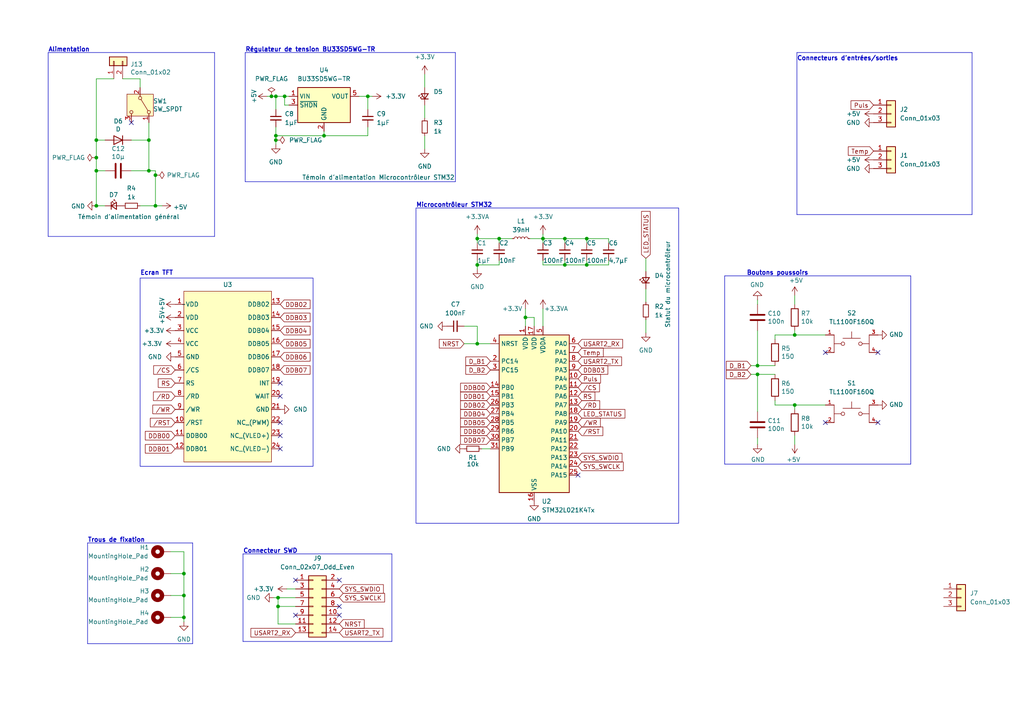
<source format=kicad_sch>
(kicad_sch (version 20230121) (generator eeschema)

  (uuid 2ce892fe-c082-4bae-b2dd-3c3e6d69cf95)

  (paper "A4")

  (title_block
    (title "Carte électronique PAZ")
    (date "2024-03-11")
    (rev "Version 0")
    (company "ENSEA")
    (comment 1 "HASSANI")
  )

  (lib_symbols
    (symbol "Connector_Generic:Conn_01x02" (pin_names (offset 1.016) hide) (in_bom yes) (on_board yes)
      (property "Reference" "J" (at 0 2.54 0)
        (effects (font (size 1.27 1.27)))
      )
      (property "Value" "Conn_01x02" (at 0 -5.08 0)
        (effects (font (size 1.27 1.27)))
      )
      (property "Footprint" "" (at 0 0 0)
        (effects (font (size 1.27 1.27)) hide)
      )
      (property "Datasheet" "~" (at 0 0 0)
        (effects (font (size 1.27 1.27)) hide)
      )
      (property "ki_keywords" "connector" (at 0 0 0)
        (effects (font (size 1.27 1.27)) hide)
      )
      (property "ki_description" "Generic connector, single row, 01x02, script generated (kicad-library-utils/schlib/autogen/connector/)" (at 0 0 0)
        (effects (font (size 1.27 1.27)) hide)
      )
      (property "ki_fp_filters" "Connector*:*_1x??_*" (at 0 0 0)
        (effects (font (size 1.27 1.27)) hide)
      )
      (symbol "Conn_01x02_1_1"
        (rectangle (start -1.27 -2.413) (end 0 -2.667)
          (stroke (width 0.1524) (type default))
          (fill (type none))
        )
        (rectangle (start -1.27 0.127) (end 0 -0.127)
          (stroke (width 0.1524) (type default))
          (fill (type none))
        )
        (rectangle (start -1.27 1.27) (end 1.27 -3.81)
          (stroke (width 0.254) (type default))
          (fill (type background))
        )
        (pin passive line (at -5.08 0 0) (length 3.81)
          (name "Pin_1" (effects (font (size 1.27 1.27))))
          (number "1" (effects (font (size 1.27 1.27))))
        )
        (pin passive line (at -5.08 -2.54 0) (length 3.81)
          (name "Pin_2" (effects (font (size 1.27 1.27))))
          (number "2" (effects (font (size 1.27 1.27))))
        )
      )
    )
    (symbol "Connector_Generic:Conn_01x03" (pin_names (offset 1.016) hide) (in_bom yes) (on_board yes)
      (property "Reference" "J" (at 0 5.08 0)
        (effects (font (size 1.27 1.27)))
      )
      (property "Value" "Conn_01x03" (at 0 -5.08 0)
        (effects (font (size 1.27 1.27)))
      )
      (property "Footprint" "" (at 0 0 0)
        (effects (font (size 1.27 1.27)) hide)
      )
      (property "Datasheet" "~" (at 0 0 0)
        (effects (font (size 1.27 1.27)) hide)
      )
      (property "ki_keywords" "connector" (at 0 0 0)
        (effects (font (size 1.27 1.27)) hide)
      )
      (property "ki_description" "Generic connector, single row, 01x03, script generated (kicad-library-utils/schlib/autogen/connector/)" (at 0 0 0)
        (effects (font (size 1.27 1.27)) hide)
      )
      (property "ki_fp_filters" "Connector*:*_1x??_*" (at 0 0 0)
        (effects (font (size 1.27 1.27)) hide)
      )
      (symbol "Conn_01x03_1_1"
        (rectangle (start -1.27 -2.413) (end 0 -2.667)
          (stroke (width 0.1524) (type default))
          (fill (type none))
        )
        (rectangle (start -1.27 0.127) (end 0 -0.127)
          (stroke (width 0.1524) (type default))
          (fill (type none))
        )
        (rectangle (start -1.27 2.667) (end 0 2.413)
          (stroke (width 0.1524) (type default))
          (fill (type none))
        )
        (rectangle (start -1.27 3.81) (end 1.27 -3.81)
          (stroke (width 0.254) (type default))
          (fill (type background))
        )
        (pin passive line (at -5.08 2.54 0) (length 3.81)
          (name "Pin_1" (effects (font (size 1.27 1.27))))
          (number "1" (effects (font (size 1.27 1.27))))
        )
        (pin passive line (at -5.08 0 0) (length 3.81)
          (name "Pin_2" (effects (font (size 1.27 1.27))))
          (number "2" (effects (font (size 1.27 1.27))))
        )
        (pin passive line (at -5.08 -2.54 0) (length 3.81)
          (name "Pin_3" (effects (font (size 1.27 1.27))))
          (number "3" (effects (font (size 1.27 1.27))))
        )
      )
    )
    (symbol "Connector_Generic:Conn_02x07_Odd_Even" (pin_names (offset 1.016) hide) (in_bom yes) (on_board yes)
      (property "Reference" "J" (at 1.27 10.16 0)
        (effects (font (size 1.27 1.27)))
      )
      (property "Value" "Conn_02x07_Odd_Even" (at 1.27 -10.16 0)
        (effects (font (size 1.27 1.27)))
      )
      (property "Footprint" "" (at 0 0 0)
        (effects (font (size 1.27 1.27)) hide)
      )
      (property "Datasheet" "~" (at 0 0 0)
        (effects (font (size 1.27 1.27)) hide)
      )
      (property "ki_keywords" "connector" (at 0 0 0)
        (effects (font (size 1.27 1.27)) hide)
      )
      (property "ki_description" "Generic connector, double row, 02x07, odd/even pin numbering scheme (row 1 odd numbers, row 2 even numbers), script generated (kicad-library-utils/schlib/autogen/connector/)" (at 0 0 0)
        (effects (font (size 1.27 1.27)) hide)
      )
      (property "ki_fp_filters" "Connector*:*_2x??_*" (at 0 0 0)
        (effects (font (size 1.27 1.27)) hide)
      )
      (symbol "Conn_02x07_Odd_Even_1_1"
        (rectangle (start -1.27 -7.493) (end 0 -7.747)
          (stroke (width 0.1524) (type default))
          (fill (type none))
        )
        (rectangle (start -1.27 -4.953) (end 0 -5.207)
          (stroke (width 0.1524) (type default))
          (fill (type none))
        )
        (rectangle (start -1.27 -2.413) (end 0 -2.667)
          (stroke (width 0.1524) (type default))
          (fill (type none))
        )
        (rectangle (start -1.27 0.127) (end 0 -0.127)
          (stroke (width 0.1524) (type default))
          (fill (type none))
        )
        (rectangle (start -1.27 2.667) (end 0 2.413)
          (stroke (width 0.1524) (type default))
          (fill (type none))
        )
        (rectangle (start -1.27 5.207) (end 0 4.953)
          (stroke (width 0.1524) (type default))
          (fill (type none))
        )
        (rectangle (start -1.27 7.747) (end 0 7.493)
          (stroke (width 0.1524) (type default))
          (fill (type none))
        )
        (rectangle (start -1.27 8.89) (end 3.81 -8.89)
          (stroke (width 0.254) (type default))
          (fill (type background))
        )
        (rectangle (start 3.81 -7.493) (end 2.54 -7.747)
          (stroke (width 0.1524) (type default))
          (fill (type none))
        )
        (rectangle (start 3.81 -4.953) (end 2.54 -5.207)
          (stroke (width 0.1524) (type default))
          (fill (type none))
        )
        (rectangle (start 3.81 -2.413) (end 2.54 -2.667)
          (stroke (width 0.1524) (type default))
          (fill (type none))
        )
        (rectangle (start 3.81 0.127) (end 2.54 -0.127)
          (stroke (width 0.1524) (type default))
          (fill (type none))
        )
        (rectangle (start 3.81 2.667) (end 2.54 2.413)
          (stroke (width 0.1524) (type default))
          (fill (type none))
        )
        (rectangle (start 3.81 5.207) (end 2.54 4.953)
          (stroke (width 0.1524) (type default))
          (fill (type none))
        )
        (rectangle (start 3.81 7.747) (end 2.54 7.493)
          (stroke (width 0.1524) (type default))
          (fill (type none))
        )
        (pin passive line (at -5.08 7.62 0) (length 3.81)
          (name "Pin_1" (effects (font (size 1.27 1.27))))
          (number "1" (effects (font (size 1.27 1.27))))
        )
        (pin passive line (at 7.62 -2.54 180) (length 3.81)
          (name "Pin_10" (effects (font (size 1.27 1.27))))
          (number "10" (effects (font (size 1.27 1.27))))
        )
        (pin passive line (at -5.08 -5.08 0) (length 3.81)
          (name "Pin_11" (effects (font (size 1.27 1.27))))
          (number "11" (effects (font (size 1.27 1.27))))
        )
        (pin passive line (at 7.62 -5.08 180) (length 3.81)
          (name "Pin_12" (effects (font (size 1.27 1.27))))
          (number "12" (effects (font (size 1.27 1.27))))
        )
        (pin passive line (at -5.08 -7.62 0) (length 3.81)
          (name "Pin_13" (effects (font (size 1.27 1.27))))
          (number "13" (effects (font (size 1.27 1.27))))
        )
        (pin passive line (at 7.62 -7.62 180) (length 3.81)
          (name "Pin_14" (effects (font (size 1.27 1.27))))
          (number "14" (effects (font (size 1.27 1.27))))
        )
        (pin passive line (at 7.62 7.62 180) (length 3.81)
          (name "Pin_2" (effects (font (size 1.27 1.27))))
          (number "2" (effects (font (size 1.27 1.27))))
        )
        (pin passive line (at -5.08 5.08 0) (length 3.81)
          (name "Pin_3" (effects (font (size 1.27 1.27))))
          (number "3" (effects (font (size 1.27 1.27))))
        )
        (pin passive line (at 7.62 5.08 180) (length 3.81)
          (name "Pin_4" (effects (font (size 1.27 1.27))))
          (number "4" (effects (font (size 1.27 1.27))))
        )
        (pin passive line (at -5.08 2.54 0) (length 3.81)
          (name "Pin_5" (effects (font (size 1.27 1.27))))
          (number "5" (effects (font (size 1.27 1.27))))
        )
        (pin passive line (at 7.62 2.54 180) (length 3.81)
          (name "Pin_6" (effects (font (size 1.27 1.27))))
          (number "6" (effects (font (size 1.27 1.27))))
        )
        (pin passive line (at -5.08 0 0) (length 3.81)
          (name "Pin_7" (effects (font (size 1.27 1.27))))
          (number "7" (effects (font (size 1.27 1.27))))
        )
        (pin passive line (at 7.62 0 180) (length 3.81)
          (name "Pin_8" (effects (font (size 1.27 1.27))))
          (number "8" (effects (font (size 1.27 1.27))))
        )
        (pin passive line (at -5.08 -2.54 0) (length 3.81)
          (name "Pin_9" (effects (font (size 1.27 1.27))))
          (number "9" (effects (font (size 1.27 1.27))))
        )
      )
    )
    (symbol "Device:C" (pin_numbers hide) (pin_names (offset 0.254)) (in_bom yes) (on_board yes)
      (property "Reference" "C" (at 0.635 2.54 0)
        (effects (font (size 1.27 1.27)) (justify left))
      )
      (property "Value" "C" (at 0.635 -2.54 0)
        (effects (font (size 1.27 1.27)) (justify left))
      )
      (property "Footprint" "" (at 0.9652 -3.81 0)
        (effects (font (size 1.27 1.27)) hide)
      )
      (property "Datasheet" "~" (at 0 0 0)
        (effects (font (size 1.27 1.27)) hide)
      )
      (property "ki_keywords" "cap capacitor" (at 0 0 0)
        (effects (font (size 1.27 1.27)) hide)
      )
      (property "ki_description" "Unpolarized capacitor" (at 0 0 0)
        (effects (font (size 1.27 1.27)) hide)
      )
      (property "ki_fp_filters" "C_*" (at 0 0 0)
        (effects (font (size 1.27 1.27)) hide)
      )
      (symbol "C_0_1"
        (polyline
          (pts
            (xy -2.032 -0.762)
            (xy 2.032 -0.762)
          )
          (stroke (width 0.508) (type default))
          (fill (type none))
        )
        (polyline
          (pts
            (xy -2.032 0.762)
            (xy 2.032 0.762)
          )
          (stroke (width 0.508) (type default))
          (fill (type none))
        )
      )
      (symbol "C_1_1"
        (pin passive line (at 0 3.81 270) (length 2.794)
          (name "~" (effects (font (size 1.27 1.27))))
          (number "1" (effects (font (size 1.27 1.27))))
        )
        (pin passive line (at 0 -3.81 90) (length 2.794)
          (name "~" (effects (font (size 1.27 1.27))))
          (number "2" (effects (font (size 1.27 1.27))))
        )
      )
    )
    (symbol "Device:C_Small" (pin_numbers hide) (pin_names (offset 0.254) hide) (in_bom yes) (on_board yes)
      (property "Reference" "C" (at 0.254 1.778 0)
        (effects (font (size 1.27 1.27)) (justify left))
      )
      (property "Value" "C_Small" (at 0.254 -2.032 0)
        (effects (font (size 1.27 1.27)) (justify left))
      )
      (property "Footprint" "" (at 0 0 0)
        (effects (font (size 1.27 1.27)) hide)
      )
      (property "Datasheet" "~" (at 0 0 0)
        (effects (font (size 1.27 1.27)) hide)
      )
      (property "ki_keywords" "capacitor cap" (at 0 0 0)
        (effects (font (size 1.27 1.27)) hide)
      )
      (property "ki_description" "Unpolarized capacitor, small symbol" (at 0 0 0)
        (effects (font (size 1.27 1.27)) hide)
      )
      (property "ki_fp_filters" "C_*" (at 0 0 0)
        (effects (font (size 1.27 1.27)) hide)
      )
      (symbol "C_Small_0_1"
        (polyline
          (pts
            (xy -1.524 -0.508)
            (xy 1.524 -0.508)
          )
          (stroke (width 0.3302) (type default))
          (fill (type none))
        )
        (polyline
          (pts
            (xy -1.524 0.508)
            (xy 1.524 0.508)
          )
          (stroke (width 0.3048) (type default))
          (fill (type none))
        )
      )
      (symbol "C_Small_1_1"
        (pin passive line (at 0 2.54 270) (length 2.032)
          (name "~" (effects (font (size 1.27 1.27))))
          (number "1" (effects (font (size 1.27 1.27))))
        )
        (pin passive line (at 0 -2.54 90) (length 2.032)
          (name "~" (effects (font (size 1.27 1.27))))
          (number "2" (effects (font (size 1.27 1.27))))
        )
      )
    )
    (symbol "Device:D" (pin_numbers hide) (pin_names (offset 1.016) hide) (in_bom yes) (on_board yes)
      (property "Reference" "D" (at 0 2.54 0)
        (effects (font (size 1.27 1.27)))
      )
      (property "Value" "D" (at 0 -2.54 0)
        (effects (font (size 1.27 1.27)))
      )
      (property "Footprint" "" (at 0 0 0)
        (effects (font (size 1.27 1.27)) hide)
      )
      (property "Datasheet" "~" (at 0 0 0)
        (effects (font (size 1.27 1.27)) hide)
      )
      (property "Sim.Device" "D" (at 0 0 0)
        (effects (font (size 1.27 1.27)) hide)
      )
      (property "Sim.Pins" "1=K 2=A" (at 0 0 0)
        (effects (font (size 1.27 1.27)) hide)
      )
      (property "ki_keywords" "diode" (at 0 0 0)
        (effects (font (size 1.27 1.27)) hide)
      )
      (property "ki_description" "Diode" (at 0 0 0)
        (effects (font (size 1.27 1.27)) hide)
      )
      (property "ki_fp_filters" "TO-???* *_Diode_* *SingleDiode* D_*" (at 0 0 0)
        (effects (font (size 1.27 1.27)) hide)
      )
      (symbol "D_0_1"
        (polyline
          (pts
            (xy -1.27 1.27)
            (xy -1.27 -1.27)
          )
          (stroke (width 0.254) (type default))
          (fill (type none))
        )
        (polyline
          (pts
            (xy 1.27 0)
            (xy -1.27 0)
          )
          (stroke (width 0) (type default))
          (fill (type none))
        )
        (polyline
          (pts
            (xy 1.27 1.27)
            (xy 1.27 -1.27)
            (xy -1.27 0)
            (xy 1.27 1.27)
          )
          (stroke (width 0.254) (type default))
          (fill (type none))
        )
      )
      (symbol "D_1_1"
        (pin passive line (at -3.81 0 0) (length 2.54)
          (name "K" (effects (font (size 1.27 1.27))))
          (number "1" (effects (font (size 1.27 1.27))))
        )
        (pin passive line (at 3.81 0 180) (length 2.54)
          (name "A" (effects (font (size 1.27 1.27))))
          (number "2" (effects (font (size 1.27 1.27))))
        )
      )
    )
    (symbol "Device:LED_Small" (pin_numbers hide) (pin_names (offset 0.254) hide) (in_bom yes) (on_board yes)
      (property "Reference" "D" (at -1.27 3.175 0)
        (effects (font (size 1.27 1.27)) (justify left))
      )
      (property "Value" "LED_Small" (at -4.445 -2.54 0)
        (effects (font (size 1.27 1.27)) (justify left))
      )
      (property "Footprint" "" (at 0 0 90)
        (effects (font (size 1.27 1.27)) hide)
      )
      (property "Datasheet" "~" (at 0 0 90)
        (effects (font (size 1.27 1.27)) hide)
      )
      (property "ki_keywords" "LED diode light-emitting-diode" (at 0 0 0)
        (effects (font (size 1.27 1.27)) hide)
      )
      (property "ki_description" "Light emitting diode, small symbol" (at 0 0 0)
        (effects (font (size 1.27 1.27)) hide)
      )
      (property "ki_fp_filters" "LED* LED_SMD:* LED_THT:*" (at 0 0 0)
        (effects (font (size 1.27 1.27)) hide)
      )
      (symbol "LED_Small_0_1"
        (polyline
          (pts
            (xy -0.762 -1.016)
            (xy -0.762 1.016)
          )
          (stroke (width 0.254) (type default))
          (fill (type none))
        )
        (polyline
          (pts
            (xy 1.016 0)
            (xy -0.762 0)
          )
          (stroke (width 0) (type default))
          (fill (type none))
        )
        (polyline
          (pts
            (xy 0.762 -1.016)
            (xy -0.762 0)
            (xy 0.762 1.016)
            (xy 0.762 -1.016)
          )
          (stroke (width 0.254) (type default))
          (fill (type none))
        )
        (polyline
          (pts
            (xy 0 0.762)
            (xy -0.508 1.27)
            (xy -0.254 1.27)
            (xy -0.508 1.27)
            (xy -0.508 1.016)
          )
          (stroke (width 0) (type default))
          (fill (type none))
        )
        (polyline
          (pts
            (xy 0.508 1.27)
            (xy 0 1.778)
            (xy 0.254 1.778)
            (xy 0 1.778)
            (xy 0 1.524)
          )
          (stroke (width 0) (type default))
          (fill (type none))
        )
      )
      (symbol "LED_Small_1_1"
        (pin passive line (at -2.54 0 0) (length 1.778)
          (name "K" (effects (font (size 1.27 1.27))))
          (number "1" (effects (font (size 1.27 1.27))))
        )
        (pin passive line (at 2.54 0 180) (length 1.778)
          (name "A" (effects (font (size 1.27 1.27))))
          (number "2" (effects (font (size 1.27 1.27))))
        )
      )
    )
    (symbol "Device:L_Small" (pin_numbers hide) (pin_names (offset 0.254) hide) (in_bom yes) (on_board yes)
      (property "Reference" "L" (at 0.762 1.016 0)
        (effects (font (size 1.27 1.27)) (justify left))
      )
      (property "Value" "L_Small" (at 0.762 -1.016 0)
        (effects (font (size 1.27 1.27)) (justify left))
      )
      (property "Footprint" "" (at 0 0 0)
        (effects (font (size 1.27 1.27)) hide)
      )
      (property "Datasheet" "~" (at 0 0 0)
        (effects (font (size 1.27 1.27)) hide)
      )
      (property "ki_keywords" "inductor choke coil reactor magnetic" (at 0 0 0)
        (effects (font (size 1.27 1.27)) hide)
      )
      (property "ki_description" "Inductor, small symbol" (at 0 0 0)
        (effects (font (size 1.27 1.27)) hide)
      )
      (property "ki_fp_filters" "Choke_* *Coil* Inductor_* L_*" (at 0 0 0)
        (effects (font (size 1.27 1.27)) hide)
      )
      (symbol "L_Small_0_1"
        (arc (start 0 -2.032) (mid 0.5058 -1.524) (end 0 -1.016)
          (stroke (width 0) (type default))
          (fill (type none))
        )
        (arc (start 0 -1.016) (mid 0.5058 -0.508) (end 0 0)
          (stroke (width 0) (type default))
          (fill (type none))
        )
        (arc (start 0 0) (mid 0.5058 0.508) (end 0 1.016)
          (stroke (width 0) (type default))
          (fill (type none))
        )
        (arc (start 0 1.016) (mid 0.5058 1.524) (end 0 2.032)
          (stroke (width 0) (type default))
          (fill (type none))
        )
      )
      (symbol "L_Small_1_1"
        (pin passive line (at 0 2.54 270) (length 0.508)
          (name "~" (effects (font (size 1.27 1.27))))
          (number "1" (effects (font (size 1.27 1.27))))
        )
        (pin passive line (at 0 -2.54 90) (length 0.508)
          (name "~" (effects (font (size 1.27 1.27))))
          (number "2" (effects (font (size 1.27 1.27))))
        )
      )
    )
    (symbol "Device:R" (pin_numbers hide) (pin_names (offset 0)) (in_bom yes) (on_board yes)
      (property "Reference" "R" (at 2.032 0 90)
        (effects (font (size 1.27 1.27)))
      )
      (property "Value" "R" (at 0 0 90)
        (effects (font (size 1.27 1.27)))
      )
      (property "Footprint" "" (at -1.778 0 90)
        (effects (font (size 1.27 1.27)) hide)
      )
      (property "Datasheet" "~" (at 0 0 0)
        (effects (font (size 1.27 1.27)) hide)
      )
      (property "ki_keywords" "R res resistor" (at 0 0 0)
        (effects (font (size 1.27 1.27)) hide)
      )
      (property "ki_description" "Resistor" (at 0 0 0)
        (effects (font (size 1.27 1.27)) hide)
      )
      (property "ki_fp_filters" "R_*" (at 0 0 0)
        (effects (font (size 1.27 1.27)) hide)
      )
      (symbol "R_0_1"
        (rectangle (start -1.016 -2.54) (end 1.016 2.54)
          (stroke (width 0.254) (type default))
          (fill (type none))
        )
      )
      (symbol "R_1_1"
        (pin passive line (at 0 3.81 270) (length 1.27)
          (name "~" (effects (font (size 1.27 1.27))))
          (number "1" (effects (font (size 1.27 1.27))))
        )
        (pin passive line (at 0 -3.81 90) (length 1.27)
          (name "~" (effects (font (size 1.27 1.27))))
          (number "2" (effects (font (size 1.27 1.27))))
        )
      )
    )
    (symbol "Device:R_Small" (pin_numbers hide) (pin_names (offset 0.254) hide) (in_bom yes) (on_board yes)
      (property "Reference" "R" (at 0.762 0.508 0)
        (effects (font (size 1.27 1.27)) (justify left))
      )
      (property "Value" "R_Small" (at 0.762 -1.016 0)
        (effects (font (size 1.27 1.27)) (justify left))
      )
      (property "Footprint" "" (at 0 0 0)
        (effects (font (size 1.27 1.27)) hide)
      )
      (property "Datasheet" "~" (at 0 0 0)
        (effects (font (size 1.27 1.27)) hide)
      )
      (property "ki_keywords" "R resistor" (at 0 0 0)
        (effects (font (size 1.27 1.27)) hide)
      )
      (property "ki_description" "Resistor, small symbol" (at 0 0 0)
        (effects (font (size 1.27 1.27)) hide)
      )
      (property "ki_fp_filters" "R_*" (at 0 0 0)
        (effects (font (size 1.27 1.27)) hide)
      )
      (symbol "R_Small_0_1"
        (rectangle (start -0.762 1.778) (end 0.762 -1.778)
          (stroke (width 0.2032) (type default))
          (fill (type none))
        )
      )
      (symbol "R_Small_1_1"
        (pin passive line (at 0 2.54 270) (length 0.762)
          (name "~" (effects (font (size 1.27 1.27))))
          (number "1" (effects (font (size 1.27 1.27))))
        )
        (pin passive line (at 0 -2.54 90) (length 0.762)
          (name "~" (effects (font (size 1.27 1.27))))
          (number "2" (effects (font (size 1.27 1.27))))
        )
      )
    )
    (symbol "INT028ATFT_1" (in_bom yes) (on_board yes)
      (property "Reference" "U" (at 12.7 6.35 0)
        (effects (font (size 1.27 1.27)))
      )
      (property "Value" "" (at 0 0 0)
        (effects (font (size 1.27 1.27)))
      )
      (property "Footprint" "" (at 0 0 0)
        (effects (font (size 1.27 1.27)) hide)
      )
      (property "Datasheet" "" (at 0 0 0)
        (effects (font (size 1.27 1.27)) hide)
      )
      (symbol "INT028ATFT_1_1_1"
        (rectangle (start 0 3.81) (end 25.4 -45.72)
          (stroke (width 0) (type default))
          (fill (type background))
        )
        (pin power_in line (at -2.54 0 0) (length 2.54)
          (name "VDD" (effects (font (size 1.27 1.27))))
          (number "1" (effects (font (size 1.27 1.27))))
        )
        (pin input line (at -2.54 -34.29 0) (length 2.54)
          (name "/RST" (effects (font (size 1.27 1.27))))
          (number "10" (effects (font (size 1.27 1.27))))
        )
        (pin passive line (at -2.54 -38.1 0) (length 2.54)
          (name "DDB00" (effects (font (size 1.27 1.27))))
          (number "11" (effects (font (size 1.27 1.27))))
        )
        (pin passive line (at -2.54 -41.91 0) (length 2.54)
          (name "DDB01" (effects (font (size 1.27 1.27))))
          (number "12" (effects (font (size 1.27 1.27))))
        )
        (pin passive line (at 27.94 0 180) (length 2.54)
          (name "DDB02" (effects (font (size 1.27 1.27))))
          (number "13" (effects (font (size 1.27 1.27))))
        )
        (pin passive line (at 27.94 -3.81 180) (length 2.54)
          (name "DDB03" (effects (font (size 1.27 1.27))))
          (number "14" (effects (font (size 1.27 1.27))))
        )
        (pin passive line (at 27.94 -7.62 180) (length 2.54)
          (name "DDB04" (effects (font (size 1.27 1.27))))
          (number "15" (effects (font (size 1.27 1.27))))
        )
        (pin passive line (at 27.94 -11.43 180) (length 2.54)
          (name "DDB05" (effects (font (size 1.27 1.27))))
          (number "16" (effects (font (size 1.27 1.27))))
        )
        (pin passive line (at 27.94 -15.24 180) (length 2.54)
          (name "DDB06" (effects (font (size 1.27 1.27))))
          (number "17" (effects (font (size 1.27 1.27))))
        )
        (pin passive line (at 27.94 -19.05 180) (length 2.54)
          (name "DDB07" (effects (font (size 1.27 1.27))))
          (number "18" (effects (font (size 1.27 1.27))))
        )
        (pin output line (at 27.94 -22.86 180) (length 2.54)
          (name "INT" (effects (font (size 1.27 1.27))))
          (number "19" (effects (font (size 1.27 1.27))))
        )
        (pin power_in line (at -2.54 -3.81 0) (length 2.54)
          (name "VDD" (effects (font (size 1.27 1.27))))
          (number "2" (effects (font (size 1.27 1.27))))
        )
        (pin output line (at 27.94 -26.67 180) (length 2.54)
          (name "WAIT" (effects (font (size 1.27 1.27))))
          (number "20" (effects (font (size 1.27 1.27))))
        )
        (pin power_in line (at 27.94 -30.48 180) (length 2.54)
          (name "GND" (effects (font (size 1.27 1.27))))
          (number "21" (effects (font (size 1.27 1.27))))
        )
        (pin passive line (at 27.94 -34.29 180) (length 2.54)
          (name "NC_(PWM)" (effects (font (size 1.27 1.27))))
          (number "22" (effects (font (size 1.27 1.27))))
        )
        (pin passive line (at 27.94 -38.1 180) (length 2.54)
          (name "NC_(VLED+)" (effects (font (size 1.27 1.27))))
          (number "23" (effects (font (size 1.27 1.27))))
        )
        (pin passive line (at 27.94 -41.91 180) (length 2.54)
          (name "NC_(VLED-)" (effects (font (size 1.27 1.27))))
          (number "24" (effects (font (size 1.27 1.27))))
        )
        (pin power_in line (at -2.54 -7.62 0) (length 2.54)
          (name "VCC" (effects (font (size 1.27 1.27))))
          (number "3" (effects (font (size 1.27 1.27))))
        )
        (pin power_in line (at -2.54 -11.43 0) (length 2.54)
          (name "VCC" (effects (font (size 1.27 1.27))))
          (number "4" (effects (font (size 1.27 1.27))))
        )
        (pin power_in line (at -2.54 -15.24 0) (length 2.54)
          (name "GND" (effects (font (size 1.27 1.27))))
          (number "5" (effects (font (size 1.27 1.27))))
        )
        (pin input line (at -2.54 -19.05 0) (length 2.54)
          (name "/CS" (effects (font (size 1.27 1.27))))
          (number "6" (effects (font (size 1.27 1.27))))
        )
        (pin input line (at -2.54 -22.86 0) (length 2.54)
          (name "RS" (effects (font (size 1.27 1.27))))
          (number "7" (effects (font (size 1.27 1.27))))
        )
        (pin input line (at -2.54 -26.67 0) (length 2.54)
          (name "/RD" (effects (font (size 1.27 1.27))))
          (number "8" (effects (font (size 1.27 1.27))))
        )
        (pin input line (at -2.54 -30.48 0) (length 2.54)
          (name "/WR" (effects (font (size 1.27 1.27))))
          (number "9" (effects (font (size 1.27 1.27))))
        )
      )
    )
    (symbol "MCU_ST_STM32L0:STM32L021K4Tx" (in_bom yes) (on_board yes)
      (property "Reference" "U" (at -10.16 24.13 0)
        (effects (font (size 1.27 1.27)) (justify left))
      )
      (property "Value" "STM32L021K4Tx" (at 5.08 24.13 0)
        (effects (font (size 1.27 1.27)) (justify left))
      )
      (property "Footprint" "Package_QFP:LQFP-32_7x7mm_P0.8mm" (at -10.16 -22.86 0)
        (effects (font (size 1.27 1.27)) (justify right) hide)
      )
      (property "Datasheet" "https://www.st.com/resource/en/datasheet/stm32l021k4.pdf" (at 0 0 0)
        (effects (font (size 1.27 1.27)) hide)
      )
      (property "ki_locked" "" (at 0 0 0)
        (effects (font (size 1.27 1.27)))
      )
      (property "ki_keywords" "Arm Cortex-M0+ STM32L0 STM32L0x1" (at 0 0 0)
        (effects (font (size 1.27 1.27)) hide)
      )
      (property "ki_description" "STMicroelectronics Arm Cortex-M0+ MCU, 16KB flash, 2KB RAM, 32 MHz, 1.65-3.6V, 26 GPIO, LQFP32" (at 0 0 0)
        (effects (font (size 1.27 1.27)) hide)
      )
      (property "ki_fp_filters" "LQFP*7x7mm*P0.8mm*" (at 0 0 0)
        (effects (font (size 1.27 1.27)) hide)
      )
      (symbol "STM32L021K4Tx_0_1"
        (rectangle (start -10.16 -22.86) (end 10.16 22.86)
          (stroke (width 0.254) (type default))
          (fill (type background))
        )
      )
      (symbol "STM32L021K4Tx_1_1"
        (pin power_in line (at -2.54 25.4 270) (length 2.54)
          (name "VDD" (effects (font (size 1.27 1.27))))
          (number "1" (effects (font (size 1.27 1.27))))
        )
        (pin bidirectional line (at 12.7 10.16 180) (length 2.54)
          (name "PA4" (effects (font (size 1.27 1.27))))
          (number "10" (effects (font (size 1.27 1.27))))
          (alternate "ADC_IN4" bidirectional line)
          (alternate "COMP1_INM" bidirectional line)
          (alternate "COMP2_INM" bidirectional line)
          (alternate "COMP2_OUT" bidirectional line)
          (alternate "I2C1_SCL" bidirectional line)
          (alternate "LPTIM1_ETR" bidirectional line)
          (alternate "LPTIM1_IN1" bidirectional line)
          (alternate "LPUART1_TX" bidirectional line)
          (alternate "SPI1_NSS" bidirectional line)
          (alternate "TIM2_ETR" bidirectional line)
          (alternate "USART2_CK" bidirectional line)
        )
        (pin bidirectional line (at 12.7 7.62 180) (length 2.54)
          (name "PA5" (effects (font (size 1.27 1.27))))
          (number "11" (effects (font (size 1.27 1.27))))
          (alternate "ADC_IN5" bidirectional line)
          (alternate "COMP1_INM" bidirectional line)
          (alternate "COMP2_INM" bidirectional line)
          (alternate "LPTIM1_IN2" bidirectional line)
          (alternate "SPI1_SCK" bidirectional line)
          (alternate "TIM2_CH1" bidirectional line)
          (alternate "TIM2_ETR" bidirectional line)
        )
        (pin bidirectional line (at 12.7 5.08 180) (length 2.54)
          (name "PA6" (effects (font (size 1.27 1.27))))
          (number "12" (effects (font (size 1.27 1.27))))
          (alternate "ADC_IN6" bidirectional line)
          (alternate "COMP1_OUT" bidirectional line)
          (alternate "LPTIM1_ETR" bidirectional line)
          (alternate "LPUART1_CTS" bidirectional line)
          (alternate "SPI1_MISO" bidirectional line)
        )
        (pin bidirectional line (at 12.7 2.54 180) (length 2.54)
          (name "PA7" (effects (font (size 1.27 1.27))))
          (number "13" (effects (font (size 1.27 1.27))))
          (alternate "ADC_IN7" bidirectional line)
          (alternate "COMP2_INP" bidirectional line)
          (alternate "COMP2_OUT" bidirectional line)
          (alternate "LPTIM1_OUT" bidirectional line)
          (alternate "SPI1_MOSI" bidirectional line)
          (alternate "TIM21_ETR" bidirectional line)
          (alternate "USART2_CTS" bidirectional line)
        )
        (pin bidirectional line (at -12.7 7.62 0) (length 2.54)
          (name "PB0" (effects (font (size 1.27 1.27))))
          (number "14" (effects (font (size 1.27 1.27))))
          (alternate "ADC_IN8" bidirectional line)
          (alternate "SPI1_MISO" bidirectional line)
          (alternate "SYS_VREF_OUT_PB0" bidirectional line)
          (alternate "TIM2_CH2" bidirectional line)
          (alternate "TIM2_CH3" bidirectional line)
          (alternate "USART2_DE" bidirectional line)
          (alternate "USART2_RTS" bidirectional line)
        )
        (pin bidirectional line (at -12.7 5.08 0) (length 2.54)
          (name "PB1" (effects (font (size 1.27 1.27))))
          (number "15" (effects (font (size 1.27 1.27))))
          (alternate "ADC_IN9" bidirectional line)
          (alternate "LPTIM1_IN1" bidirectional line)
          (alternate "LPUART1_DE" bidirectional line)
          (alternate "LPUART1_RTS" bidirectional line)
          (alternate "SPI1_MOSI" bidirectional line)
          (alternate "SYS_VREF_OUT_PB1" bidirectional line)
          (alternate "TIM2_CH4" bidirectional line)
          (alternate "USART2_CK" bidirectional line)
        )
        (pin power_in line (at 0 -25.4 90) (length 2.54)
          (name "VSS" (effects (font (size 1.27 1.27))))
          (number "16" (effects (font (size 1.27 1.27))))
        )
        (pin power_in line (at 0 25.4 270) (length 2.54)
          (name "VDD" (effects (font (size 1.27 1.27))))
          (number "17" (effects (font (size 1.27 1.27))))
        )
        (pin bidirectional line (at 12.7 0 180) (length 2.54)
          (name "PA8" (effects (font (size 1.27 1.27))))
          (number "18" (effects (font (size 1.27 1.27))))
          (alternate "LPTIM1_IN1" bidirectional line)
          (alternate "RCC_MCO" bidirectional line)
          (alternate "TIM2_CH1" bidirectional line)
          (alternate "USART2_CK" bidirectional line)
        )
        (pin bidirectional line (at 12.7 -2.54 180) (length 2.54)
          (name "PA9" (effects (font (size 1.27 1.27))))
          (number "19" (effects (font (size 1.27 1.27))))
          (alternate "COMP1_OUT" bidirectional line)
          (alternate "I2C1_SCL" bidirectional line)
          (alternate "LPTIM1_OUT" bidirectional line)
          (alternate "RCC_MCO" bidirectional line)
          (alternate "TIM21_CH2" bidirectional line)
          (alternate "USART2_TX" bidirectional line)
        )
        (pin bidirectional line (at -12.7 15.24 0) (length 2.54)
          (name "PC14" (effects (font (size 1.27 1.27))))
          (number "2" (effects (font (size 1.27 1.27))))
          (alternate "RCC_OSC32_IN" bidirectional line)
        )
        (pin bidirectional line (at 12.7 -5.08 180) (length 2.54)
          (name "PA10" (effects (font (size 1.27 1.27))))
          (number "20" (effects (font (size 1.27 1.27))))
          (alternate "COMP1_OUT" bidirectional line)
          (alternate "I2C1_SDA" bidirectional line)
          (alternate "RTC_REFIN" bidirectional line)
          (alternate "TIM21_CH1" bidirectional line)
          (alternate "TIM2_CH3" bidirectional line)
          (alternate "USART2_RX" bidirectional line)
        )
        (pin bidirectional line (at 12.7 -7.62 180) (length 2.54)
          (name "PA11" (effects (font (size 1.27 1.27))))
          (number "21" (effects (font (size 1.27 1.27))))
          (alternate "ADC_EXTI11" bidirectional line)
          (alternate "COMP1_OUT" bidirectional line)
          (alternate "LPTIM1_OUT" bidirectional line)
          (alternate "SPI1_MISO" bidirectional line)
          (alternate "TIM21_CH2" bidirectional line)
          (alternate "USART2_CTS" bidirectional line)
        )
        (pin bidirectional line (at 12.7 -10.16 180) (length 2.54)
          (name "PA12" (effects (font (size 1.27 1.27))))
          (number "22" (effects (font (size 1.27 1.27))))
          (alternate "COMP2_OUT" bidirectional line)
          (alternate "SPI1_MOSI" bidirectional line)
          (alternate "USART2_DE" bidirectional line)
          (alternate "USART2_RTS" bidirectional line)
        )
        (pin bidirectional line (at 12.7 -12.7 180) (length 2.54)
          (name "PA13" (effects (font (size 1.27 1.27))))
          (number "23" (effects (font (size 1.27 1.27))))
          (alternate "COMP1_OUT" bidirectional line)
          (alternate "I2C1_SDA" bidirectional line)
          (alternate "LPTIM1_ETR" bidirectional line)
          (alternate "LPUART1_RX" bidirectional line)
          (alternate "SPI1_SCK" bidirectional line)
          (alternate "SYS_SWDIO" bidirectional line)
        )
        (pin bidirectional line (at 12.7 -15.24 180) (length 2.54)
          (name "PA14" (effects (font (size 1.27 1.27))))
          (number "24" (effects (font (size 1.27 1.27))))
          (alternate "COMP2_OUT" bidirectional line)
          (alternate "I2C1_SMBA" bidirectional line)
          (alternate "LPTIM1_OUT" bidirectional line)
          (alternate "LPUART1_TX" bidirectional line)
          (alternate "SPI1_MISO" bidirectional line)
          (alternate "SYS_SWCLK" bidirectional line)
          (alternate "USART2_TX" bidirectional line)
        )
        (pin bidirectional line (at 12.7 -17.78 180) (length 2.54)
          (name "PA15" (effects (font (size 1.27 1.27))))
          (number "25" (effects (font (size 1.27 1.27))))
          (alternate "SPI1_NSS" bidirectional line)
          (alternate "TIM2_CH1" bidirectional line)
          (alternate "TIM2_ETR" bidirectional line)
          (alternate "USART2_RX" bidirectional line)
        )
        (pin bidirectional line (at -12.7 2.54 0) (length 2.54)
          (name "PB3" (effects (font (size 1.27 1.27))))
          (number "26" (effects (font (size 1.27 1.27))))
          (alternate "COMP2_INM" bidirectional line)
          (alternate "SPI1_SCK" bidirectional line)
          (alternate "TIM2_CH2" bidirectional line)
        )
        (pin bidirectional line (at -12.7 0 0) (length 2.54)
          (name "PB4" (effects (font (size 1.27 1.27))))
          (number "27" (effects (font (size 1.27 1.27))))
          (alternate "COMP2_INP" bidirectional line)
          (alternate "SPI1_MISO" bidirectional line)
        )
        (pin bidirectional line (at -12.7 -2.54 0) (length 2.54)
          (name "PB5" (effects (font (size 1.27 1.27))))
          (number "28" (effects (font (size 1.27 1.27))))
          (alternate "COMP2_INP" bidirectional line)
          (alternate "I2C1_SMBA" bidirectional line)
          (alternate "LPTIM1_IN1" bidirectional line)
          (alternate "SPI1_MOSI" bidirectional line)
          (alternate "TIM21_CH1" bidirectional line)
        )
        (pin bidirectional line (at -12.7 -5.08 0) (length 2.54)
          (name "PB6" (effects (font (size 1.27 1.27))))
          (number "29" (effects (font (size 1.27 1.27))))
          (alternate "COMP2_INP" bidirectional line)
          (alternate "I2C1_SCL" bidirectional line)
          (alternate "LPTIM1_ETR" bidirectional line)
          (alternate "LPUART1_TX" bidirectional line)
          (alternate "TIM2_CH3" bidirectional line)
          (alternate "USART2_TX" bidirectional line)
        )
        (pin bidirectional line (at -12.7 12.7 0) (length 2.54)
          (name "PC15" (effects (font (size 1.27 1.27))))
          (number "3" (effects (font (size 1.27 1.27))))
          (alternate "RCC_OSC32_OUT" bidirectional line)
        )
        (pin bidirectional line (at -12.7 -7.62 0) (length 2.54)
          (name "PB7" (effects (font (size 1.27 1.27))))
          (number "30" (effects (font (size 1.27 1.27))))
          (alternate "COMP2_INP" bidirectional line)
          (alternate "I2C1_SDA" bidirectional line)
          (alternate "LPTIM1_IN2" bidirectional line)
          (alternate "LPUART1_RX" bidirectional line)
          (alternate "SYS_PVD_IN" bidirectional line)
          (alternate "TIM2_CH4" bidirectional line)
          (alternate "USART2_RX" bidirectional line)
        )
        (pin bidirectional line (at -12.7 -10.16 0) (length 2.54)
          (name "PB9" (effects (font (size 1.27 1.27))))
          (number "31" (effects (font (size 1.27 1.27))))
        )
        (pin passive line (at 0 -25.4 90) (length 2.54) hide
          (name "VSS" (effects (font (size 1.27 1.27))))
          (number "32" (effects (font (size 1.27 1.27))))
        )
        (pin input line (at -12.7 20.32 0) (length 2.54)
          (name "NRST" (effects (font (size 1.27 1.27))))
          (number "4" (effects (font (size 1.27 1.27))))
        )
        (pin power_in line (at 2.54 25.4 270) (length 2.54)
          (name "VDDA" (effects (font (size 1.27 1.27))))
          (number "5" (effects (font (size 1.27 1.27))))
        )
        (pin bidirectional line (at 12.7 20.32 180) (length 2.54)
          (name "PA0" (effects (font (size 1.27 1.27))))
          (number "6" (effects (font (size 1.27 1.27))))
          (alternate "ADC_IN0" bidirectional line)
          (alternate "COMP1_INM" bidirectional line)
          (alternate "COMP1_OUT" bidirectional line)
          (alternate "LPTIM1_IN1" bidirectional line)
          (alternate "LPUART1_RX" bidirectional line)
          (alternate "RCC_CK_IN" bidirectional line)
          (alternate "RTC_TAMP2" bidirectional line)
          (alternate "SYS_WKUP1" bidirectional line)
          (alternate "TIM2_CH1" bidirectional line)
          (alternate "TIM2_ETR" bidirectional line)
          (alternate "USART2_CTS" bidirectional line)
          (alternate "USART2_RX" bidirectional line)
        )
        (pin bidirectional line (at 12.7 17.78 180) (length 2.54)
          (name "PA1" (effects (font (size 1.27 1.27))))
          (number "7" (effects (font (size 1.27 1.27))))
          (alternate "ADC_IN1" bidirectional line)
          (alternate "COMP1_INP" bidirectional line)
          (alternate "I2C1_SMBA" bidirectional line)
          (alternate "LPTIM1_IN2" bidirectional line)
          (alternate "LPUART1_TX" bidirectional line)
          (alternate "TIM21_ETR" bidirectional line)
          (alternate "TIM2_CH2" bidirectional line)
          (alternate "USART2_DE" bidirectional line)
          (alternate "USART2_RTS" bidirectional line)
        )
        (pin bidirectional line (at 12.7 15.24 180) (length 2.54)
          (name "PA2" (effects (font (size 1.27 1.27))))
          (number "8" (effects (font (size 1.27 1.27))))
          (alternate "ADC_IN2" bidirectional line)
          (alternate "COMP2_INM" bidirectional line)
          (alternate "COMP2_OUT" bidirectional line)
          (alternate "LPUART1_TX" bidirectional line)
          (alternate "RTC_OUT_ALARM" bidirectional line)
          (alternate "RTC_OUT_CALIB" bidirectional line)
          (alternate "RTC_TAMP3" bidirectional line)
          (alternate "RTC_TS" bidirectional line)
          (alternate "SYS_WKUP3" bidirectional line)
          (alternate "TIM21_CH1" bidirectional line)
          (alternate "TIM2_CH3" bidirectional line)
          (alternate "USART2_TX" bidirectional line)
        )
        (pin bidirectional line (at 12.7 12.7 180) (length 2.54)
          (name "PA3" (effects (font (size 1.27 1.27))))
          (number "9" (effects (font (size 1.27 1.27))))
          (alternate "ADC_IN3" bidirectional line)
          (alternate "COMP2_INP" bidirectional line)
          (alternate "LPUART1_RX" bidirectional line)
          (alternate "TIM21_CH2" bidirectional line)
          (alternate "TIM2_CH4" bidirectional line)
          (alternate "USART2_RX" bidirectional line)
        )
      )
    )
    (symbol "Mechanical:MountingHole_Pad" (pin_numbers hide) (pin_names (offset 1.016) hide) (in_bom yes) (on_board yes)
      (property "Reference" "H" (at 0 6.35 0)
        (effects (font (size 1.27 1.27)))
      )
      (property "Value" "MountingHole_Pad" (at 0 4.445 0)
        (effects (font (size 1.27 1.27)))
      )
      (property "Footprint" "" (at 0 0 0)
        (effects (font (size 1.27 1.27)) hide)
      )
      (property "Datasheet" "~" (at 0 0 0)
        (effects (font (size 1.27 1.27)) hide)
      )
      (property "ki_keywords" "mounting hole" (at 0 0 0)
        (effects (font (size 1.27 1.27)) hide)
      )
      (property "ki_description" "Mounting Hole with connection" (at 0 0 0)
        (effects (font (size 1.27 1.27)) hide)
      )
      (property "ki_fp_filters" "MountingHole*Pad*" (at 0 0 0)
        (effects (font (size 1.27 1.27)) hide)
      )
      (symbol "MountingHole_Pad_0_1"
        (circle (center 0 1.27) (radius 1.27)
          (stroke (width 1.27) (type default))
          (fill (type none))
        )
      )
      (symbol "MountingHole_Pad_1_1"
        (pin input line (at 0 -2.54 90) (length 2.54)
          (name "1" (effects (font (size 1.27 1.27))))
          (number "1" (effects (font (size 1.27 1.27))))
        )
      )
    )
    (symbol "Regulator_Linear:MCP1802x-xx02xOT" (in_bom yes) (on_board yes)
      (property "Reference" "U" (at -6.35 6.35 0)
        (effects (font (size 1.27 1.27)) (justify left))
      )
      (property "Value" "MCP1802x-xx02xOT" (at 0 6.35 0)
        (effects (font (size 1.27 1.27)) (justify left))
      )
      (property "Footprint" "Package_TO_SOT_SMD:SOT-23-5" (at -6.35 8.89 0)
        (effects (font (size 1.27 1.27) italic) (justify left) hide)
      )
      (property "Datasheet" "http://ww1.microchip.com/downloads/en/DeviceDoc/22053C.pdf" (at 0 -2.54 0)
        (effects (font (size 1.27 1.27)) hide)
      )
      (property "ki_keywords" "LDO Linear Voltage Regulator" (at 0 0 0)
        (effects (font (size 1.27 1.27)) hide)
      )
      (property "ki_description" "150mA, Tiny CMOS LDO With Shutdown, Fixed Voltage, SOT-23-5" (at 0 0 0)
        (effects (font (size 1.27 1.27)) hide)
      )
      (property "ki_fp_filters" "SOT?23*" (at 0 0 0)
        (effects (font (size 1.27 1.27)) hide)
      )
      (symbol "MCP1802x-xx02xOT_0_1"
        (rectangle (start -7.62 5.08) (end 7.62 -5.08)
          (stroke (width 0.254) (type default))
          (fill (type background))
        )
      )
      (symbol "MCP1802x-xx02xOT_1_1"
        (pin power_in line (at -10.16 2.54 0) (length 2.54)
          (name "VIN" (effects (font (size 1.27 1.27))))
          (number "1" (effects (font (size 1.27 1.27))))
        )
        (pin power_in line (at 0 -7.62 90) (length 2.54)
          (name "GND" (effects (font (size 1.27 1.27))))
          (number "2" (effects (font (size 1.27 1.27))))
        )
        (pin input line (at -10.16 0 0) (length 2.54)
          (name "~{SHDN}" (effects (font (size 1.27 1.27))))
          (number "3" (effects (font (size 1.27 1.27))))
        )
        (pin no_connect line (at 7.62 0 180) (length 2.54) hide
          (name "NC" (effects (font (size 1.27 1.27))))
          (number "4" (effects (font (size 1.27 1.27))))
        )
        (pin power_out line (at 10.16 2.54 180) (length 2.54)
          (name "VOUT" (effects (font (size 1.27 1.27))))
          (number "5" (effects (font (size 1.27 1.27))))
        )
      )
    )
    (symbol "Switch:SW_SPDT" (pin_names (offset 0) hide) (in_bom yes) (on_board yes)
      (property "Reference" "SW" (at 0 5.08 0)
        (effects (font (size 1.27 1.27)))
      )
      (property "Value" "SW_SPDT" (at 0 -5.08 0)
        (effects (font (size 1.27 1.27)))
      )
      (property "Footprint" "" (at 0 0 0)
        (effects (font (size 1.27 1.27)) hide)
      )
      (property "Datasheet" "~" (at 0 -7.62 0)
        (effects (font (size 1.27 1.27)) hide)
      )
      (property "ki_keywords" "switch single-pole double-throw spdt ON-ON" (at 0 0 0)
        (effects (font (size 1.27 1.27)) hide)
      )
      (property "ki_description" "Switch, single pole double throw" (at 0 0 0)
        (effects (font (size 1.27 1.27)) hide)
      )
      (symbol "SW_SPDT_0_1"
        (circle (center -2.032 0) (radius 0.4572)
          (stroke (width 0) (type default))
          (fill (type none))
        )
        (polyline
          (pts
            (xy -1.651 0.254)
            (xy 1.651 2.286)
          )
          (stroke (width 0) (type default))
          (fill (type none))
        )
        (circle (center 2.032 -2.54) (radius 0.4572)
          (stroke (width 0) (type default))
          (fill (type none))
        )
        (circle (center 2.032 2.54) (radius 0.4572)
          (stroke (width 0) (type default))
          (fill (type none))
        )
      )
      (symbol "SW_SPDT_1_1"
        (rectangle (start -3.175 3.81) (end 3.175 -3.81)
          (stroke (width 0) (type default))
          (fill (type background))
        )
        (pin passive line (at 5.08 2.54 180) (length 2.54)
          (name "A" (effects (font (size 1.27 1.27))))
          (number "1" (effects (font (size 1.27 1.27))))
        )
        (pin passive line (at -5.08 0 0) (length 2.54)
          (name "B" (effects (font (size 1.27 1.27))))
          (number "2" (effects (font (size 1.27 1.27))))
        )
        (pin passive line (at 5.08 -2.54 180) (length 2.54)
          (name "C" (effects (font (size 1.27 1.27))))
          (number "3" (effects (font (size 1.27 1.27))))
        )
      )
    )
    (symbol "TL1100F160Q:TL1100F160Q" (pin_names (offset 1.016)) (in_bom yes) (on_board yes)
      (property "Reference" "S" (at -5.08 5.08 0)
        (effects (font (size 1.27 1.27)) (justify left bottom))
      )
      (property "Value" "TL1100F160Q" (at -5.08 -5.08 0)
        (effects (font (size 1.27 1.27)) (justify left bottom))
      )
      (property "Footprint" "TL1100F160Q:SW_TL1100F160Q" (at 0 0 0)
        (effects (font (size 1.27 1.27)) (justify bottom) hide)
      )
      (property "Datasheet" "" (at 0 0 0)
        (effects (font (size 1.27 1.27)) hide)
      )
      (property "MF" "E-Switch" (at 0 0 0)
        (effects (font (size 1.27 1.27)) (justify bottom) hide)
      )
      (property "MAXIMUM_PACKAGE_HEIGHT" "7.3mm" (at 0 0 0)
        (effects (font (size 1.27 1.27)) (justify bottom) hide)
      )
      (property "Package" "None" (at 0 0 0)
        (effects (font (size 1.27 1.27)) (justify bottom) hide)
      )
      (property "Price" "None" (at 0 0 0)
        (effects (font (size 1.27 1.27)) (justify bottom) hide)
      )
      (property "Check_prices" "https://www.snapeda.com/parts/TL1100F160Q/E-Switch/view-part/?ref=eda" (at 0 0 0)
        (effects (font (size 1.27 1.27)) (justify bottom) hide)
      )
      (property "STANDARD" "Manufacturer Recommendations" (at 0 0 0)
        (effects (font (size 1.27 1.27)) (justify bottom) hide)
      )
      (property "PARTREV" "D" (at 0 0 0)
        (effects (font (size 1.27 1.27)) (justify bottom) hide)
      )
      (property "SnapEDA_Link" "https://www.snapeda.com/parts/TL1100F160Q/E-Switch/view-part/?ref=snap" (at 0 0 0)
        (effects (font (size 1.27 1.27)) (justify bottom) hide)
      )
      (property "MP" "TL1100F160Q" (at 0 0 0)
        (effects (font (size 1.27 1.27)) (justify bottom) hide)
      )
      (property "Description" "\nTactile Switch, TL1100 Series, SPST-NO, 12mm Top Actuated, 0.05A, 12VDC, PC | E-Switch TL1100F160Q\n" (at 0 0 0)
        (effects (font (size 1.27 1.27)) (justify bottom) hide)
      )
      (property "MANUFACTURER" "E-Switch" (at 0 0 0)
        (effects (font (size 1.27 1.27)) (justify bottom) hide)
      )
      (property "Availability" "In Stock" (at 0 0 0)
        (effects (font (size 1.27 1.27)) (justify bottom) hide)
      )
      (property "SNAPEDA_PN" "TL1100F160Q" (at 0 0 0)
        (effects (font (size 1.27 1.27)) (justify bottom) hide)
      )
      (symbol "TL1100F160Q_0_0"
        (circle (center -2.54 0) (radius 0.508)
          (stroke (width 0.1524) (type default))
          (fill (type none))
        )
        (polyline
          (pts
            (xy -5.08 0)
            (xy -3.048 0)
          )
          (stroke (width 0.1524) (type default))
          (fill (type none))
        )
        (polyline
          (pts
            (xy -5.08 2.54)
            (xy -5.08 -2.54)
          )
          (stroke (width 0.1524) (type default))
          (fill (type none))
        )
        (polyline
          (pts
            (xy -2.54 1.5875)
            (xy 0 1.5875)
          )
          (stroke (width 0.1524) (type default))
          (fill (type none))
        )
        (polyline
          (pts
            (xy 0 1.5875)
            (xy 0 3.4925)
          )
          (stroke (width 0.1524) (type default))
          (fill (type none))
        )
        (polyline
          (pts
            (xy 0 1.5875)
            (xy 2.54 1.5875)
          )
          (stroke (width 0.1524) (type default))
          (fill (type none))
        )
        (polyline
          (pts
            (xy 5.08 0)
            (xy 3.048 0)
          )
          (stroke (width 0.1524) (type default))
          (fill (type none))
        )
        (polyline
          (pts
            (xy 5.08 2.54)
            (xy 5.08 -2.54)
          )
          (stroke (width 0.1524) (type default))
          (fill (type none))
        )
        (circle (center 2.54 0) (radius 0.508)
          (stroke (width 0.1524) (type default))
          (fill (type none))
        )
        (pin passive line (at -7.62 2.54 0) (length 2.54)
          (name "~" (effects (font (size 1.016 1.016))))
          (number "1" (effects (font (size 1.016 1.016))))
        )
        (pin passive line (at -7.62 -2.54 0) (length 2.54)
          (name "~" (effects (font (size 1.016 1.016))))
          (number "2" (effects (font (size 1.016 1.016))))
        )
        (pin passive line (at 7.62 2.54 180) (length 2.54)
          (name "~" (effects (font (size 1.016 1.016))))
          (number "3" (effects (font (size 1.016 1.016))))
        )
        (pin passive line (at 7.62 -2.54 180) (length 2.54)
          (name "~" (effects (font (size 1.016 1.016))))
          (number "4" (effects (font (size 1.016 1.016))))
        )
      )
    )
    (symbol "power:+3.3V" (power) (pin_names (offset 0)) (in_bom yes) (on_board yes)
      (property "Reference" "#PWR" (at 0 -3.81 0)
        (effects (font (size 1.27 1.27)) hide)
      )
      (property "Value" "+3.3V" (at 0 3.556 0)
        (effects (font (size 1.27 1.27)))
      )
      (property "Footprint" "" (at 0 0 0)
        (effects (font (size 1.27 1.27)) hide)
      )
      (property "Datasheet" "" (at 0 0 0)
        (effects (font (size 1.27 1.27)) hide)
      )
      (property "ki_keywords" "global power" (at 0 0 0)
        (effects (font (size 1.27 1.27)) hide)
      )
      (property "ki_description" "Power symbol creates a global label with name \"+3.3V\"" (at 0 0 0)
        (effects (font (size 1.27 1.27)) hide)
      )
      (symbol "+3.3V_0_1"
        (polyline
          (pts
            (xy -0.762 1.27)
            (xy 0 2.54)
          )
          (stroke (width 0) (type default))
          (fill (type none))
        )
        (polyline
          (pts
            (xy 0 0)
            (xy 0 2.54)
          )
          (stroke (width 0) (type default))
          (fill (type none))
        )
        (polyline
          (pts
            (xy 0 2.54)
            (xy 0.762 1.27)
          )
          (stroke (width 0) (type default))
          (fill (type none))
        )
      )
      (symbol "+3.3V_1_1"
        (pin power_in line (at 0 0 90) (length 0) hide
          (name "+3.3V" (effects (font (size 1.27 1.27))))
          (number "1" (effects (font (size 1.27 1.27))))
        )
      )
    )
    (symbol "power:+3.3VA" (power) (pin_names (offset 0)) (in_bom yes) (on_board yes)
      (property "Reference" "#PWR" (at 0 -3.81 0)
        (effects (font (size 1.27 1.27)) hide)
      )
      (property "Value" "+3.3VA" (at 0 3.556 0)
        (effects (font (size 1.27 1.27)))
      )
      (property "Footprint" "" (at 0 0 0)
        (effects (font (size 1.27 1.27)) hide)
      )
      (property "Datasheet" "" (at 0 0 0)
        (effects (font (size 1.27 1.27)) hide)
      )
      (property "ki_keywords" "global power" (at 0 0 0)
        (effects (font (size 1.27 1.27)) hide)
      )
      (property "ki_description" "Power symbol creates a global label with name \"+3.3VA\"" (at 0 0 0)
        (effects (font (size 1.27 1.27)) hide)
      )
      (symbol "+3.3VA_0_1"
        (polyline
          (pts
            (xy -0.762 1.27)
            (xy 0 2.54)
          )
          (stroke (width 0) (type default))
          (fill (type none))
        )
        (polyline
          (pts
            (xy 0 0)
            (xy 0 2.54)
          )
          (stroke (width 0) (type default))
          (fill (type none))
        )
        (polyline
          (pts
            (xy 0 2.54)
            (xy 0.762 1.27)
          )
          (stroke (width 0) (type default))
          (fill (type none))
        )
      )
      (symbol "+3.3VA_1_1"
        (pin power_in line (at 0 0 90) (length 0) hide
          (name "+3.3VA" (effects (font (size 1.27 1.27))))
          (number "1" (effects (font (size 1.27 1.27))))
        )
      )
    )
    (symbol "power:+5V" (power) (pin_names (offset 0)) (in_bom yes) (on_board yes)
      (property "Reference" "#PWR" (at 0 -3.81 0)
        (effects (font (size 1.27 1.27)) hide)
      )
      (property "Value" "+5V" (at 0 3.556 0)
        (effects (font (size 1.27 1.27)))
      )
      (property "Footprint" "" (at 0 0 0)
        (effects (font (size 1.27 1.27)) hide)
      )
      (property "Datasheet" "" (at 0 0 0)
        (effects (font (size 1.27 1.27)) hide)
      )
      (property "ki_keywords" "global power" (at 0 0 0)
        (effects (font (size 1.27 1.27)) hide)
      )
      (property "ki_description" "Power symbol creates a global label with name \"+5V\"" (at 0 0 0)
        (effects (font (size 1.27 1.27)) hide)
      )
      (symbol "+5V_0_1"
        (polyline
          (pts
            (xy -0.762 1.27)
            (xy 0 2.54)
          )
          (stroke (width 0) (type default))
          (fill (type none))
        )
        (polyline
          (pts
            (xy 0 0)
            (xy 0 2.54)
          )
          (stroke (width 0) (type default))
          (fill (type none))
        )
        (polyline
          (pts
            (xy 0 2.54)
            (xy 0.762 1.27)
          )
          (stroke (width 0) (type default))
          (fill (type none))
        )
      )
      (symbol "+5V_1_1"
        (pin power_in line (at 0 0 90) (length 0) hide
          (name "+5V" (effects (font (size 1.27 1.27))))
          (number "1" (effects (font (size 1.27 1.27))))
        )
      )
    )
    (symbol "power:GND" (power) (pin_names (offset 0)) (in_bom yes) (on_board yes)
      (property "Reference" "#PWR" (at 0 -6.35 0)
        (effects (font (size 1.27 1.27)) hide)
      )
      (property "Value" "GND" (at 0 -3.81 0)
        (effects (font (size 1.27 1.27)))
      )
      (property "Footprint" "" (at 0 0 0)
        (effects (font (size 1.27 1.27)) hide)
      )
      (property "Datasheet" "" (at 0 0 0)
        (effects (font (size 1.27 1.27)) hide)
      )
      (property "ki_keywords" "global power" (at 0 0 0)
        (effects (font (size 1.27 1.27)) hide)
      )
      (property "ki_description" "Power symbol creates a global label with name \"GND\" , ground" (at 0 0 0)
        (effects (font (size 1.27 1.27)) hide)
      )
      (symbol "GND_0_1"
        (polyline
          (pts
            (xy 0 0)
            (xy 0 -1.27)
            (xy 1.27 -1.27)
            (xy 0 -2.54)
            (xy -1.27 -1.27)
            (xy 0 -1.27)
          )
          (stroke (width 0) (type default))
          (fill (type none))
        )
      )
      (symbol "GND_1_1"
        (pin power_in line (at 0 0 270) (length 0) hide
          (name "GND" (effects (font (size 1.27 1.27))))
          (number "1" (effects (font (size 1.27 1.27))))
        )
      )
    )
    (symbol "power:PWR_FLAG" (power) (pin_numbers hide) (pin_names (offset 0) hide) (in_bom yes) (on_board yes)
      (property "Reference" "#FLG" (at 0 1.905 0)
        (effects (font (size 1.27 1.27)) hide)
      )
      (property "Value" "PWR_FLAG" (at 0 3.81 0)
        (effects (font (size 1.27 1.27)))
      )
      (property "Footprint" "" (at 0 0 0)
        (effects (font (size 1.27 1.27)) hide)
      )
      (property "Datasheet" "~" (at 0 0 0)
        (effects (font (size 1.27 1.27)) hide)
      )
      (property "ki_keywords" "flag power" (at 0 0 0)
        (effects (font (size 1.27 1.27)) hide)
      )
      (property "ki_description" "Special symbol for telling ERC where power comes from" (at 0 0 0)
        (effects (font (size 1.27 1.27)) hide)
      )
      (symbol "PWR_FLAG_0_0"
        (pin power_out line (at 0 0 90) (length 0)
          (name "pwr" (effects (font (size 1.27 1.27))))
          (number "1" (effects (font (size 1.27 1.27))))
        )
      )
      (symbol "PWR_FLAG_0_1"
        (polyline
          (pts
            (xy 0 0)
            (xy 0 1.27)
            (xy -1.016 1.905)
            (xy 0 2.54)
            (xy 1.016 1.905)
            (xy 0 1.27)
          )
          (stroke (width 0) (type default))
          (fill (type none))
        )
      )
    )
  )

  (junction (at 43.18 49.53) (diameter 0) (color 0 0 0 0)
    (uuid 0b0581dd-7b8e-4c84-a532-6a1a58e25d07)
  )
  (junction (at 157.48 69.215) (diameter 0) (color 0 0 0 0)
    (uuid 1476d672-2b6c-4033-a721-f5d1012e5d6e)
  )
  (junction (at 93.98 39.37) (diameter 0) (color 0 0 0 0)
    (uuid 148a15bc-af4d-4683-8917-0bac59410f2f)
  )
  (junction (at 53.34 166.37) (diameter 0) (color 0 0 0 0)
    (uuid 22035002-1a6f-4e75-ae97-2515ed590df7)
  )
  (junction (at 106.68 27.94) (diameter 0) (color 0 0 0 0)
    (uuid 2c8a22d9-f2c5-40bf-8657-eb4de5a43d4e)
  )
  (junction (at 80.01 40.64) (diameter 0) (color 0 0 0 0)
    (uuid 35e606cb-6c80-4982-bb4f-8a6f0033e7df)
  )
  (junction (at 27.94 49.53) (diameter 0) (color 0 0 0 0)
    (uuid 4395230d-c747-40aa-a946-d563e2bf351b)
  )
  (junction (at 144.78 69.215) (diameter 0) (color 0 0 0 0)
    (uuid 51ae53f6-ca23-4982-985f-6a525270574b)
  )
  (junction (at 82.55 27.94) (diameter 0) (color 0 0 0 0)
    (uuid 5633068f-60a5-4222-863d-d1d2de6b6b0a)
  )
  (junction (at 43.18 40.64) (diameter 0) (color 0 0 0 0)
    (uuid 607627df-c0c8-458a-b994-34ac878eda71)
  )
  (junction (at 45.085 59.69) (diameter 0) (color 0 0 0 0)
    (uuid 63c7d3ec-6614-45ef-afc3-213f3ff498b9)
  )
  (junction (at 53.34 179.07) (diameter 0) (color 0 0 0 0)
    (uuid 6741d487-e8f4-41e8-bf11-d431675d9689)
  )
  (junction (at 80.01 39.37) (diameter 0) (color 0 0 0 0)
    (uuid 710b8c2b-1ccb-467d-9674-295a9622674e)
  )
  (junction (at 170.18 69.215) (diameter 0) (color 0 0 0 0)
    (uuid 7cd52924-9639-41b8-8b0e-b754d714dd9f)
  )
  (junction (at 80.645 173.355) (diameter 0) (color 0 0 0 0)
    (uuid 7d594536-7b35-439b-b0ae-8a2147d39f9c)
  )
  (junction (at 170.18 76.835) (diameter 0) (color 0 0 0 0)
    (uuid 7ed95ff9-f870-4396-a11c-761a7984897e)
  )
  (junction (at 219.71 108.585) (diameter 0) (color 0 0 0 0)
    (uuid 8a7f76bc-447b-452a-a39c-fd243b343f6d)
  )
  (junction (at 27.94 40.64) (diameter 0) (color 0 0 0 0)
    (uuid 99293476-02ec-4955-afcb-3c4b0db764c1)
  )
  (junction (at 78.74 27.94) (diameter 0) (color 0 0 0 0)
    (uuid 9a26cf1a-0de2-4bd7-9b76-8adf13da8c2a)
  )
  (junction (at 53.34 172.72) (diameter 0) (color 0 0 0 0)
    (uuid 9b2f0251-b784-43c5-80d7-f39db26da144)
  )
  (junction (at 27.94 45.72) (diameter 0) (color 0 0 0 0)
    (uuid 9cbe2551-5005-4dd5-9c4e-09e6839f8061)
  )
  (junction (at 230.505 97.155) (diameter 0) (color 0 0 0 0)
    (uuid a163a105-3ae1-42c9-9243-b0501309e2f3)
  )
  (junction (at 138.43 99.695) (diameter 0) (color 0 0 0 0)
    (uuid a9191b5a-e1fe-45fc-9f66-10e4f71788f8)
  )
  (junction (at 80.645 175.895) (diameter 0) (color 0 0 0 0)
    (uuid b9338739-9ed2-4816-8eb3-d6115e4a862e)
  )
  (junction (at 163.83 69.215) (diameter 0) (color 0 0 0 0)
    (uuid ba681f0f-3956-4d11-9caf-c17b57ceef9d)
  )
  (junction (at 138.43 76.835) (diameter 0) (color 0 0 0 0)
    (uuid bf74be7d-df89-4963-8d68-3af628d40c06)
  )
  (junction (at 45.085 50.8) (diameter 0) (color 0 0 0 0)
    (uuid c1881bcd-b0be-4aae-8e16-a19e927de860)
  )
  (junction (at 230.505 117.475) (diameter 0) (color 0 0 0 0)
    (uuid c1f3aff8-30dc-4d34-999c-1a0a61beba46)
  )
  (junction (at 80.01 27.94) (diameter 0) (color 0 0 0 0)
    (uuid c2ab61c5-7904-40e0-be8d-65c0dd45b9f1)
  )
  (junction (at 163.83 76.835) (diameter 0) (color 0 0 0 0)
    (uuid c55f409d-9539-4c81-bbb6-a066ad6613fc)
  )
  (junction (at 27.94 59.69) (diameter 0) (color 0 0 0 0)
    (uuid cac85657-4a2e-47d9-9b57-d01ba349968e)
  )
  (junction (at 138.43 69.215) (diameter 0) (color 0 0 0 0)
    (uuid cce7c896-d503-4cc5-a80c-579bcac6878a)
  )
  (junction (at 219.71 106.045) (diameter 0) (color 0 0 0 0)
    (uuid e4cb78d6-e572-4e41-a39f-a57664bb7701)
  )
  (junction (at 152.4 92.075) (diameter 0) (color 0 0 0 0)
    (uuid ed329064-80bd-424f-b09e-96aed0764ae2)
  )

  (no_connect (at 81.28 130.175) (uuid 00fc138c-b1d6-4379-b8b8-3822acf9793f))
  (no_connect (at 85.725 168.275) (uuid 0ae4f800-6d64-4ec4-b723-c380c9c7da1a))
  (no_connect (at 167.64 137.795) (uuid 0cb78700-aa2a-46b5-92ee-08bde5087f0d))
  (no_connect (at 98.425 175.895) (uuid 1b04d597-9b20-46c6-9f6a-7a3e5025d3ea))
  (no_connect (at 81.28 122.555) (uuid 2a77387f-116a-4049-8567-9bd6e210485b))
  (no_connect (at 38.1 35.56) (uuid 4ac56f77-c901-40dc-8b4f-4a504b0bd68d))
  (no_connect (at 81.28 111.125) (uuid 61d6bcd8-cb2a-4764-bcde-a9212a081679))
  (no_connect (at 98.425 168.275) (uuid 6775e743-da87-4b14-b226-55def4731b10))
  (no_connect (at 81.28 114.935) (uuid 80cd2d9c-5852-4c16-bcd4-2bee155c868a))
  (no_connect (at 239.395 122.555) (uuid 80fb516f-d29d-432e-820d-a488e7c1511a))
  (no_connect (at 254.635 122.555) (uuid 829a98b6-a6b7-4a4e-80da-18c2bc69199d))
  (no_connect (at 85.725 178.435) (uuid 875ebb5d-3fc6-45f6-b2bc-936ec71acec4))
  (no_connect (at 254.635 102.235) (uuid 9eb1f063-2d22-46b1-94cd-2a3e92a8ffd8))
  (no_connect (at 239.395 102.235) (uuid a507e979-2a56-4988-98be-f62340e6be6d))
  (no_connect (at 98.425 178.435) (uuid f836a351-7956-4e57-8fe1-103e6fb7b1bc))
  (no_connect (at 81.28 126.365) (uuid fab9b7ef-5d15-45d6-b436-e0be1f7f3a89))

  (wire (pts (xy 230.505 97.155) (xy 230.505 95.885))
    (stroke (width 0) (type default))
    (uuid 010811e3-ccff-47d2-90a3-b774d3477cfb)
  )
  (wire (pts (xy 43.18 40.64) (xy 38.1 40.64))
    (stroke (width 0) (type default))
    (uuid 013c4b93-f60c-4ae9-869b-316fbf07a0d9)
  )
  (wire (pts (xy 139.7 130.175) (xy 142.24 130.175))
    (stroke (width 0) (type default))
    (uuid 044d9812-dfaa-4064-aa9f-1c747d0b9a97)
  )
  (wire (pts (xy 45.085 49.53) (xy 45.085 50.8))
    (stroke (width 0) (type default))
    (uuid 047e115d-c6b1-4b7a-adb1-f38cad1e84ef)
  )
  (wire (pts (xy 163.83 69.215) (xy 157.48 69.215))
    (stroke (width 0) (type default))
    (uuid 07b12656-9030-4aa4-876a-8e22684642fa)
  )
  (wire (pts (xy 38.1 49.53) (xy 43.18 49.53))
    (stroke (width 0) (type default))
    (uuid 091685b2-fda6-4062-9275-075b73d8e52f)
  )
  (polyline (pts (xy 231.14 15.24) (xy 231.14 62.23))
    (stroke (width 0) (type default))
    (uuid 09f054a0-a630-4349-a460-cdcb560a0667)
  )
  (polyline (pts (xy 70.485 160.655) (xy 70.485 186.055))
    (stroke (width 0) (type default))
    (uuid 0bdff9df-6921-4907-8bda-734b6fe26d49)
  )

  (wire (pts (xy 219.71 88.265) (xy 219.71 86.995))
    (stroke (width 0) (type default))
    (uuid 0c98dbb1-e012-4c17-87ac-c958debce510)
  )
  (wire (pts (xy 85.725 175.895) (xy 80.645 175.895))
    (stroke (width 0) (type default))
    (uuid 10fcce6e-9375-49f2-a21b-667579677f14)
  )
  (wire (pts (xy 27.94 49.53) (xy 30.48 49.53))
    (stroke (width 0) (type default))
    (uuid 116fd084-ce39-4339-a007-5489491cf482)
  )
  (polyline (pts (xy 210.185 80.01) (xy 264.16 80.01))
    (stroke (width 0) (type default))
    (uuid 11aff903-ae11-4338-9022-1d495823725f)
  )
  (polyline (pts (xy 113.665 186.055) (xy 113.665 160.655))
    (stroke (width 0) (type default))
    (uuid 11f110ec-f272-48fc-ad9a-9cba3cb3c381)
  )

  (wire (pts (xy 187.325 83.82) (xy 187.325 87.63))
    (stroke (width 0) (type default))
    (uuid 125b62f9-eb33-469e-8f06-610c604b8a44)
  )
  (wire (pts (xy 80.645 180.975) (xy 85.725 180.975))
    (stroke (width 0) (type default))
    (uuid 1282c06c-fb69-49ca-8f04-f88216f9c8f9)
  )
  (wire (pts (xy 27.94 22.86) (xy 27.94 40.64))
    (stroke (width 0) (type default))
    (uuid 12de0982-f2e0-446a-9b9f-a8c0be5400be)
  )
  (wire (pts (xy 219.71 106.045) (xy 224.79 106.045))
    (stroke (width 0) (type default))
    (uuid 14b2e764-a5d2-4cf8-963e-886b9e442cfd)
  )
  (polyline (pts (xy 264.16 80.01) (xy 264.16 134.62))
    (stroke (width 0) (type default))
    (uuid 15c4ffe9-bacb-47ff-a814-1a76b9a288d8)
  )

  (wire (pts (xy 138.43 69.215) (xy 144.78 69.215))
    (stroke (width 0) (type default))
    (uuid 163a3d0f-dc20-47ed-96ed-fc456edf1394)
  )
  (wire (pts (xy 83.82 27.94) (xy 82.55 27.94))
    (stroke (width 0) (type default))
    (uuid 197d7f94-d899-42c3-bc68-d054beab1231)
  )
  (wire (pts (xy 219.71 108.585) (xy 224.79 108.585))
    (stroke (width 0) (type default))
    (uuid 19cc90bb-dc4f-469e-92d6-b6133b572b29)
  )
  (wire (pts (xy 43.18 49.53) (xy 43.18 40.64))
    (stroke (width 0) (type default))
    (uuid 1c01f366-7f84-4984-ad2b-eba5e4bc9596)
  )
  (wire (pts (xy 80.01 39.37) (xy 80.01 40.64))
    (stroke (width 0) (type default))
    (uuid 1f91306d-65eb-4166-8387-a25ddd376dce)
  )
  (wire (pts (xy 176.53 75.565) (xy 176.53 76.835))
    (stroke (width 0) (type default))
    (uuid 1fa576f3-3095-45f3-a7f4-1ca4a9968f92)
  )
  (wire (pts (xy 157.48 76.835) (xy 163.83 76.835))
    (stroke (width 0) (type default))
    (uuid 203a2478-8029-4a51-aae3-5d4480d28147)
  )
  (wire (pts (xy 176.53 76.835) (xy 170.18 76.835))
    (stroke (width 0) (type default))
    (uuid 21236cd5-5d6a-448c-89b9-7c731a0c0840)
  )
  (polyline (pts (xy 70.485 186.055) (xy 113.665 186.055))
    (stroke (width 0) (type default))
    (uuid 23225ed5-5c28-43c7-848a-c31a50697ac5)
  )
  (polyline (pts (xy 281.94 62.23) (xy 281.94 15.24))
    (stroke (width 0) (type default))
    (uuid 2444886c-781d-4bd2-ae9e-f8ab474fb6a2)
  )

  (wire (pts (xy 53.34 179.07) (xy 49.53 179.07))
    (stroke (width 0) (type default))
    (uuid 286faf66-76e9-403b-a3a5-34e4a03f4642)
  )
  (wire (pts (xy 104.14 27.94) (xy 106.68 27.94))
    (stroke (width 0) (type default))
    (uuid 2ba68b68-421b-4ea5-8886-48db8381d9cc)
  )
  (polyline (pts (xy 132.08 15.24) (xy 132.08 52.705))
    (stroke (width 0) (type default))
    (uuid 2caa3a39-0435-4b8b-9f2b-d34146253a4f)
  )

  (wire (pts (xy 230.505 118.745) (xy 230.505 117.475))
    (stroke (width 0) (type default))
    (uuid 378c7462-940b-4116-8984-fb7c5c56f4dd)
  )
  (wire (pts (xy 144.78 75.565) (xy 144.78 76.835))
    (stroke (width 0) (type default))
    (uuid 38062d58-15a8-4475-bea3-886a2b5e8b5d)
  )
  (polyline (pts (xy 13.97 15.24) (xy 13.97 68.58))
    (stroke (width 0) (type default))
    (uuid 39515651-1c5e-4387-b5da-be2da6388f63)
  )

  (wire (pts (xy 138.43 99.695) (xy 142.24 99.695))
    (stroke (width 0) (type default))
    (uuid 3afbcb4d-533a-487d-b63b-52e955e641b2)
  )
  (wire (pts (xy 138.43 76.835) (xy 138.43 78.105))
    (stroke (width 0) (type default))
    (uuid 3e2be754-b1ac-433b-a60c-f9caa1e214b8)
  )
  (wire (pts (xy 154.94 94.615) (xy 154.94 92.075))
    (stroke (width 0) (type default))
    (uuid 3ee5d6a7-a865-48ac-88d4-faa169863869)
  )
  (wire (pts (xy 230.505 126.365) (xy 230.505 128.905))
    (stroke (width 0) (type default))
    (uuid 442e1eb9-5e9f-4d71-bf77-152daf4a730f)
  )
  (wire (pts (xy 53.34 166.37) (xy 49.53 166.37))
    (stroke (width 0) (type default))
    (uuid 46c6e7eb-1ac5-43cd-9189-dd6e4339f80a)
  )
  (wire (pts (xy 33.02 22.86) (xy 27.94 22.86))
    (stroke (width 0) (type default))
    (uuid 470e27b4-0787-4988-9692-0d9f4facbd82)
  )
  (polyline (pts (xy 55.88 186.69) (xy 55.88 157.48))
    (stroke (width 0) (type default))
    (uuid 473c18f9-b775-452e-942a-0b368b880e15)
  )

  (wire (pts (xy 176.53 70.485) (xy 176.53 69.215))
    (stroke (width 0) (type default))
    (uuid 4bdefffd-0e7b-48ce-ae56-aa27bc225f3f)
  )
  (wire (pts (xy 40.64 59.69) (xy 45.085 59.69))
    (stroke (width 0) (type default))
    (uuid 4d687f86-3cd7-4f9d-b91c-e0af294d4eab)
  )
  (wire (pts (xy 80.645 175.895) (xy 80.645 180.975))
    (stroke (width 0) (type default))
    (uuid 4f6d3334-f93d-420d-84c0-c9af24b453cd)
  )
  (polyline (pts (xy 210.185 134.62) (xy 264.16 134.62))
    (stroke (width 0) (type default))
    (uuid 5169a3c6-95f6-41c5-a7c1-cf99ac099dd7)
  )

  (wire (pts (xy 80.645 173.355) (xy 80.645 175.895))
    (stroke (width 0) (type default))
    (uuid 541abe5f-71a6-472c-9bb3-cfe9e553d841)
  )
  (wire (pts (xy 80.01 39.37) (xy 93.98 39.37))
    (stroke (width 0) (type default))
    (uuid 543d740d-1878-4bf2-937c-301389960a49)
  )
  (wire (pts (xy 224.79 97.155) (xy 224.79 98.425))
    (stroke (width 0) (type default))
    (uuid 55fc1162-7f21-43bf-9dbe-c565fdf8a6fd)
  )
  (wire (pts (xy 93.98 39.37) (xy 106.68 39.37))
    (stroke (width 0) (type default))
    (uuid 59a74f41-7fd6-4cb3-a9a8-184cbec0ffad)
  )
  (polyline (pts (xy 71.12 49.53) (xy 71.12 52.705))
    (stroke (width 0) (type default))
    (uuid 61f67d00-7c40-4df3-bbe6-844752f48ed1)
  )

  (wire (pts (xy 157.48 89.535) (xy 157.48 94.615))
    (stroke (width 0) (type default))
    (uuid 622a95c5-2fb5-4f8a-b359-f405ee528052)
  )
  (wire (pts (xy 157.48 69.215) (xy 157.48 70.485))
    (stroke (width 0) (type default))
    (uuid 65fe3ab6-63b5-475d-9f82-750d39e94f93)
  )
  (wire (pts (xy 170.18 76.835) (xy 170.18 75.565))
    (stroke (width 0) (type default))
    (uuid 6a76e5de-14ab-4f4f-9c06-e9fe790e9244)
  )
  (wire (pts (xy 170.18 69.215) (xy 163.83 69.215))
    (stroke (width 0) (type default))
    (uuid 6ba3c721-1db5-489a-abd7-9af8ab7ccefc)
  )
  (polyline (pts (xy 25.4 157.48) (xy 25.4 186.69))
    (stroke (width 0) (type default))
    (uuid 6bbd797c-ebb1-4fc6-a347-8c54165ee266)
  )

  (wire (pts (xy 123.19 39.37) (xy 123.19 43.18))
    (stroke (width 0) (type default))
    (uuid 6d63356e-85a4-46f7-8b52-1bc984d3d20a)
  )
  (wire (pts (xy 85.725 173.355) (xy 80.645 173.355))
    (stroke (width 0) (type default))
    (uuid 6da49ef9-87bc-4dd9-b5be-f14d6e05e440)
  )
  (wire (pts (xy 27.94 59.69) (xy 27.94 49.53))
    (stroke (width 0) (type default))
    (uuid 6eb1b5b5-c8a5-4e24-91a4-c54d6177a137)
  )
  (wire (pts (xy 134.62 94.615) (xy 138.43 94.615))
    (stroke (width 0) (type default))
    (uuid 6ec5dce9-d2d5-42a8-8419-b1488b0a449e)
  )
  (polyline (pts (xy 210.185 134.62) (xy 210.185 80.01))
    (stroke (width 0) (type default))
    (uuid 72292ec1-3750-40b2-8509-f9edb2e72025)
  )

  (wire (pts (xy 53.34 160.02) (xy 53.34 166.37))
    (stroke (width 0) (type default))
    (uuid 7373f054-ad2d-4132-9a3e-4f344fb71e4b)
  )
  (wire (pts (xy 230.505 88.265) (xy 230.505 85.725))
    (stroke (width 0) (type default))
    (uuid 73b24b18-bfa4-416e-a162-3ed9270db939)
  )
  (wire (pts (xy 138.43 75.565) (xy 138.43 76.835))
    (stroke (width 0) (type default))
    (uuid 77807dd6-dc95-4b7c-9a19-525958c9eeae)
  )
  (wire (pts (xy 82.55 30.48) (xy 83.82 30.48))
    (stroke (width 0) (type default))
    (uuid 7b6b3fc5-12fe-43f0-9e05-9d34a70661e7)
  )
  (wire (pts (xy 80.01 40.64) (xy 80.01 41.91))
    (stroke (width 0) (type default))
    (uuid 7b718e3f-90b0-46f5-9fc9-a698384a9d65)
  )
  (wire (pts (xy 219.71 95.885) (xy 219.71 106.045))
    (stroke (width 0) (type default))
    (uuid 7c409480-b9e3-42d2-a003-efc5a77f40ed)
  )
  (wire (pts (xy 217.805 108.585) (xy 219.71 108.585))
    (stroke (width 0) (type default))
    (uuid 7d693497-719a-4846-afb2-03ce3cbd21a3)
  )
  (wire (pts (xy 80.01 27.94) (xy 80.01 31.75))
    (stroke (width 0) (type default))
    (uuid 7fd1bfa1-7533-4ddb-a7c3-c716f5fd8d42)
  )
  (wire (pts (xy 157.48 76.835) (xy 157.48 75.565))
    (stroke (width 0) (type default))
    (uuid 8033e589-3e1e-4afc-8f0d-fdde1bdf64cf)
  )
  (wire (pts (xy 224.79 97.155) (xy 230.505 97.155))
    (stroke (width 0) (type default))
    (uuid 814ad3cc-8539-45d8-996d-bcbab2bc7f62)
  )
  (wire (pts (xy 53.34 166.37) (xy 53.34 172.72))
    (stroke (width 0) (type default))
    (uuid 830821e7-5d19-4c86-8965-93e63c6473f3)
  )
  (wire (pts (xy 170.18 69.215) (xy 170.18 70.485))
    (stroke (width 0) (type default))
    (uuid 83649d22-0787-41c2-8cbb-8d6ca9af2fd5)
  )
  (wire (pts (xy 144.78 69.215) (xy 148.59 69.215))
    (stroke (width 0) (type default))
    (uuid 83d69493-ad7d-4330-bb95-e66685053921)
  )
  (polyline (pts (xy 13.97 15.24) (xy 62.23 15.24))
    (stroke (width 0) (type default))
    (uuid 85c9090f-67e5-45e9-ab02-95b014da2e11)
  )

  (wire (pts (xy 53.34 172.72) (xy 49.53 172.72))
    (stroke (width 0) (type default))
    (uuid 8b35efa6-72ef-4eed-a5cd-fcf25366b507)
  )
  (wire (pts (xy 154.94 92.075) (xy 152.4 92.075))
    (stroke (width 0) (type default))
    (uuid 90f10516-bd42-4b03-a8ab-0f6abe1b856a)
  )
  (wire (pts (xy 219.71 108.585) (xy 219.71 119.38))
    (stroke (width 0) (type default))
    (uuid 94f3c564-d277-4535-9e3e-a24476eb843d)
  )
  (wire (pts (xy 40.64 22.86) (xy 40.64 25.4))
    (stroke (width 0) (type default))
    (uuid 96f15e23-3765-4c3d-8b70-8ba5c1f20213)
  )
  (wire (pts (xy 187.325 92.71) (xy 187.325 96.52))
    (stroke (width 0) (type default))
    (uuid 9736caec-f63f-4fcf-9b29-c04df584afe6)
  )
  (wire (pts (xy 82.55 27.94) (xy 80.01 27.94))
    (stroke (width 0) (type default))
    (uuid 9a1a295e-f19b-4e40-bdf3-357394dd038a)
  )
  (wire (pts (xy 144.78 69.215) (xy 144.78 70.485))
    (stroke (width 0) (type default))
    (uuid 9c9fbad9-fa57-4ffd-af6e-48641ce7f202)
  )
  (wire (pts (xy 106.68 39.37) (xy 106.68 36.83))
    (stroke (width 0) (type default))
    (uuid 9fecd275-918b-4dec-88eb-910cea431409)
  )
  (polyline (pts (xy 231.14 62.23) (xy 281.94 62.23))
    (stroke (width 0) (type default))
    (uuid a45463ba-d79a-4398-abda-12f57853e752)
  )

  (wire (pts (xy 187.325 74.93) (xy 187.325 78.74))
    (stroke (width 0) (type default))
    (uuid a5e866db-061b-422d-902c-0d9916ee0721)
  )
  (wire (pts (xy 79.375 173.355) (xy 80.645 173.355))
    (stroke (width 0) (type default))
    (uuid a792a59d-0ccc-4716-8d4e-dd7aa6da2afb)
  )
  (wire (pts (xy 219.71 127) (xy 219.71 128.905))
    (stroke (width 0) (type default))
    (uuid a8084dc3-9b25-4c22-9658-d061a11390ec)
  )
  (wire (pts (xy 153.67 69.215) (xy 157.48 69.215))
    (stroke (width 0) (type default))
    (uuid a93c25e0-9875-4990-859e-de5c50722c17)
  )
  (wire (pts (xy 80.01 36.83) (xy 80.01 39.37))
    (stroke (width 0) (type default))
    (uuid aeaa0057-da18-4b45-9d11-8166ba3dc3d1)
  )
  (wire (pts (xy 157.48 69.215) (xy 157.48 67.945))
    (stroke (width 0) (type default))
    (uuid b10f1ef1-dc33-410c-8741-775d836a2fb1)
  )
  (wire (pts (xy 138.43 67.945) (xy 138.43 69.215))
    (stroke (width 0) (type default))
    (uuid b1df81f4-e326-4ab4-b663-2af9d8c3d5a1)
  )
  (wire (pts (xy 45.085 59.69) (xy 46.99 59.69))
    (stroke (width 0) (type default))
    (uuid b5e823e9-9524-4e46-a7ea-77852246b069)
  )
  (wire (pts (xy 138.43 69.215) (xy 138.43 70.485))
    (stroke (width 0) (type default))
    (uuid b6e9d7b4-a358-4348-baf6-e640bab8f2ed)
  )
  (polyline (pts (xy 71.12 15.24) (xy 71.12 49.53))
    (stroke (width 0) (type default))
    (uuid ba69a300-218b-44c2-8de4-645a94adef68)
  )

  (wire (pts (xy 230.505 97.155) (xy 239.395 97.155))
    (stroke (width 0) (type default))
    (uuid bbe9cae9-acdb-4560-97fe-974c81b065d7)
  )
  (wire (pts (xy 163.83 76.835) (xy 170.18 76.835))
    (stroke (width 0) (type default))
    (uuid bded29d5-adc9-4884-aa59-089b1d7c9d60)
  )
  (wire (pts (xy 43.18 35.56) (xy 43.18 40.64))
    (stroke (width 0) (type default))
    (uuid be6c8a1b-08e7-4050-bf26-1269bdaa3926)
  )
  (wire (pts (xy 49.53 160.02) (xy 53.34 160.02))
    (stroke (width 0) (type default))
    (uuid bf1ca934-da8e-4e44-be01-52705a06f135)
  )
  (polyline (pts (xy 71.12 52.705) (xy 132.08 52.705))
    (stroke (width 0) (type default))
    (uuid c285df7f-984b-4c6e-b59a-ec99e90262e0)
  )

  (wire (pts (xy 107.95 27.94) (xy 106.68 27.94))
    (stroke (width 0) (type default))
    (uuid c3be3a75-7b79-469f-87bc-a6359daba872)
  )
  (wire (pts (xy 224.79 116.205) (xy 224.79 117.475))
    (stroke (width 0) (type default))
    (uuid c5e3f966-a7b8-4c5a-b070-cdee77fa47b6)
  )
  (wire (pts (xy 35.56 22.86) (xy 40.64 22.86))
    (stroke (width 0) (type default))
    (uuid c6f864f6-9129-4e9a-80d3-f5d8ee0d4f54)
  )
  (wire (pts (xy 163.83 76.835) (xy 163.83 75.565))
    (stroke (width 0) (type default))
    (uuid c83f3f90-2409-41b8-94a7-441cfe23d0bd)
  )
  (wire (pts (xy 224.79 117.475) (xy 230.505 117.475))
    (stroke (width 0) (type default))
    (uuid cc6be48b-3025-473d-8df4-e2d49c11b4d8)
  )
  (wire (pts (xy 123.19 21.59) (xy 123.19 25.4))
    (stroke (width 0) (type default))
    (uuid cd6268a5-b808-421a-9641-082cda3d4fdc)
  )
  (wire (pts (xy 170.18 69.215) (xy 176.53 69.215))
    (stroke (width 0) (type default))
    (uuid ce071c23-a970-46fc-92b0-147f722436f9)
  )
  (wire (pts (xy 123.19 30.48) (xy 123.19 34.29))
    (stroke (width 0) (type default))
    (uuid d2e68245-034b-4da5-9e82-bb17d7d17e9f)
  )
  (polyline (pts (xy 62.23 68.58) (xy 62.23 15.24))
    (stroke (width 0) (type default))
    (uuid d56481c8-f5b4-40a4-9a0e-0dd2e289f03d)
  )

  (wire (pts (xy 78.74 27.94) (xy 80.01 27.94))
    (stroke (width 0) (type default))
    (uuid d5ec5e04-5efc-4cf9-b564-221a09211fb8)
  )
  (polyline (pts (xy 25.4 157.48) (xy 55.88 157.48))
    (stroke (width 0) (type default))
    (uuid d61b80aa-ffe8-4a50-acf0-bbcd9c3fc572)
  )

  (wire (pts (xy 163.83 69.215) (xy 163.83 70.485))
    (stroke (width 0) (type default))
    (uuid d94cc00a-bccb-49b6-80fb-249cab001486)
  )
  (wire (pts (xy 152.4 92.075) (xy 152.4 94.615))
    (stroke (width 0) (type default))
    (uuid d9a41a26-0678-4c81-a3b6-cb7490b59013)
  )
  (polyline (pts (xy 13.97 68.58) (xy 62.23 68.58))
    (stroke (width 0) (type default))
    (uuid db206acb-ae0c-4939-a6a6-779f0dfe5597)
  )

  (wire (pts (xy 152.4 89.535) (xy 152.4 92.075))
    (stroke (width 0) (type default))
    (uuid dec1ad5e-e971-4d33-91e3-a0a643c22dca)
  )
  (polyline (pts (xy 231.14 15.24) (xy 281.94 15.24))
    (stroke (width 0) (type default))
    (uuid deffe68d-21f0-4f3a-87e2-3abcf78b5071)
  )
  (polyline (pts (xy 132.08 15.24) (xy 71.12 15.24))
    (stroke (width 0) (type default))
    (uuid e17abe5c-0f48-48d6-a12e-095a952af578)
  )

  (wire (pts (xy 217.805 106.045) (xy 219.71 106.045))
    (stroke (width 0) (type default))
    (uuid e32a2f1c-c6a5-4825-b8d2-7fe64e1a6259)
  )
  (wire (pts (xy 138.43 94.615) (xy 138.43 99.695))
    (stroke (width 0) (type default))
    (uuid e33ef46d-9d5c-45cf-abcb-4451e9fdd371)
  )
  (wire (pts (xy 27.94 45.72) (xy 27.94 49.53))
    (stroke (width 0) (type default))
    (uuid e9117add-47d1-4690-900a-db574bde6a4b)
  )
  (wire (pts (xy 27.94 40.64) (xy 30.48 40.64))
    (stroke (width 0) (type default))
    (uuid ea152c9f-eea5-4be0-914b-663a0f1aa5e7)
  )
  (wire (pts (xy 45.085 50.8) (xy 45.085 59.69))
    (stroke (width 0) (type default))
    (uuid ebb6cfc0-7d41-44b8-9b99-9a34f0344101)
  )
  (wire (pts (xy 53.34 179.07) (xy 53.34 180.34))
    (stroke (width 0) (type default))
    (uuid ec5dcfdb-745f-4faf-87b1-7b63896765cc)
  )
  (wire (pts (xy 43.18 49.53) (xy 45.085 49.53))
    (stroke (width 0) (type default))
    (uuid ed0b419c-87ac-4ce9-9e69-452902b438e3)
  )
  (wire (pts (xy 230.505 117.475) (xy 239.395 117.475))
    (stroke (width 0) (type default))
    (uuid f2161e30-b51c-4577-aacf-585e36def3a0)
  )
  (wire (pts (xy 27.94 40.64) (xy 27.94 45.72))
    (stroke (width 0) (type default))
    (uuid f2890887-ffa9-4f45-aa50-4624d9c4cbe0)
  )
  (wire (pts (xy 82.55 27.94) (xy 82.55 30.48))
    (stroke (width 0) (type default))
    (uuid f51b188b-adf8-462c-96e2-8ae2d6da1ac3)
  )
  (wire (pts (xy 30.48 59.69) (xy 27.94 59.69))
    (stroke (width 0) (type default))
    (uuid f73ef407-56f2-4ee0-bcab-b210f61a42b7)
  )
  (polyline (pts (xy 25.4 186.69) (xy 55.88 186.69))
    (stroke (width 0) (type default))
    (uuid f769ca06-a395-41d8-8b89-babe78ad59e9)
  )

  (wire (pts (xy 93.98 39.37) (xy 93.98 38.1))
    (stroke (width 0) (type default))
    (uuid f796c0b8-e5a2-4b45-a7a4-51f955807ce1)
  )
  (wire (pts (xy 134.62 99.695) (xy 138.43 99.695))
    (stroke (width 0) (type default))
    (uuid f8047052-cc2c-45ea-ab26-62d8348a1d58)
  )
  (polyline (pts (xy 70.485 160.655) (xy 113.665 160.655))
    (stroke (width 0) (type default))
    (uuid faa6b502-50da-49d5-be74-3cc46923450f)
  )

  (wire (pts (xy 77.47 27.94) (xy 78.74 27.94))
    (stroke (width 0) (type default))
    (uuid fc6d8526-70bf-4a24-bebf-e7c361a72645)
  )
  (wire (pts (xy 144.78 76.835) (xy 138.43 76.835))
    (stroke (width 0) (type default))
    (uuid fcca9632-26e5-44a3-95ed-0dac7beaeb29)
  )
  (wire (pts (xy 83.185 170.815) (xy 85.725 170.815))
    (stroke (width 0) (type default))
    (uuid fd3d8c02-c988-4484-a920-7cc459be89b4)
  )
  (wire (pts (xy 106.68 27.94) (xy 106.68 31.75))
    (stroke (width 0) (type default))
    (uuid fe19473c-08ea-4dba-a861-317014561f7f)
  )
  (wire (pts (xy 53.34 172.72) (xy 53.34 179.07))
    (stroke (width 0) (type default))
    (uuid fe92b65b-7338-4806-9ce8-13ad69654b84)
  )

  (rectangle (start 40.64 80.645) (end 90.805 135.255)
    (stroke (width 0) (type default))
    (fill (type none))
    (uuid 32b42bbf-71d3-4467-802c-c476ff7cb358)
  )
  (rectangle (start 120.65 60.325) (end 196.85 151.765)
    (stroke (width 0) (type default))
    (fill (type none))
    (uuid ccc06a07-a6cc-49fd-aef5-d759677ddff2)
  )

  (text "Trous de fixation" (at 25.4 157.48 0)
    (effects (font (size 1.27 1.27) bold) (justify left bottom))
    (uuid 171022e4-a3da-4fd7-bb8a-374418de4bd7)
  )
  (text "Microcontrôleur STM32" (at 120.65 60.325 0)
    (effects (font (size 1.27 1.27) (thickness 0.254) bold) (justify left bottom))
    (uuid 182576c9-60bb-4298-b36a-484edf8974a5)
  )
  (text "Ecran TFT\n" (at 40.64 80.01 0)
    (effects (font (size 1.27 1.27) (thickness 0.254) bold) (justify left bottom))
    (uuid 399758e5-bdc4-4ac2-a49f-fe50e45da668)
  )
  (text "Boutons poussoirs" (at 216.535 80.01 0)
    (effects (font (size 1.27 1.27) (thickness 0.254) bold) (justify left bottom))
    (uuid 3ce8ead4-17ff-48b0-9db9-fe286c08a598)
  )
  (text "Alimentation" (at 13.97 15.24 0)
    (effects (font (size 1.27 1.27) (thickness 0.254) bold) (justify left bottom))
    (uuid 407d4a83-a4e3-4a34-964f-88f899713e2e)
  )
  (text "Régulateur de tension BU33SD5WG-TR" (at 71.12 15.24 0)
    (effects (font (size 1.27 1.27) bold) (justify left bottom))
    (uuid 6208f47d-ae80-4690-ab67-3a2a7387d8d0)
  )
  (text "Connecteur SWD" (at 70.485 160.655 0)
    (effects (font (size 1.27 1.27) bold) (justify left bottom))
    (uuid 8ff4ae65-a2bf-4d14-8943-061daf2aef8e)
  )
  (text "Connecteurs d'entrées/sorties" (at 231.14 17.78 0)
    (effects (font (size 1.27 1.27) bold) (justify left bottom))
    (uuid d8dfb442-565a-43f4-9096-54ff38de95a3)
  )

  (global_label "LED_STATUS" (shape input) (at 187.325 74.93 90) (fields_autoplaced)
    (effects (font (size 1.27 1.27)) (justify left))
    (uuid 091a7aa2-7abe-4e6e-bd24-ca4d8544ac4d)
    (property "Intersheetrefs" "${INTERSHEET_REFS}" (at 187.325 60.7568 90)
      (effects (font (size 1.27 1.27)) (justify left) hide)
    )
  )
  (global_label "DDB04" (shape input) (at 81.28 95.885 0) (fields_autoplaced)
    (effects (font (size 1.27 1.27)) (justify left))
    (uuid 191d55fb-ffd2-4016-a634-930d189e719b)
    (property "Intersheetrefs" "${INTERSHEET_REFS}" (at 90.4942 95.885 0)
      (effects (font (size 1.27 1.27)) (justify left) hide)
    )
  )
  (global_label "{slash}RST" (shape input) (at 50.8 122.555 180) (fields_autoplaced)
    (effects (font (size 1.27 1.27)) (justify right))
    (uuid 1aba62a5-9a60-45a9-a472-3172aa1ad890)
    (property "Intersheetrefs" "${INTERSHEET_REFS}" (at 43.0372 122.555 0)
      (effects (font (size 1.27 1.27)) (justify right) hide)
    )
  )
  (global_label "DDB03" (shape input) (at 167.64 107.315 0) (fields_autoplaced)
    (effects (font (size 1.27 1.27)) (justify left))
    (uuid 252fe262-8beb-4b6d-922b-f160cd0ecf86)
    (property "Intersheetrefs" "${INTERSHEET_REFS}" (at 176.8542 107.315 0)
      (effects (font (size 1.27 1.27)) (justify left) hide)
    )
  )
  (global_label "SYS_SWDIO" (shape input) (at 98.425 170.815 0) (fields_autoplaced)
    (effects (font (size 1.27 1.27)) (justify left))
    (uuid 25ba3b8e-8684-4718-bc7f-cd3e32420da7)
    (property "Intersheetrefs" "${INTERSHEET_REFS}" (at 111.7516 170.815 0)
      (effects (font (size 1.27 1.27)) (justify left) hide)
    )
  )
  (global_label "DDB00" (shape input) (at 50.8 126.365 180) (fields_autoplaced)
    (effects (font (size 1.27 1.27)) (justify right))
    (uuid 29390a5b-369f-4f3d-83c1-eb81f6b7429c)
    (property "Intersheetrefs" "${INTERSHEET_REFS}" (at 41.5858 126.365 0)
      (effects (font (size 1.27 1.27)) (justify right) hide)
    )
  )
  (global_label "DDB01" (shape input) (at 142.24 114.935 180) (fields_autoplaced)
    (effects (font (size 1.27 1.27)) (justify right))
    (uuid 2a9cc75f-090b-43fc-9e63-49b362013b9d)
    (property "Intersheetrefs" "${INTERSHEET_REFS}" (at 133.0258 114.935 0)
      (effects (font (size 1.27 1.27)) (justify right) hide)
    )
  )
  (global_label "{slash}CS" (shape input) (at 50.8 107.315 180) (fields_autoplaced)
    (effects (font (size 1.27 1.27)) (justify right))
    (uuid 2af29245-3abf-456b-be37-361ce29f6c50)
    (property "Intersheetrefs" "${INTERSHEET_REFS}" (at 44.0048 107.315 0)
      (effects (font (size 1.27 1.27)) (justify right) hide)
    )
  )
  (global_label "{slash}CS" (shape input) (at 167.64 112.395 0) (fields_autoplaced)
    (effects (font (size 1.27 1.27)) (justify left))
    (uuid 36ca8c86-9831-49ab-a99f-1e88c901ffaf)
    (property "Intersheetrefs" "${INTERSHEET_REFS}" (at 174.4352 112.395 0)
      (effects (font (size 1.27 1.27)) (justify left) hide)
    )
  )
  (global_label "LED_STATUS" (shape input) (at 167.64 120.015 0) (fields_autoplaced)
    (effects (font (size 1.27 1.27)) (justify left))
    (uuid 43604ff0-6cca-4162-8795-5d9419e5b622)
    (property "Intersheetrefs" "${INTERSHEET_REFS}" (at 181.8132 120.015 0)
      (effects (font (size 1.27 1.27)) (justify left) hide)
    )
  )
  (global_label "USART2_TX" (shape input) (at 167.64 104.775 0) (fields_autoplaced)
    (effects (font (size 1.27 1.27)) (justify left))
    (uuid 4bf1b05f-bac8-4c1b-8e02-4f2572b3e286)
    (property "Intersheetrefs" "${INTERSHEET_REFS}" (at 180.8456 104.775 0)
      (effects (font (size 1.27 1.27)) (justify left) hide)
    )
  )
  (global_label "D_B1" (shape input) (at 142.24 104.775 180) (fields_autoplaced)
    (effects (font (size 1.27 1.27)) (justify right))
    (uuid 4dbf4b9d-0838-49a8-9c02-0246b65e33a1)
    (property "Intersheetrefs" "${INTERSHEET_REFS}" (at 134.5377 104.775 0)
      (effects (font (size 1.27 1.27)) (justify right) hide)
    )
  )
  (global_label "DDB06" (shape input) (at 142.24 125.095 180) (fields_autoplaced)
    (effects (font (size 1.27 1.27)) (justify right))
    (uuid 4fd791ed-14cf-40ce-95db-fffb07ab085e)
    (property "Intersheetrefs" "${INTERSHEET_REFS}" (at 133.0258 125.095 0)
      (effects (font (size 1.27 1.27)) (justify right) hide)
    )
  )
  (global_label "DDB00" (shape input) (at 142.24 112.395 180) (fields_autoplaced)
    (effects (font (size 1.27 1.27)) (justify right))
    (uuid 546f6304-efa0-47c7-ab2c-9fe8d97457cb)
    (property "Intersheetrefs" "${INTERSHEET_REFS}" (at 133.0258 112.395 0)
      (effects (font (size 1.27 1.27)) (justify right) hide)
    )
  )
  (global_label "NRST" (shape input) (at 134.62 99.695 180) (fields_autoplaced)
    (effects (font (size 1.27 1.27)) (justify right))
    (uuid 5c7a4df7-939c-4ad9-91cd-94a133619976)
    (property "Intersheetrefs" "${INTERSHEET_REFS}" (at 126.8572 99.695 0)
      (effects (font (size 1.27 1.27)) (justify right) hide)
    )
  )
  (global_label "DDB05" (shape input) (at 81.28 99.695 0) (fields_autoplaced)
    (effects (font (size 1.27 1.27)) (justify left))
    (uuid 697307dc-0230-4a3d-9888-a520b260b7ca)
    (property "Intersheetrefs" "${INTERSHEET_REFS}" (at 90.4942 99.695 0)
      (effects (font (size 1.27 1.27)) (justify left) hide)
    )
  )
  (global_label "DDB06" (shape input) (at 81.28 103.505 0) (fields_autoplaced)
    (effects (font (size 1.27 1.27)) (justify left))
    (uuid 6a5bb28c-033a-4e60-84cf-9c4ad9c6d285)
    (property "Intersheetrefs" "${INTERSHEET_REFS}" (at 90.4942 103.505 0)
      (effects (font (size 1.27 1.27)) (justify left) hide)
    )
  )
  (global_label "DDB03" (shape input) (at 81.28 92.075 0) (fields_autoplaced)
    (effects (font (size 1.27 1.27)) (justify left))
    (uuid 775e9b72-8823-4321-9719-d73dd14979ff)
    (property "Intersheetrefs" "${INTERSHEET_REFS}" (at 90.4942 92.075 0)
      (effects (font (size 1.27 1.27)) (justify left) hide)
    )
  )
  (global_label "DDB04" (shape input) (at 142.24 120.015 180) (fields_autoplaced)
    (effects (font (size 1.27 1.27)) (justify right))
    (uuid 7aea303a-491d-4d76-b146-51d9d3c72180)
    (property "Intersheetrefs" "${INTERSHEET_REFS}" (at 133.0258 120.015 0)
      (effects (font (size 1.27 1.27)) (justify right) hide)
    )
  )
  (global_label "{slash}RD" (shape input) (at 50.8 114.935 180) (fields_autoplaced)
    (effects (font (size 1.27 1.27)) (justify right))
    (uuid 7c86dd50-51b6-4925-bb1f-734cb940a329)
    (property "Intersheetrefs" "${INTERSHEET_REFS}" (at 43.9443 114.935 0)
      (effects (font (size 1.27 1.27)) (justify right) hide)
    )
  )
  (global_label "Puls" (shape input) (at 253.365 30.48 180) (fields_autoplaced)
    (effects (font (size 1.27 1.27)) (justify right))
    (uuid 7d1ce03f-5e36-4065-8c2a-386dab860641)
    (property "Intersheetrefs" "${INTERSHEET_REFS}" (at 246.2675 30.48 0)
      (effects (font (size 1.27 1.27)) (justify right) hide)
    )
  )
  (global_label "DDB01" (shape input) (at 50.8 130.175 180) (fields_autoplaced)
    (effects (font (size 1.27 1.27)) (justify right))
    (uuid 809cb322-75db-4cd3-937d-be300da47788)
    (property "Intersheetrefs" "${INTERSHEET_REFS}" (at 41.5858 130.175 0)
      (effects (font (size 1.27 1.27)) (justify right) hide)
    )
  )
  (global_label "SYS_SWDIO" (shape input) (at 167.64 132.715 0) (fields_autoplaced)
    (effects (font (size 1.27 1.27)) (justify left))
    (uuid 80a6133d-1a0e-44e9-a046-7ba473c75df1)
    (property "Intersheetrefs" "${INTERSHEET_REFS}" (at 180.9666 132.715 0)
      (effects (font (size 1.27 1.27)) (justify left) hide)
    )
  )
  (global_label "DDB05" (shape input) (at 142.24 122.555 180) (fields_autoplaced)
    (effects (font (size 1.27 1.27)) (justify right))
    (uuid 8f890641-90ae-46da-a2f4-6c71cc239d60)
    (property "Intersheetrefs" "${INTERSHEET_REFS}" (at 133.0258 122.555 0)
      (effects (font (size 1.27 1.27)) (justify right) hide)
    )
  )
  (global_label "DDB02" (shape input) (at 81.28 88.265 0) (fields_autoplaced)
    (effects (font (size 1.27 1.27)) (justify left))
    (uuid 9026c2f6-3cc5-4e7a-8a75-4a3b09412787)
    (property "Intersheetrefs" "${INTERSHEET_REFS}" (at 90.4942 88.265 0)
      (effects (font (size 1.27 1.27)) (justify left) hide)
    )
  )
  (global_label "USART2_RX" (shape input) (at 85.725 183.515 180) (fields_autoplaced)
    (effects (font (size 1.27 1.27)) (justify right))
    (uuid 92377d2f-3b25-4bea-805c-661a72a9267a)
    (property "Intersheetrefs" "${INTERSHEET_REFS}" (at 72.217 183.515 0)
      (effects (font (size 1.27 1.27)) (justify right) hide)
    )
  )
  (global_label "Temp" (shape input) (at 253.365 43.815 180) (fields_autoplaced)
    (effects (font (size 1.27 1.27)) (justify right))
    (uuid 96db2256-452a-489e-9d82-cfa011f6940b)
    (property "Intersheetrefs" "${INTERSHEET_REFS}" (at 245.4813 43.815 0)
      (effects (font (size 1.27 1.27)) (justify right) hide)
    )
  )
  (global_label "D_B2" (shape input) (at 217.805 108.585 180) (fields_autoplaced)
    (effects (font (size 1.27 1.27)) (justify right))
    (uuid 99159cd0-924d-4db3-833b-fce183e98ed5)
    (property "Intersheetrefs" "${INTERSHEET_REFS}" (at 210.1027 108.585 0)
      (effects (font (size 1.27 1.27)) (justify right) hide)
    )
  )
  (global_label "D_B2" (shape input) (at 142.24 107.315 180) (fields_autoplaced)
    (effects (font (size 1.27 1.27)) (justify right))
    (uuid 9f6d6c60-f3d7-4047-ab28-09e8425eeb17)
    (property "Intersheetrefs" "${INTERSHEET_REFS}" (at 134.5377 107.315 0)
      (effects (font (size 1.27 1.27)) (justify right) hide)
    )
  )
  (global_label "USART2_TX" (shape input) (at 98.425 183.515 0) (fields_autoplaced)
    (effects (font (size 1.27 1.27)) (justify left))
    (uuid a9779cef-2ceb-4659-9756-93dc7b859652)
    (property "Intersheetrefs" "${INTERSHEET_REFS}" (at 111.6306 183.515 0)
      (effects (font (size 1.27 1.27)) (justify left) hide)
    )
  )
  (global_label "RS" (shape input) (at 50.8 111.125 180) (fields_autoplaced)
    (effects (font (size 1.27 1.27)) (justify right))
    (uuid ad4b5cfb-8896-476b-994b-3d7d5145be25)
    (property "Intersheetrefs" "${INTERSHEET_REFS}" (at 45.3353 111.125 0)
      (effects (font (size 1.27 1.27)) (justify right) hide)
    )
  )
  (global_label "{slash}RD" (shape input) (at 167.64 117.475 0) (fields_autoplaced)
    (effects (font (size 1.27 1.27)) (justify left))
    (uuid b1d876c4-0dd4-4e09-a836-9b2d31afea39)
    (property "Intersheetrefs" "${INTERSHEET_REFS}" (at 174.4957 117.475 0)
      (effects (font (size 1.27 1.27)) (justify left) hide)
    )
  )
  (global_label "D_B1" (shape input) (at 217.805 106.045 180) (fields_autoplaced)
    (effects (font (size 1.27 1.27)) (justify right))
    (uuid b98d4db2-8d63-4ef4-b1dc-39d7196c534f)
    (property "Intersheetrefs" "${INTERSHEET_REFS}" (at 210.1027 106.045 0)
      (effects (font (size 1.27 1.27)) (justify right) hide)
    )
  )
  (global_label "DDB02" (shape input) (at 142.24 117.475 180) (fields_autoplaced)
    (effects (font (size 1.27 1.27)) (justify right))
    (uuid bfe96505-eeeb-4b6c-8fb3-106ed6ee7aa0)
    (property "Intersheetrefs" "${INTERSHEET_REFS}" (at 133.0258 117.475 0)
      (effects (font (size 1.27 1.27)) (justify right) hide)
    )
  )
  (global_label "{slash}RST" (shape input) (at 167.64 125.095 0) (fields_autoplaced)
    (effects (font (size 1.27 1.27)) (justify left))
    (uuid c0d47fcb-8414-4dd8-a821-77d9620186da)
    (property "Intersheetrefs" "${INTERSHEET_REFS}" (at 175.4028 125.095 0)
      (effects (font (size 1.27 1.27)) (justify left) hide)
    )
  )
  (global_label "{slash}WR" (shape input) (at 50.8 118.745 180) (fields_autoplaced)
    (effects (font (size 1.27 1.27)) (justify right))
    (uuid c2770ba1-713b-46e3-b0eb-1e5fcfe5fa31)
    (property "Intersheetrefs" "${INTERSHEET_REFS}" (at 43.7629 118.745 0)
      (effects (font (size 1.27 1.27)) (justify right) hide)
    )
  )
  (global_label "{slash}WR" (shape input) (at 167.64 122.555 0) (fields_autoplaced)
    (effects (font (size 1.27 1.27)) (justify left))
    (uuid c5e3def2-a5bb-4764-a952-08f524ba2109)
    (property "Intersheetrefs" "${INTERSHEET_REFS}" (at 174.6771 122.555 0)
      (effects (font (size 1.27 1.27)) (justify left) hide)
    )
  )
  (global_label "USART2_RX" (shape input) (at 167.64 99.695 0) (fields_autoplaced)
    (effects (font (size 1.27 1.27)) (justify left))
    (uuid ceeff07b-a666-4fca-b2ac-ae649210f114)
    (property "Intersheetrefs" "${INTERSHEET_REFS}" (at 181.148 99.695 0)
      (effects (font (size 1.27 1.27)) (justify left) hide)
    )
  )
  (global_label "NRST" (shape input) (at 98.425 180.975 0) (fields_autoplaced)
    (effects (font (size 1.27 1.27)) (justify left))
    (uuid d31cf14c-0b03-4347-99ff-9af75eafbf1c)
    (property "Intersheetrefs" "${INTERSHEET_REFS}" (at 106.1878 180.975 0)
      (effects (font (size 1.27 1.27)) (justify left) hide)
    )
  )
  (global_label "SYS_SWCLK" (shape input) (at 98.425 173.355 0) (fields_autoplaced)
    (effects (font (size 1.27 1.27)) (justify left))
    (uuid d9dce92f-3f27-409a-be13-0c9df0acd074)
    (property "Intersheetrefs" "${INTERSHEET_REFS}" (at 112.1144 173.355 0)
      (effects (font (size 1.27 1.27)) (justify left) hide)
    )
  )
  (global_label "RS" (shape input) (at 167.64 114.935 0) (fields_autoplaced)
    (effects (font (size 1.27 1.27)) (justify left))
    (uuid e34f815d-ad49-4b83-b016-71acad133fc5)
    (property "Intersheetrefs" "${INTERSHEET_REFS}" (at 173.1047 114.935 0)
      (effects (font (size 1.27 1.27)) (justify left) hide)
    )
  )
  (global_label "Puls" (shape input) (at 167.64 109.855 0) (fields_autoplaced)
    (effects (font (size 1.27 1.27)) (justify left))
    (uuid e8fb6ee9-b1a7-4ebc-aaf7-d76c3337e8ca)
    (property "Intersheetrefs" "${INTERSHEET_REFS}" (at 174.7375 109.855 0)
      (effects (font (size 1.27 1.27)) (justify left) hide)
    )
  )
  (global_label "DDB07" (shape input) (at 142.24 127.635 180) (fields_autoplaced)
    (effects (font (size 1.27 1.27)) (justify right))
    (uuid eeda0c9a-babd-4752-a9ab-97cee52c299a)
    (property "Intersheetrefs" "${INTERSHEET_REFS}" (at 133.0258 127.635 0)
      (effects (font (size 1.27 1.27)) (justify right) hide)
    )
  )
  (global_label "SYS_SWCLK" (shape input) (at 167.64 135.255 0) (fields_autoplaced)
    (effects (font (size 1.27 1.27)) (justify left))
    (uuid ef413aef-96ea-4d46-8c94-59d1ca297e78)
    (property "Intersheetrefs" "${INTERSHEET_REFS}" (at 181.3294 135.255 0)
      (effects (font (size 1.27 1.27)) (justify left) hide)
    )
  )
  (global_label "DDB07" (shape input) (at 81.28 107.315 0) (fields_autoplaced)
    (effects (font (size 1.27 1.27)) (justify left))
    (uuid f1d80884-4595-4523-bdcc-75d3253ecff1)
    (property "Intersheetrefs" "${INTERSHEET_REFS}" (at 90.4942 107.315 0)
      (effects (font (size 1.27 1.27)) (justify left) hide)
    )
  )
  (global_label "Temp" (shape input) (at 167.64 102.235 0) (fields_autoplaced)
    (effects (font (size 1.27 1.27)) (justify left))
    (uuid f40044c1-d075-4e12-8dd5-a3601ef84228)
    (property "Intersheetrefs" "${INTERSHEET_REFS}" (at 175.5237 102.235 0)
      (effects (font (size 1.27 1.27)) (justify left) hide)
    )
  )

  (symbol (lib_id "power:GND") (at 219.71 128.905 0) (unit 1)
    (in_bom yes) (on_board yes) (dnp no)
    (uuid 03d8ee76-818e-422b-bd8c-ac9705ce00c7)
    (property "Reference" "#PWR025" (at 219.71 135.255 0)
      (effects (font (size 1.27 1.27)) hide)
    )
    (property "Value" "GND" (at 219.837 133.2992 0)
      (effects (font (size 1.27 1.27)))
    )
    (property "Footprint" "" (at 219.71 128.905 0)
      (effects (font (size 1.27 1.27)) hide)
    )
    (property "Datasheet" "" (at 219.71 128.905 0)
      (effects (font (size 1.27 1.27)) hide)
    )
    (pin "1" (uuid 67e64fb0-808e-4a73-96b3-58440ecb9ea1))
    (instances
      (project "Projet_PAZ"
        (path "/2ce892fe-c082-4bae-b2dd-3c3e6d69cf95"
          (reference "#PWR025") (unit 1)
        )
      )
    )
  )

  (symbol (lib_id "Mechanical:MountingHole_Pad") (at 46.99 166.37 90) (unit 1)
    (in_bom yes) (on_board yes) (dnp no)
    (uuid 09a64b85-0601-4659-98ae-f9ddce7afaff)
    (property "Reference" "H2" (at 41.91 165.1 90)
      (effects (font (size 1.27 1.27)))
    )
    (property "Value" "MountingHole_Pad" (at 34.29 167.64 90)
      (effects (font (size 1.27 1.27)))
    )
    (property "Footprint" "MountingHole:MountingHole_3.2mm_M3_DIN965_Pad" (at 46.99 166.37 0)
      (effects (font (size 1.27 1.27)) hide)
    )
    (property "Datasheet" "~" (at 46.99 166.37 0)
      (effects (font (size 1.27 1.27)) hide)
    )
    (pin "1" (uuid bfaeb99b-24f0-414b-8293-8725aefbc1f3))
    (instances
      (project "Projet_PAZ"
        (path "/2ce892fe-c082-4bae-b2dd-3c3e6d69cf95"
          (reference "H2") (unit 1)
        )
      )
    )
  )

  (symbol (lib_id "Connector_Generic:Conn_02x07_Odd_Even") (at 90.805 175.895 0) (unit 1)
    (in_bom yes) (on_board yes) (dnp no) (fields_autoplaced)
    (uuid 09d3fbe5-64aa-45a3-992b-d6168067db01)
    (property "Reference" "J9" (at 92.075 161.925 0)
      (effects (font (size 1.27 1.27)))
    )
    (property "Value" "Conn_02x07_Odd_Even" (at 92.075 164.465 0)
      (effects (font (size 1.27 1.27)))
    )
    (property "Footprint" "Connector_PinHeader_1.27mm:PinHeader_2x07_P1.27mm_Vertical_SMD" (at 90.805 175.895 0)
      (effects (font (size 1.27 1.27)) hide)
    )
    (property "Datasheet" "~" (at 90.805 175.895 0)
      (effects (font (size 1.27 1.27)) hide)
    )
    (pin "12" (uuid 161be10c-e63e-4dab-9d7c-992f7e4238e8))
    (pin "2" (uuid 89469d4a-2650-4fc5-a0d6-8a9e995dcb19))
    (pin "3" (uuid 1c6522a6-4c20-4c22-9a7c-5b144cebe835))
    (pin "9" (uuid f06e8a27-7769-48b8-83e7-c4159305b787))
    (pin "5" (uuid 3fb31ecb-0817-4607-aadb-c86a8315bda8))
    (pin "14" (uuid 722c484c-090c-4a3c-be3f-a351f0fa4f91))
    (pin "6" (uuid fe3bb8cc-8388-48b8-a9a9-5ed2b7679388))
    (pin "13" (uuid 0b27e63d-2714-47a1-a497-dc5408e6a36a))
    (pin "4" (uuid 609f8f68-55df-4346-93ae-31519ba2a281))
    (pin "7" (uuid 4cc680a9-5775-436b-941f-9f013beb58ab))
    (pin "8" (uuid 65f52147-a95b-4b55-bff9-e8842a5c23f3))
    (pin "11" (uuid fb3e8797-9a03-4822-a7d9-95466c23ba07))
    (pin "10" (uuid 0f4a4fbe-b45c-4d2b-be57-e357ef6398c4))
    (pin "1" (uuid 85c2900d-381f-4e5a-a6c1-5fd31b201072))
    (instances
      (project "Projet_PAZ"
        (path "/2ce892fe-c082-4bae-b2dd-3c3e6d69cf95"
          (reference "J9") (unit 1)
        )
      )
    )
  )

  (symbol (lib_id "Device:C") (at 34.29 49.53 270) (unit 1)
    (in_bom yes) (on_board yes) (dnp no)
    (uuid 0b0773d7-00e3-4c0e-80af-ba920a874995)
    (property "Reference" "C12" (at 34.29 43.1292 90)
      (effects (font (size 1.27 1.27)))
    )
    (property "Value" "10µ" (at 34.29 45.4406 90)
      (effects (font (size 1.27 1.27)))
    )
    (property "Footprint" "Capacitor_SMD:C_0805_2012Metric" (at 30.48 50.4952 0)
      (effects (font (size 1.27 1.27)) hide)
    )
    (property "Datasheet" "~" (at 34.29 49.53 0)
      (effects (font (size 1.27 1.27)) hide)
    )
    (pin "2" (uuid c99d6e85-72a8-4dfb-8f2b-e15bb6ce27ad))
    (pin "1" (uuid fbf28b2e-d653-4a7b-93f2-98291e6cf8d7))
    (instances
      (project "Projet_PAZ"
        (path "/2ce892fe-c082-4bae-b2dd-3c3e6d69cf95"
          (reference "C12") (unit 1)
        )
      )
    )
  )

  (symbol (lib_id "power:+3.3VA") (at 157.48 89.535 0) (unit 1)
    (in_bom yes) (on_board yes) (dnp no)
    (uuid 0e6cc739-8d77-4e37-a9d1-c2784ccc269c)
    (property "Reference" "#PWR03" (at 157.48 93.345 0)
      (effects (font (size 1.27 1.27)) hide)
    )
    (property "Value" "+3.3VA" (at 161.29 89.535 0)
      (effects (font (size 1.27 1.27)))
    )
    (property "Footprint" "" (at 157.48 89.535 0)
      (effects (font (size 1.27 1.27)) hide)
    )
    (property "Datasheet" "" (at 157.48 89.535 0)
      (effects (font (size 1.27 1.27)) hide)
    )
    (pin "1" (uuid 1da8f93d-bb44-4aac-b924-db48bf9ae666))
    (instances
      (project "Projet_PAZ"
        (path "/2ce892fe-c082-4bae-b2dd-3c3e6d69cf95"
          (reference "#PWR03") (unit 1)
        )
      )
    )
  )

  (symbol (lib_id "power:+5V") (at 230.505 128.905 180) (unit 1)
    (in_bom yes) (on_board yes) (dnp no)
    (uuid 0fd66d7b-d7d0-4560-8891-d1fdc803cda3)
    (property "Reference" "#PWR027" (at 230.505 125.095 0)
      (effects (font (size 1.27 1.27)) hide)
    )
    (property "Value" "+5V" (at 230.124 133.2992 0)
      (effects (font (size 1.27 1.27)))
    )
    (property "Footprint" "" (at 230.505 128.905 0)
      (effects (font (size 1.27 1.27)) hide)
    )
    (property "Datasheet" "" (at 230.505 128.905 0)
      (effects (font (size 1.27 1.27)) hide)
    )
    (pin "1" (uuid f08f800e-d5aa-4749-b99e-8e337fc74fb4))
    (instances
      (project "Projet_PAZ"
        (path "/2ce892fe-c082-4bae-b2dd-3c3e6d69cf95"
          (reference "#PWR027") (unit 1)
        )
      )
    )
  )

  (symbol (lib_id "power:GND") (at 27.94 59.69 270) (unit 1)
    (in_bom yes) (on_board yes) (dnp no)
    (uuid 10544ca2-b5e6-4f98-b298-c8ba2a171d92)
    (property "Reference" "#PWR028" (at 21.59 59.69 0)
      (effects (font (size 1.27 1.27)) hide)
    )
    (property "Value" "GND" (at 24.6888 59.817 90)
      (effects (font (size 1.27 1.27)) (justify right))
    )
    (property "Footprint" "" (at 27.94 59.69 0)
      (effects (font (size 1.27 1.27)) hide)
    )
    (property "Datasheet" "" (at 27.94 59.69 0)
      (effects (font (size 1.27 1.27)) hide)
    )
    (pin "1" (uuid bcb27981-5c16-49a4-951a-e2e50501823a))
    (instances
      (project "Projet_PAZ"
        (path "/2ce892fe-c082-4bae-b2dd-3c3e6d69cf95"
          (reference "#PWR028") (unit 1)
        )
      )
    )
  )

  (symbol (lib_id "Device:C_Small") (at 138.43 73.025 0) (unit 1)
    (in_bom yes) (on_board yes) (dnp no)
    (uuid 1378c643-1015-43b2-879b-36c9641da113)
    (property "Reference" "C1" (at 138.43 70.485 0)
      (effects (font (size 1.27 1.27)) (justify left))
    )
    (property "Value" "1µF" (at 138.43 75.565 0)
      (effects (font (size 1.27 1.27)) (justify left))
    )
    (property "Footprint" "Capacitor_SMD:C_0603_1608Metric_Pad1.08x0.95mm_HandSolder" (at 138.43 73.025 0)
      (effects (font (size 1.27 1.27)) hide)
    )
    (property "Datasheet" "~" (at 138.43 73.025 0)
      (effects (font (size 1.27 1.27)) hide)
    )
    (pin "2" (uuid d6b82be8-a94b-4bdd-912f-25e459cebb43))
    (pin "1" (uuid 6075c3cb-bad4-4eba-b5f1-8ef4351ca8f9))
    (instances
      (project "Projet_PAZ"
        (path "/2ce892fe-c082-4bae-b2dd-3c3e6d69cf95"
          (reference "C1") (unit 1)
        )
      )
    )
  )

  (symbol (lib_id "power:GND") (at 81.28 118.745 90) (unit 1)
    (in_bom yes) (on_board yes) (dnp no) (fields_autoplaced)
    (uuid 1618d98e-e180-4168-978b-c4b7a26e33fe)
    (property "Reference" "#PWR018" (at 87.63 118.745 0)
      (effects (font (size 1.27 1.27)) hide)
    )
    (property "Value" "GND" (at 85.09 118.745 90)
      (effects (font (size 1.27 1.27)) (justify right))
    )
    (property "Footprint" "" (at 81.28 118.745 0)
      (effects (font (size 1.27 1.27)) hide)
    )
    (property "Datasheet" "" (at 81.28 118.745 0)
      (effects (font (size 1.27 1.27)) hide)
    )
    (pin "1" (uuid 2bdd2267-dda4-43d7-ae3d-4328167d197b))
    (instances
      (project "Projet_PAZ"
        (path "/2ce892fe-c082-4bae-b2dd-3c3e6d69cf95"
          (reference "#PWR018") (unit 1)
        )
      )
    )
  )

  (symbol (lib_id "power:GND") (at 138.43 78.105 0) (unit 1)
    (in_bom yes) (on_board yes) (dnp no) (fields_autoplaced)
    (uuid 1658117e-6214-4326-aecb-b46ac4d0d32f)
    (property "Reference" "#PWR06" (at 138.43 84.455 0)
      (effects (font (size 1.27 1.27)) hide)
    )
    (property "Value" "GND" (at 138.43 83.185 0)
      (effects (font (size 1.27 1.27)))
    )
    (property "Footprint" "" (at 138.43 78.105 0)
      (effects (font (size 1.27 1.27)) hide)
    )
    (property "Datasheet" "" (at 138.43 78.105 0)
      (effects (font (size 1.27 1.27)) hide)
    )
    (pin "1" (uuid 0f54d081-2a70-4ea1-89a8-8a948d025f50))
    (instances
      (project "Projet_PAZ"
        (path "/2ce892fe-c082-4bae-b2dd-3c3e6d69cf95"
          (reference "#PWR06") (unit 1)
        )
      )
    )
  )

  (symbol (lib_id "power:+3.3V") (at 152.4 89.535 0) (unit 1)
    (in_bom yes) (on_board yes) (dnp no)
    (uuid 1c20b786-fa83-4b56-aed5-5087264de9c3)
    (property "Reference" "#PWR02" (at 152.4 93.345 0)
      (effects (font (size 1.27 1.27)) hide)
    )
    (property "Value" "+3.3V" (at 148.59 89.535 0)
      (effects (font (size 1.27 1.27)))
    )
    (property "Footprint" "" (at 152.4 89.535 0)
      (effects (font (size 1.27 1.27)) hide)
    )
    (property "Datasheet" "" (at 152.4 89.535 0)
      (effects (font (size 1.27 1.27)) hide)
    )
    (pin "1" (uuid 2fdb8eff-4c1d-4e40-b36c-03934e976782))
    (instances
      (project "Projet_PAZ"
        (path "/2ce892fe-c082-4bae-b2dd-3c3e6d69cf95"
          (reference "#PWR02") (unit 1)
        )
      )
    )
  )

  (symbol (lib_id "Device:R_Small") (at 38.1 59.69 90) (unit 1)
    (in_bom yes) (on_board yes) (dnp no) (fields_autoplaced)
    (uuid 1db3b31c-b6d1-49e9-9104-a203db1a2d3c)
    (property "Reference" "R4" (at 38.1 54.61 90)
      (effects (font (size 1.27 1.27)))
    )
    (property "Value" "1k" (at 38.1 57.15 90)
      (effects (font (size 1.27 1.27)))
    )
    (property "Footprint" "Resistor_SMD:R_0603_1608Metric_Pad0.98x0.95mm_HandSolder" (at 38.1 59.69 0)
      (effects (font (size 1.27 1.27)) hide)
    )
    (property "Datasheet" "~" (at 38.1 59.69 0)
      (effects (font (size 1.27 1.27)) hide)
    )
    (pin "2" (uuid 185c7b7c-54da-4141-b286-d2e0514a2099))
    (pin "1" (uuid ab66007e-57f2-4cad-ab93-964fc7d4f800))
    (instances
      (project "Projet_PAZ"
        (path "/2ce892fe-c082-4bae-b2dd-3c3e6d69cf95"
          (reference "R4") (unit 1)
        )
      )
    )
  )

  (symbol (lib_id "power:GND") (at 219.71 86.995 180) (unit 1)
    (in_bom yes) (on_board yes) (dnp no)
    (uuid 1dea2a59-7eeb-4349-8b00-979d064a1dd7)
    (property "Reference" "#PWR024" (at 219.71 80.645 0)
      (effects (font (size 1.27 1.27)) hide)
    )
    (property "Value" "GND" (at 219.583 82.6008 0)
      (effects (font (size 1.27 1.27)))
    )
    (property "Footprint" "" (at 219.71 86.995 0)
      (effects (font (size 1.27 1.27)) hide)
    )
    (property "Datasheet" "" (at 219.71 86.995 0)
      (effects (font (size 1.27 1.27)) hide)
    )
    (pin "1" (uuid 2419a79f-18af-4b26-a8b9-0aae2aee827b))
    (instances
      (project "Projet_PAZ"
        (path "/2ce892fe-c082-4bae-b2dd-3c3e6d69cf95"
          (reference "#PWR024") (unit 1)
        )
      )
    )
  )

  (symbol (lib_id "Device:LED_Small") (at 187.325 81.28 90) (unit 1)
    (in_bom yes) (on_board yes) (dnp no)
    (uuid 220001d0-a441-4729-8f0e-be5dca7cf872)
    (property "Reference" "D4" (at 189.865 79.9465 90)
      (effects (font (size 1.27 1.27)) (justify right))
    )
    (property "Value" "Statut du microcontrôleur" (at 193.675 69.85 0)
      (effects (font (size 1.27 1.27)) (justify right))
    )
    (property "Footprint" "LED_SMD:LED_0603_1608Metric_Pad1.05x0.95mm_HandSolder" (at 187.325 81.28 90)
      (effects (font (size 1.27 1.27)) hide)
    )
    (property "Datasheet" "~" (at 187.325 81.28 90)
      (effects (font (size 1.27 1.27)) hide)
    )
    (pin "1" (uuid 5cac71d9-74e2-4659-8fa7-83ccc34e1a16))
    (pin "2" (uuid fb017493-3379-443a-bdcb-61809b741592))
    (instances
      (project "Projet_PAZ"
        (path "/2ce892fe-c082-4bae-b2dd-3c3e6d69cf95"
          (reference "D4") (unit 1)
        )
      )
    )
  )

  (symbol (lib_id "power:+3.3V") (at 157.48 67.945 0) (unit 1)
    (in_bom yes) (on_board yes) (dnp no) (fields_autoplaced)
    (uuid 231706e5-a23c-4160-941c-0c62e890e537)
    (property "Reference" "#PWR07" (at 157.48 71.755 0)
      (effects (font (size 1.27 1.27)) hide)
    )
    (property "Value" "+3.3V" (at 157.48 62.865 0)
      (effects (font (size 1.27 1.27)))
    )
    (property "Footprint" "" (at 157.48 67.945 0)
      (effects (font (size 1.27 1.27)) hide)
    )
    (property "Datasheet" "" (at 157.48 67.945 0)
      (effects (font (size 1.27 1.27)) hide)
    )
    (pin "1" (uuid 54109e9b-880f-4121-81cf-f1d6d277d51f))
    (instances
      (project "Projet_PAZ"
        (path "/2ce892fe-c082-4bae-b2dd-3c3e6d69cf95"
          (reference "#PWR07") (unit 1)
        )
      )
    )
  )

  (symbol (lib_id "power:PWR_FLAG") (at 78.74 27.94 0) (unit 1)
    (in_bom yes) (on_board yes) (dnp no) (fields_autoplaced)
    (uuid 288072fa-91af-40b5-bc52-f18f2016f5bc)
    (property "Reference" "#FLG01" (at 78.74 26.035 0)
      (effects (font (size 1.27 1.27)) hide)
    )
    (property "Value" "PWR_FLAG" (at 78.74 22.86 0)
      (effects (font (size 1.27 1.27)))
    )
    (property "Footprint" "" (at 78.74 27.94 0)
      (effects (font (size 1.27 1.27)) hide)
    )
    (property "Datasheet" "~" (at 78.74 27.94 0)
      (effects (font (size 1.27 1.27)) hide)
    )
    (pin "1" (uuid 94aab92d-67d6-49d0-9c49-d1cfb7334af1))
    (instances
      (project "Projet_PAZ"
        (path "/2ce892fe-c082-4bae-b2dd-3c3e6d69cf95"
          (reference "#FLG01") (unit 1)
        )
      )
    )
  )

  (symbol (lib_id "Device:L_Small") (at 151.13 69.215 90) (unit 1)
    (in_bom yes) (on_board yes) (dnp no) (fields_autoplaced)
    (uuid 2cc5bdf2-40bc-4ea1-b9bf-215d0e81ec63)
    (property "Reference" "L1" (at 151.13 64.135 90)
      (effects (font (size 1.27 1.27)))
    )
    (property "Value" "39nH" (at 151.13 66.675 90)
      (effects (font (size 1.27 1.27)))
    )
    (property "Footprint" "Inductor_SMD:L_0603_1608Metric_Pad1.05x0.95mm_HandSolder" (at 151.13 69.215 0)
      (effects (font (size 1.27 1.27)) hide)
    )
    (property "Datasheet" "~" (at 151.13 69.215 0)
      (effects (font (size 1.27 1.27)) hide)
    )
    (pin "2" (uuid 7d04a6e3-9597-419a-b1f1-6c51a8adc4f1))
    (pin "1" (uuid 42cb681c-6aba-47b7-9e02-55b41d9e05d4))
    (instances
      (project "Projet_PAZ"
        (path "/2ce892fe-c082-4bae-b2dd-3c3e6d69cf95"
          (reference "L1") (unit 1)
        )
      )
    )
  )

  (symbol (lib_id "power:+3.3V") (at 50.8 99.695 90) (unit 1)
    (in_bom yes) (on_board yes) (dnp no) (fields_autoplaced)
    (uuid 3006bb34-35e0-42b5-ae96-b577345dc2b4)
    (property "Reference" "#PWR031" (at 54.61 99.695 0)
      (effects (font (size 1.27 1.27)) hide)
    )
    (property "Value" "+3.3V" (at 46.99 99.695 90)
      (effects (font (size 1.27 1.27)) (justify left))
    )
    (property "Footprint" "" (at 50.8 99.695 0)
      (effects (font (size 1.27 1.27)) hide)
    )
    (property "Datasheet" "" (at 50.8 99.695 0)
      (effects (font (size 1.27 1.27)) hide)
    )
    (pin "1" (uuid dc797230-9150-4605-8b12-2473f06b1933))
    (instances
      (project "Projet_PAZ"
        (path "/2ce892fe-c082-4bae-b2dd-3c3e6d69cf95"
          (reference "#PWR031") (unit 1)
        )
      )
    )
  )

  (symbol (lib_id "Device:C") (at 219.71 123.19 0) (unit 1)
    (in_bom yes) (on_board yes) (dnp no)
    (uuid 320051ea-7c9c-4611-a10c-307d9aaafd40)
    (property "Reference" "C11" (at 222.631 122.0216 0)
      (effects (font (size 1.27 1.27)) (justify left))
    )
    (property "Value" "100n" (at 222.631 124.333 0)
      (effects (font (size 1.27 1.27)) (justify left))
    )
    (property "Footprint" "Capacitor_SMD:C_0805_2012Metric" (at 220.6752 127 0)
      (effects (font (size 1.27 1.27)) hide)
    )
    (property "Datasheet" "~" (at 219.71 123.19 0)
      (effects (font (size 1.27 1.27)) hide)
    )
    (pin "1" (uuid 344a3c87-9fb6-45b8-8249-ff508b231cc5))
    (pin "2" (uuid 563f2d13-39a2-467f-91c6-a87af2db1d38))
    (instances
      (project "Projet_PAZ"
        (path "/2ce892fe-c082-4bae-b2dd-3c3e6d69cf95"
          (reference "C11") (unit 1)
        )
      )
    )
  )

  (symbol (lib_id "power:+5V") (at 50.8 92.075 90) (unit 1)
    (in_bom yes) (on_board yes) (dnp no)
    (uuid 32075c15-5af7-4129-9a21-ab92b1b8050e)
    (property "Reference" "#PWR033" (at 54.61 92.075 0)
      (effects (font (size 1.27 1.27)) hide)
    )
    (property "Value" "+5V" (at 46.99 92.075 0)
      (effects (font (size 1.27 1.27)))
    )
    (property "Footprint" "" (at 50.8 92.075 0)
      (effects (font (size 1.27 1.27)) hide)
    )
    (property "Datasheet" "" (at 50.8 92.075 0)
      (effects (font (size 1.27 1.27)) hide)
    )
    (pin "1" (uuid 42a13e1d-1d92-4079-b274-faaa453bd404))
    (instances
      (project "Projet_PAZ"
        (path "/2ce892fe-c082-4bae-b2dd-3c3e6d69cf95"
          (reference "#PWR033") (unit 1)
        )
      )
    )
  )

  (symbol (lib_id "power:+3.3V") (at 123.19 21.59 0) (unit 1)
    (in_bom yes) (on_board yes) (dnp no) (fields_autoplaced)
    (uuid 35a4e7b1-3fc4-4622-aeba-9c1fd2d99824)
    (property "Reference" "#PWR015" (at 123.19 25.4 0)
      (effects (font (size 1.27 1.27)) hide)
    )
    (property "Value" "+3.3V" (at 123.19 16.51 0)
      (effects (font (size 1.27 1.27)))
    )
    (property "Footprint" "" (at 123.19 21.59 0)
      (effects (font (size 1.27 1.27)) hide)
    )
    (property "Datasheet" "" (at 123.19 21.59 0)
      (effects (font (size 1.27 1.27)) hide)
    )
    (pin "1" (uuid 5ba13832-aebc-479a-9521-ba8cd8f988a8))
    (instances
      (project "Projet_PAZ"
        (path "/2ce892fe-c082-4bae-b2dd-3c3e6d69cf95"
          (reference "#PWR015") (unit 1)
        )
      )
    )
  )

  (symbol (lib_id "power:PWR_FLAG") (at 80.01 40.64 270) (unit 1)
    (in_bom yes) (on_board yes) (dnp no) (fields_autoplaced)
    (uuid 3d6fa497-6a36-405b-a382-96f8e67adfc5)
    (property "Reference" "#FLG02" (at 81.915 40.64 0)
      (effects (font (size 1.27 1.27)) hide)
    )
    (property "Value" "PWR_FLAG" (at 83.82 40.64 90)
      (effects (font (size 1.27 1.27)) (justify left))
    )
    (property "Footprint" "" (at 80.01 40.64 0)
      (effects (font (size 1.27 1.27)) hide)
    )
    (property "Datasheet" "~" (at 80.01 40.64 0)
      (effects (font (size 1.27 1.27)) hide)
    )
    (pin "1" (uuid b9996465-1209-4a57-adfb-70e0ab444e36))
    (instances
      (project "Projet_PAZ"
        (path "/2ce892fe-c082-4bae-b2dd-3c3e6d69cf95"
          (reference "#FLG02") (unit 1)
        )
      )
    )
  )

  (symbol (lib_id "Connector_Generic:Conn_01x03") (at 278.765 173.355 0) (unit 1)
    (in_bom yes) (on_board yes) (dnp no)
    (uuid 3dc2155b-f237-4238-aa58-543bf95cd902)
    (property "Reference" "J7" (at 281.305 172.085 0)
      (effects (font (size 1.27 1.27)) (justify left))
    )
    (property "Value" "Conn_01x03" (at 281.305 174.625 0)
      (effects (font (size 1.27 1.27)) (justify left))
    )
    (property "Footprint" "" (at 278.765 173.355 0)
      (effects (font (size 1.27 1.27)) hide)
    )
    (property "Datasheet" "~" (at 278.765 173.355 0)
      (effects (font (size 1.27 1.27)) hide)
    )
    (pin "1" (uuid e464c0dc-62bb-4552-a4b3-39edea3f90e1))
    (pin "2" (uuid aea31af0-7372-45b3-abe1-2d9875eec892))
    (pin "3" (uuid 8dceb0c9-bc75-40b9-910a-5bfc40619044))
    (instances
      (project "Projet_PAZ"
        (path "/2ce892fe-c082-4bae-b2dd-3c3e6d69cf95"
          (reference "J7") (unit 1)
        )
      )
    )
  )

  (symbol (lib_id "Device:C_Small") (at 176.53 73.025 0) (unit 1)
    (in_bom yes) (on_board yes) (dnp no)
    (uuid 3e8917d3-e59a-4b33-9e6d-3f54eb1018a1)
    (property "Reference" "C6" (at 176.53 70.485 0)
      (effects (font (size 1.27 1.27)) (justify left))
    )
    (property "Value" "4,7µF" (at 176.53 75.565 0)
      (effects (font (size 1.27 1.27)) (justify left))
    )
    (property "Footprint" "Capacitor_SMD:C_0603_1608Metric_Pad1.08x0.95mm_HandSolder" (at 176.53 73.025 0)
      (effects (font (size 1.27 1.27)) hide)
    )
    (property "Datasheet" "~" (at 176.53 73.025 0)
      (effects (font (size 1.27 1.27)) hide)
    )
    (pin "2" (uuid e150abf6-4cc1-4140-8029-344937ca707a))
    (pin "1" (uuid 6d2b8e24-11c2-4196-9149-ecc5f70c768c))
    (instances
      (project "Projet_PAZ"
        (path "/2ce892fe-c082-4bae-b2dd-3c3e6d69cf95"
          (reference "C6") (unit 1)
        )
      )
    )
  )

  (symbol (lib_id "Device:R") (at 230.505 92.075 0) (unit 1)
    (in_bom yes) (on_board yes) (dnp no)
    (uuid 47aa9493-fa19-4e34-a0e7-c889a0f6c303)
    (property "Reference" "R7" (at 232.283 90.9066 0)
      (effects (font (size 1.27 1.27)) (justify left))
    )
    (property "Value" "10k" (at 232.283 93.218 0)
      (effects (font (size 1.27 1.27)) (justify left))
    )
    (property "Footprint" "Resistor_SMD:R_0805_2012Metric" (at 228.727 92.075 90)
      (effects (font (size 1.27 1.27)) hide)
    )
    (property "Datasheet" "~" (at 230.505 92.075 0)
      (effects (font (size 1.27 1.27)) hide)
    )
    (pin "1" (uuid 1b9f47a2-1597-466e-bc47-fd72afac912c))
    (pin "2" (uuid 4fd41096-6c0c-40f8-931d-594836e32b87))
    (instances
      (project "Projet_PAZ"
        (path "/2ce892fe-c082-4bae-b2dd-3c3e6d69cf95"
          (reference "R7") (unit 1)
        )
      )
    )
  )

  (symbol (lib_id "MCU_ST_STM32L0:STM32L021K4Tx") (at 154.94 120.015 0) (unit 1)
    (in_bom yes) (on_board yes) (dnp no)
    (uuid 4a774452-fcf8-4e6e-a118-70b1caa70f42)
    (property "Reference" "U2" (at 157.1341 145.415 0)
      (effects (font (size 1.27 1.27)) (justify left))
    )
    (property "Value" "STM32L021K4Tx" (at 157.1341 147.955 0)
      (effects (font (size 1.27 1.27)) (justify left))
    )
    (property "Footprint" "Package_QFP:LQFP-32_7x7mm_P0.8mm" (at 144.78 142.875 0)
      (effects (font (size 1.27 1.27)) (justify right) hide)
    )
    (property "Datasheet" "https://www.st.com/resource/en/datasheet/stm32l021k4.pdf" (at 154.94 120.015 0)
      (effects (font (size 1.27 1.27)) hide)
    )
    (pin "29" (uuid e3d57d51-4a14-4d55-8eef-7d1348985997))
    (pin "25" (uuid ed9c2e07-f70b-4f38-800c-a4c609010dc1))
    (pin "21" (uuid cad3b576-9688-462a-b7ae-8c3c5431eab9))
    (pin "3" (uuid c1a8f11e-3d83-449d-85a4-091130028965))
    (pin "7" (uuid c3a4b42b-348b-457d-9d03-496e16743182))
    (pin "2" (uuid ae651353-f8eb-4a80-9fd9-3c50a204bd7f))
    (pin "1" (uuid 7731ae4e-9bb2-4db9-88ca-26debb2ed5bf))
    (pin "23" (uuid 301af873-fc14-4b6d-a1b7-77537b8a79c2))
    (pin "8" (uuid 9a120996-a142-4d2a-884d-b6d74a83f854))
    (pin "31" (uuid 5bb2e847-426f-403e-9264-7882433c57a1))
    (pin "13" (uuid 7dcd3750-ef5e-4c4b-8838-640f16ac23c3))
    (pin "14" (uuid ce9f3ea9-843e-4c5a-b722-b932f44fdf22))
    (pin "26" (uuid 6fa18c6d-9640-494b-8398-2015513bc43b))
    (pin "27" (uuid e27c2ac7-9b2c-420f-9bfe-285210f8701c))
    (pin "10" (uuid e1be3a15-6577-4e83-a89d-c906b40e8c4f))
    (pin "28" (uuid e24b9381-6673-42a5-a58f-55af0a3e3569))
    (pin "4" (uuid 979215bc-5ce7-429c-8328-07e8eb9dddc0))
    (pin "11" (uuid b9f125dd-1c23-4812-96c7-35285b8b79ed))
    (pin "32" (uuid 32404f0e-5b01-4ed1-8163-a4185ea434f1))
    (pin "20" (uuid 5920fb3f-3a21-430b-8521-71a0c5bd68f7))
    (pin "24" (uuid c257473e-03ef-421d-a56d-2e1384c9b0fb))
    (pin "19" (uuid 5ede959d-f28a-4338-a6c9-dbd4db790721))
    (pin "17" (uuid 7eb20731-42ef-4f90-ac7b-902e2e8cbdd4))
    (pin "16" (uuid 9d0bd6df-58f8-42df-b16d-867ba2f1c79c))
    (pin "9" (uuid e5fa2e2b-6851-4db0-9a82-518393316d52))
    (pin "22" (uuid ca4272ce-a122-4b2f-92de-fed323e45e26))
    (pin "12" (uuid 5910ee7e-6490-4319-9e20-c54eaca79c14))
    (pin "15" (uuid 23d18e0a-8b69-48f9-a9aa-97b9869f47b8))
    (pin "18" (uuid 6cf5f209-dc15-4743-9732-386559be8aaf))
    (pin "6" (uuid 8c2df440-3f45-4ffd-b366-3420feab6830))
    (pin "5" (uuid 95161cd7-e9ef-48ef-bc2c-7aaa5e215737))
    (pin "30" (uuid e7ab36ec-6d05-49a7-b9ff-18b69d8de5be))
    (instances
      (project "Projet_PAZ"
        (path "/2ce892fe-c082-4bae-b2dd-3c3e6d69cf95"
          (reference "U2") (unit 1)
        )
      )
    )
  )

  (symbol (lib_id "power:GND") (at 79.375 173.355 270) (unit 1)
    (in_bom yes) (on_board yes) (dnp no) (fields_autoplaced)
    (uuid 4bb27f4b-bfa7-40cc-8ca6-35ccb533c0f2)
    (property "Reference" "#PWR010" (at 73.025 173.355 0)
      (effects (font (size 1.27 1.27)) hide)
    )
    (property "Value" "GND" (at 75.565 173.355 90)
      (effects (font (size 1.27 1.27)) (justify right))
    )
    (property "Footprint" "" (at 79.375 173.355 0)
      (effects (font (size 1.27 1.27)) hide)
    )
    (property "Datasheet" "" (at 79.375 173.355 0)
      (effects (font (size 1.27 1.27)) hide)
    )
    (pin "1" (uuid 9a20937f-685f-4a64-9f88-e47db90ecb00))
    (instances
      (project "Projet_PAZ"
        (path "/2ce892fe-c082-4bae-b2dd-3c3e6d69cf95"
          (reference "#PWR010") (unit 1)
        )
      )
    )
  )

  (symbol (lib_id "Device:D") (at 34.29 40.64 180) (unit 1)
    (in_bom yes) (on_board yes) (dnp no)
    (uuid 4d85d30f-5b73-4515-aceb-3e1a5f27958d)
    (property "Reference" "D6" (at 34.29 35.1536 0)
      (effects (font (size 1.27 1.27)))
    )
    (property "Value" "D" (at 34.29 37.465 0)
      (effects (font (size 1.27 1.27)))
    )
    (property "Footprint" "Diode_SMD:D_0805_2012Metric" (at 34.29 40.64 0)
      (effects (font (size 1.27 1.27)) hide)
    )
    (property "Datasheet" "~" (at 34.29 40.64 0)
      (effects (font (size 1.27 1.27)) hide)
    )
    (pin "1" (uuid 1c89fbe9-e4e7-4c8b-ba83-f4c8503873ff))
    (pin "2" (uuid 62ea1e65-08de-46b0-b060-cf8857698f38))
    (instances
      (project "Projet_PAZ"
        (path "/2ce892fe-c082-4bae-b2dd-3c3e6d69cf95"
          (reference "D6") (unit 1)
        )
      )
    )
  )

  (symbol (lib_id "power:PWR_FLAG") (at 27.94 45.72 90) (unit 1)
    (in_bom yes) (on_board yes) (dnp no)
    (uuid 53b6b735-1b66-4caa-bfbf-6ef4aa563362)
    (property "Reference" "#FLG03" (at 26.035 45.72 0)
      (effects (font (size 1.27 1.27)) hide)
    )
    (property "Value" "PWR_FLAG" (at 24.6888 45.72 90)
      (effects (font (size 1.27 1.27)) (justify left))
    )
    (property "Footprint" "" (at 27.94 45.72 0)
      (effects (font (size 1.27 1.27)) hide)
    )
    (property "Datasheet" "~" (at 27.94 45.72 0)
      (effects (font (size 1.27 1.27)) hide)
    )
    (pin "1" (uuid 414ac011-9a7e-4e7d-9c96-0be0d85aaf0d))
    (instances
      (project "Projet_PAZ"
        (path "/2ce892fe-c082-4bae-b2dd-3c3e6d69cf95"
          (reference "#FLG03") (unit 1)
        )
      )
    )
  )

  (symbol (lib_id "Device:C_Small") (at 163.83 73.025 0) (unit 1)
    (in_bom yes) (on_board yes) (dnp no)
    (uuid 54bf00e8-7bd8-49b8-9a3a-274266d9dcf6)
    (property "Reference" "C4" (at 163.83 70.485 0)
      (effects (font (size 1.27 1.27)) (justify left))
    )
    (property "Value" "100nF" (at 163.83 75.565 0)
      (effects (font (size 1.27 1.27)) (justify left))
    )
    (property "Footprint" "Capacitor_SMD:C_0603_1608Metric_Pad1.08x0.95mm_HandSolder" (at 163.83 73.025 0)
      (effects (font (size 1.27 1.27)) hide)
    )
    (property "Datasheet" "~" (at 163.83 73.025 0)
      (effects (font (size 1.27 1.27)) hide)
    )
    (pin "1" (uuid c8c3cf17-5a3a-4bcc-a097-746e09af27d7))
    (pin "2" (uuid 7fe6d5b4-2676-4434-8006-692f09a42060))
    (instances
      (project "Projet_PAZ"
        (path "/2ce892fe-c082-4bae-b2dd-3c3e6d69cf95"
          (reference "C4") (unit 1)
        )
      )
    )
  )

  (symbol (lib_id "power:GND") (at 134.62 130.175 270) (unit 1)
    (in_bom yes) (on_board yes) (dnp no) (fields_autoplaced)
    (uuid 5ab6231b-9d9f-4036-9c3b-ac9d88dc80b0)
    (property "Reference" "#PWR05" (at 128.27 130.175 0)
      (effects (font (size 1.27 1.27)) hide)
    )
    (property "Value" "GND" (at 130.81 130.175 90)
      (effects (font (size 1.27 1.27)) (justify right))
    )
    (property "Footprint" "" (at 134.62 130.175 0)
      (effects (font (size 1.27 1.27)) hide)
    )
    (property "Datasheet" "" (at 134.62 130.175 0)
      (effects (font (size 1.27 1.27)) hide)
    )
    (pin "1" (uuid 548ff3a8-459f-4ea5-9b0d-ebe4df11fed0))
    (instances
      (project "Projet_PAZ"
        (path "/2ce892fe-c082-4bae-b2dd-3c3e6d69cf95"
          (reference "#PWR05") (unit 1)
        )
      )
    )
  )

  (symbol (lib_id "Device:R_Small") (at 187.325 90.17 0) (unit 1)
    (in_bom yes) (on_board yes) (dnp no) (fields_autoplaced)
    (uuid 611ed36d-8746-4442-821b-aaf9c2fea1ee)
    (property "Reference" "R2" (at 189.865 88.9 0)
      (effects (font (size 1.27 1.27)) (justify left))
    )
    (property "Value" "1k" (at 189.865 91.44 0)
      (effects (font (size 1.27 1.27)) (justify left))
    )
    (property "Footprint" "Resistor_SMD:R_0603_1608Metric_Pad0.98x0.95mm_HandSolder" (at 187.325 90.17 0)
      (effects (font (size 1.27 1.27)) hide)
    )
    (property "Datasheet" "~" (at 187.325 90.17 0)
      (effects (font (size 1.27 1.27)) hide)
    )
    (pin "2" (uuid 3129bd24-d121-4deb-ac60-72a264e2c2d9))
    (pin "1" (uuid aef4e892-fc16-478a-af53-912288d955e4))
    (instances
      (project "Projet_PAZ"
        (path "/2ce892fe-c082-4bae-b2dd-3c3e6d69cf95"
          (reference "R2") (unit 1)
        )
      )
    )
  )

  (symbol (lib_id "power:GND") (at 123.19 43.18 0) (unit 1)
    (in_bom yes) (on_board yes) (dnp no) (fields_autoplaced)
    (uuid 63923717-d356-4459-817c-31a51a32c67b)
    (property "Reference" "#PWR016" (at 123.19 49.53 0)
      (effects (font (size 1.27 1.27)) hide)
    )
    (property "Value" "GND" (at 123.19 48.26 0)
      (effects (font (size 1.27 1.27)))
    )
    (property "Footprint" "" (at 123.19 43.18 0)
      (effects (font (size 1.27 1.27)) hide)
    )
    (property "Datasheet" "" (at 123.19 43.18 0)
      (effects (font (size 1.27 1.27)) hide)
    )
    (pin "1" (uuid 1ef3163f-1114-4eac-b60e-f6b20047c606))
    (instances
      (project "Projet_PAZ"
        (path "/2ce892fe-c082-4bae-b2dd-3c3e6d69cf95"
          (reference "#PWR016") (unit 1)
        )
      )
    )
  )

  (symbol (lib_id "power:+5V") (at 77.47 27.94 90) (unit 1)
    (in_bom yes) (on_board yes) (dnp no)
    (uuid 6547a328-323f-4d66-afa5-e4b7e4388126)
    (property "Reference" "#PWR012" (at 81.28 27.94 0)
      (effects (font (size 1.27 1.27)) hide)
    )
    (property "Value" "+5V" (at 73.66 27.94 0)
      (effects (font (size 1.27 1.27)))
    )
    (property "Footprint" "" (at 77.47 27.94 0)
      (effects (font (size 1.27 1.27)) hide)
    )
    (property "Datasheet" "" (at 77.47 27.94 0)
      (effects (font (size 1.27 1.27)) hide)
    )
    (pin "1" (uuid f2f95157-28aa-4d05-a6bc-d5910c1365e1))
    (instances
      (project "Projet_PAZ"
        (path "/2ce892fe-c082-4bae-b2dd-3c3e6d69cf95"
          (reference "#PWR012") (unit 1)
        )
      )
    )
  )

  (symbol (lib_id "power:+3.3V") (at 50.8 95.885 90) (unit 1)
    (in_bom yes) (on_board yes) (dnp no) (fields_autoplaced)
    (uuid 6ada4f3c-f448-4072-b4be-03477dbb8752)
    (property "Reference" "#PWR030" (at 54.61 95.885 0)
      (effects (font (size 1.27 1.27)) hide)
    )
    (property "Value" "+3.3V" (at 47.625 95.885 90)
      (effects (font (size 1.27 1.27)) (justify left))
    )
    (property "Footprint" "" (at 50.8 95.885 0)
      (effects (font (size 1.27 1.27)) hide)
    )
    (property "Datasheet" "" (at 50.8 95.885 0)
      (effects (font (size 1.27 1.27)) hide)
    )
    (pin "1" (uuid 6f657573-b50a-4447-96af-e80938a0df43))
    (instances
      (project "Projet_PAZ"
        (path "/2ce892fe-c082-4bae-b2dd-3c3e6d69cf95"
          (reference "#PWR030") (unit 1)
        )
      )
    )
  )

  (symbol (lib_id "Device:C_Small") (at 80.01 34.29 0) (unit 1)
    (in_bom yes) (on_board yes) (dnp no) (fields_autoplaced)
    (uuid 70612653-1c2e-4327-898e-9da24055c3a1)
    (property "Reference" "C8" (at 82.55 33.0263 0)
      (effects (font (size 1.27 1.27)) (justify left))
    )
    (property "Value" "1µF" (at 82.55 35.5663 0)
      (effects (font (size 1.27 1.27)) (justify left))
    )
    (property "Footprint" "Capacitor_SMD:C_0603_1608Metric_Pad1.08x0.95mm_HandSolder" (at 80.01 34.29 0)
      (effects (font (size 1.27 1.27)) hide)
    )
    (property "Datasheet" "~" (at 80.01 34.29 0)
      (effects (font (size 1.27 1.27)) hide)
    )
    (pin "2" (uuid 00b8eccf-674c-4deb-8540-7a1d81035360))
    (pin "1" (uuid 9ca91648-08b4-4f50-bcde-3c231db1fd5e))
    (instances
      (project "Projet_PAZ"
        (path "/2ce892fe-c082-4bae-b2dd-3c3e6d69cf95"
          (reference "C8") (unit 1)
        )
      )
    )
  )

  (symbol (lib_id "power:GND") (at 253.365 48.895 270) (unit 1)
    (in_bom yes) (on_board yes) (dnp no) (fields_autoplaced)
    (uuid 73af795a-2a3d-4a71-b3df-c034c7e84128)
    (property "Reference" "#PWR022" (at 247.015 48.895 0)
      (effects (font (size 1.27 1.27)) hide)
    )
    (property "Value" "GND" (at 249.555 48.895 90)
      (effects (font (size 1.27 1.27)) (justify right))
    )
    (property "Footprint" "" (at 253.365 48.895 0)
      (effects (font (size 1.27 1.27)) hide)
    )
    (property "Datasheet" "" (at 253.365 48.895 0)
      (effects (font (size 1.27 1.27)) hide)
    )
    (pin "1" (uuid 4e5f7f11-8903-4bdf-b6aa-f6da13cec89b))
    (instances
      (project "Projet_PAZ"
        (path "/2ce892fe-c082-4bae-b2dd-3c3e6d69cf95"
          (reference "#PWR022") (unit 1)
        )
      )
    )
  )

  (symbol (lib_id "Device:C_Small") (at 157.48 73.025 0) (unit 1)
    (in_bom yes) (on_board yes) (dnp no)
    (uuid 75f2737c-f11d-485c-9890-22bda2c96659)
    (property "Reference" "C3" (at 157.48 70.485 0)
      (effects (font (size 1.27 1.27)) (justify left))
    )
    (property "Value" "100nF" (at 157.48 75.565 0)
      (effects (font (size 1.27 1.27)) (justify left))
    )
    (property "Footprint" "Capacitor_SMD:C_0603_1608Metric_Pad1.08x0.95mm_HandSolder" (at 157.48 73.025 0)
      (effects (font (size 1.27 1.27)) hide)
    )
    (property "Datasheet" "~" (at 157.48 73.025 0)
      (effects (font (size 1.27 1.27)) hide)
    )
    (pin "1" (uuid fdcf01fa-a6ce-4e2e-9ebc-ab965486da90))
    (pin "2" (uuid 4ce2af96-68a1-420f-a811-67efa7969877))
    (instances
      (project "Projet_PAZ"
        (path "/2ce892fe-c082-4bae-b2dd-3c3e6d69cf95"
          (reference "C3") (unit 1)
        )
      )
    )
  )

  (symbol (lib_id "power:+3.3V") (at 107.95 27.94 270) (unit 1)
    (in_bom yes) (on_board yes) (dnp no) (fields_autoplaced)
    (uuid 781b975e-7956-4079-8bad-5b5fb8aa0ca9)
    (property "Reference" "#PWR014" (at 104.14 27.94 0)
      (effects (font (size 1.27 1.27)) hide)
    )
    (property "Value" "+3.3V" (at 111.76 27.94 90)
      (effects (font (size 1.27 1.27)) (justify left))
    )
    (property "Footprint" "" (at 107.95 27.94 0)
      (effects (font (size 1.27 1.27)) hide)
    )
    (property "Datasheet" "" (at 107.95 27.94 0)
      (effects (font (size 1.27 1.27)) hide)
    )
    (pin "1" (uuid 132761db-e7ae-4c03-8a48-37deadd9c5c4))
    (instances
      (project "Projet_PAZ"
        (path "/2ce892fe-c082-4bae-b2dd-3c3e6d69cf95"
          (reference "#PWR014") (unit 1)
        )
      )
    )
  )

  (symbol (lib_id "Device:R_Small") (at 123.19 36.83 0) (unit 1)
    (in_bom yes) (on_board yes) (dnp no) (fields_autoplaced)
    (uuid 796ccc70-1c02-40b3-9a48-8220ef1e1a5c)
    (property "Reference" "R3" (at 125.73 35.56 0)
      (effects (font (size 1.27 1.27)) (justify left))
    )
    (property "Value" "1k" (at 125.73 38.1 0)
      (effects (font (size 1.27 1.27)) (justify left))
    )
    (property "Footprint" "Resistor_SMD:R_0603_1608Metric_Pad0.98x0.95mm_HandSolder" (at 123.19 36.83 0)
      (effects (font (size 1.27 1.27)) hide)
    )
    (property "Datasheet" "~" (at 123.19 36.83 0)
      (effects (font (size 1.27 1.27)) hide)
    )
    (pin "2" (uuid 78c593d1-40c1-4368-81ca-3d94c066ac7b))
    (pin "1" (uuid 177bb1be-fa67-4d4a-a0fb-27a5b036d67a))
    (instances
      (project "Projet_PAZ"
        (path "/2ce892fe-c082-4bae-b2dd-3c3e6d69cf95"
          (reference "R3") (unit 1)
        )
      )
    )
  )

  (symbol (lib_id "power:+3.3VA") (at 138.43 67.945 0) (unit 1)
    (in_bom yes) (on_board yes) (dnp no) (fields_autoplaced)
    (uuid 79cfd6e1-9c1e-4636-a0f5-c4abeb998b56)
    (property "Reference" "#PWR01" (at 138.43 71.755 0)
      (effects (font (size 1.27 1.27)) hide)
    )
    (property "Value" "+3.3VA" (at 138.43 62.865 0)
      (effects (font (size 1.27 1.27)))
    )
    (property "Footprint" "" (at 138.43 67.945 0)
      (effects (font (size 1.27 1.27)) hide)
    )
    (property "Datasheet" "" (at 138.43 67.945 0)
      (effects (font (size 1.27 1.27)) hide)
    )
    (pin "1" (uuid 41d5ccf1-5213-45aa-aad7-68ef71192d85))
    (instances
      (project "Projet_PAZ"
        (path "/2ce892fe-c082-4bae-b2dd-3c3e6d69cf95"
          (reference "#PWR01") (unit 1)
        )
      )
    )
  )

  (symbol (lib_id "Device:C_Small") (at 132.08 94.615 90) (unit 1)
    (in_bom yes) (on_board yes) (dnp no) (fields_autoplaced)
    (uuid 7a47e300-00fd-4257-aab9-3cbb0da18ce0)
    (property "Reference" "C7" (at 132.0863 88.265 90)
      (effects (font (size 1.27 1.27)))
    )
    (property "Value" "100nF" (at 132.0863 90.805 90)
      (effects (font (size 1.27 1.27)))
    )
    (property "Footprint" "" (at 132.08 94.615 0)
      (effects (font (size 1.27 1.27)) hide)
    )
    (property "Datasheet" "~" (at 132.08 94.615 0)
      (effects (font (size 1.27 1.27)) hide)
    )
    (pin "1" (uuid 6d6a5adb-7f19-4e52-ba9d-0bf16d0fd96a))
    (pin "2" (uuid 99a3d8f8-776f-4366-9c0d-94056d2afc42))
    (instances
      (project "Projet_PAZ"
        (path "/2ce892fe-c082-4bae-b2dd-3c3e6d69cf95"
          (reference "C7") (unit 1)
        )
      )
    )
  )

  (symbol (lib_id "power:+5V") (at 253.365 46.355 90) (unit 1)
    (in_bom yes) (on_board yes) (dnp no) (fields_autoplaced)
    (uuid 7a74c720-31ad-4e31-8109-ee8c18a6efec)
    (property "Reference" "#PWR023" (at 257.175 46.355 0)
      (effects (font (size 1.27 1.27)) hide)
    )
    (property "Value" "+5V" (at 249.555 46.355 90)
      (effects (font (size 1.27 1.27)) (justify left))
    )
    (property "Footprint" "" (at 253.365 46.355 0)
      (effects (font (size 1.27 1.27)) hide)
    )
    (property "Datasheet" "" (at 253.365 46.355 0)
      (effects (font (size 1.27 1.27)) hide)
    )
    (pin "1" (uuid e8d6b22d-7ac6-42ee-b110-ccd0b5aff1de))
    (instances
      (project "Projet_PAZ"
        (path "/2ce892fe-c082-4bae-b2dd-3c3e6d69cf95"
          (reference "#PWR023") (unit 1)
        )
      )
    )
  )

  (symbol (lib_id "Regulator_Linear:MCP1802x-xx02xOT") (at 93.98 30.48 0) (unit 1)
    (in_bom yes) (on_board yes) (dnp no) (fields_autoplaced)
    (uuid 808ea749-e709-4a04-9111-496b29e8f687)
    (property "Reference" "U4" (at 93.98 20.32 0)
      (effects (font (size 1.27 1.27)))
    )
    (property "Value" "BU33SD5WG-TR" (at 93.98 22.86 0)
      (effects (font (size 1.27 1.27)))
    )
    (property "Footprint" "Package_TO_SOT_SMD:SOT-23-5" (at 87.63 21.59 0)
      (effects (font (size 1.27 1.27) italic) (justify left) hide)
    )
    (property "Datasheet" "http://ww1.microchip.com/downloads/en/DeviceDoc/22053C.pdf" (at 93.98 33.02 0)
      (effects (font (size 1.27 1.27)) hide)
    )
    (pin "3" (uuid 236a8d13-3dd7-4178-ad2e-dc1c3f1c7dfb))
    (pin "4" (uuid 79e214d3-f1b4-435a-8c00-bb973e0d6880))
    (pin "2" (uuid 3f21b69a-77b7-4670-9fde-88ad33eb288f))
    (pin "5" (uuid ec3e24da-da31-4ae9-bff4-9b757b81cdb9))
    (pin "1" (uuid 0207708b-b11d-4d5e-a74d-843b98f42d7c))
    (instances
      (project "Projet_PAZ"
        (path "/2ce892fe-c082-4bae-b2dd-3c3e6d69cf95"
          (reference "U4") (unit 1)
        )
      )
    )
  )

  (symbol (lib_id "Device:LED_Small") (at 33.02 59.69 0) (unit 1)
    (in_bom yes) (on_board yes) (dnp no)
    (uuid 80ac25a8-53a7-424b-a952-bfd6e25714d5)
    (property "Reference" "D7" (at 34.29 56.515 0)
      (effects (font (size 1.27 1.27)) (justify right))
    )
    (property "Value" "Témoin d'alimentation général" (at 52.07 62.865 0)
      (effects (font (size 1.27 1.27)) (justify right))
    )
    (property "Footprint" "LED_SMD:LED_0603_1608Metric_Pad1.05x0.95mm_HandSolder" (at 33.02 59.69 90)
      (effects (font (size 1.27 1.27)) hide)
    )
    (property "Datasheet" "~" (at 33.02 59.69 90)
      (effects (font (size 1.27 1.27)) hide)
    )
    (pin "1" (uuid d10a031a-c80b-4931-ab1e-5fc00b6d5be0))
    (pin "2" (uuid e097c1f9-8cba-456e-8d4e-660ce793a462))
    (instances
      (project "Projet_PAZ"
        (path "/2ce892fe-c082-4bae-b2dd-3c3e6d69cf95"
          (reference "D7") (unit 1)
        )
      )
    )
  )

  (symbol (lib_id "power:GND") (at 53.34 180.34 0) (unit 1)
    (in_bom yes) (on_board yes) (dnp no) (fields_autoplaced)
    (uuid 83d71f0a-4513-4a5e-a47c-f8fcbc698e59)
    (property "Reference" "#PWR017" (at 53.34 186.69 0)
      (effects (font (size 1.27 1.27)) hide)
    )
    (property "Value" "GND" (at 53.34 185.42 0)
      (effects (font (size 1.27 1.27)))
    )
    (property "Footprint" "" (at 53.34 180.34 0)
      (effects (font (size 1.27 1.27)) hide)
    )
    (property "Datasheet" "" (at 53.34 180.34 0)
      (effects (font (size 1.27 1.27)) hide)
    )
    (pin "1" (uuid 1f72da94-04ab-4ef6-9f27-1ed896a4bd39))
    (instances
      (project "Projet_PAZ"
        (path "/2ce892fe-c082-4bae-b2dd-3c3e6d69cf95"
          (reference "#PWR017") (unit 1)
        )
      )
    )
  )

  (symbol (lib_id "Mechanical:MountingHole_Pad") (at 46.99 160.02 90) (unit 1)
    (in_bom yes) (on_board yes) (dnp no)
    (uuid 85eb211f-3a25-4991-beb1-19020df69ece)
    (property "Reference" "H1" (at 41.91 158.75 90)
      (effects (font (size 1.27 1.27)))
    )
    (property "Value" "MountingHole_Pad" (at 34.29 161.29 90)
      (effects (font (size 1.27 1.27)))
    )
    (property "Footprint" "MountingHole:MountingHole_3.2mm_M3_DIN965_Pad" (at 46.99 160.02 0)
      (effects (font (size 1.27 1.27)) hide)
    )
    (property "Datasheet" "~" (at 46.99 160.02 0)
      (effects (font (size 1.27 1.27)) hide)
    )
    (pin "1" (uuid 01705b57-505d-4f2b-b318-ed040e1fd826))
    (instances
      (project "Projet_PAZ"
        (path "/2ce892fe-c082-4bae-b2dd-3c3e6d69cf95"
          (reference "H1") (unit 1)
        )
      )
    )
  )

  (symbol (lib_id "Device:R_Small") (at 137.16 130.175 90) (unit 1)
    (in_bom yes) (on_board yes) (dnp no)
    (uuid 8a7154c6-ef3f-431b-bec9-4d0e92c261b7)
    (property "Reference" "R1" (at 137.16 132.715 90)
      (effects (font (size 1.27 1.27)))
    )
    (property "Value" "10k" (at 137.16 134.62 90)
      (effects (font (size 1.27 1.27)))
    )
    (property "Footprint" "" (at 137.16 130.175 0)
      (effects (font (size 1.27 1.27)) hide)
    )
    (property "Datasheet" "~" (at 137.16 130.175 0)
      (effects (font (size 1.27 1.27)) hide)
    )
    (pin "1" (uuid 2548776c-965b-4900-aad7-3b5b1ea5f76f))
    (pin "2" (uuid 1dd1a2b9-aa56-4d58-b1d8-352c2b007514))
    (instances
      (project "Projet_PAZ"
        (path "/2ce892fe-c082-4bae-b2dd-3c3e6d69cf95"
          (reference "R1") (unit 1)
        )
      )
    )
  )

  (symbol (lib_id "power:GND") (at 254.635 97.155 90) (unit 1)
    (in_bom yes) (on_board yes) (dnp no)
    (uuid 8b7058f8-843b-433b-baf7-ead9620295cd)
    (property "Reference" "#PWR034" (at 260.985 97.155 0)
      (effects (font (size 1.27 1.27)) hide)
    )
    (property "Value" "GND" (at 257.8862 97.028 90)
      (effects (font (size 1.27 1.27)) (justify right))
    )
    (property "Footprint" "" (at 254.635 97.155 0)
      (effects (font (size 1.27 1.27)) hide)
    )
    (property "Datasheet" "" (at 254.635 97.155 0)
      (effects (font (size 1.27 1.27)) hide)
    )
    (pin "1" (uuid 02335d6f-d41f-4b6a-bd27-23d2edb30ac4))
    (instances
      (project "Projet_PAZ"
        (path "/2ce892fe-c082-4bae-b2dd-3c3e6d69cf95"
          (reference "#PWR034") (unit 1)
        )
      )
    )
  )

  (symbol (lib_id "power:GND") (at 129.54 94.615 270) (unit 1)
    (in_bom yes) (on_board yes) (dnp no) (fields_autoplaced)
    (uuid 8e0aad9d-d033-4027-809f-523e1e7332e0)
    (property "Reference" "#PWR08" (at 123.19 94.615 0)
      (effects (font (size 1.27 1.27)) hide)
    )
    (property "Value" "GND" (at 125.73 94.615 90)
      (effects (font (size 1.27 1.27)) (justify right))
    )
    (property "Footprint" "" (at 129.54 94.615 0)
      (effects (font (size 1.27 1.27)) hide)
    )
    (property "Datasheet" "" (at 129.54 94.615 0)
      (effects (font (size 1.27 1.27)) hide)
    )
    (pin "1" (uuid d57e7a88-af75-481a-8717-0f9f150fa2e3))
    (instances
      (project "Projet_PAZ"
        (path "/2ce892fe-c082-4bae-b2dd-3c3e6d69cf95"
          (reference "#PWR08") (unit 1)
        )
      )
    )
  )

  (symbol (lib_id "power:GND") (at 154.94 145.415 0) (unit 1)
    (in_bom yes) (on_board yes) (dnp no) (fields_autoplaced)
    (uuid 8f11b91b-2f12-4c78-b174-c6449736821c)
    (property "Reference" "#PWR04" (at 154.94 151.765 0)
      (effects (font (size 1.27 1.27)) hide)
    )
    (property "Value" "GND" (at 154.94 150.495 0)
      (effects (font (size 1.27 1.27)))
    )
    (property "Footprint" "" (at 154.94 145.415 0)
      (effects (font (size 1.27 1.27)) hide)
    )
    (property "Datasheet" "" (at 154.94 145.415 0)
      (effects (font (size 1.27 1.27)) hide)
    )
    (pin "1" (uuid f10b13ee-d140-4487-ae89-857a28a929fd))
    (instances
      (project "Projet_PAZ"
        (path "/2ce892fe-c082-4bae-b2dd-3c3e6d69cf95"
          (reference "#PWR04") (unit 1)
        )
      )
    )
  )

  (symbol (lib_id "power:GND") (at 80.01 41.91 0) (unit 1)
    (in_bom yes) (on_board yes) (dnp no) (fields_autoplaced)
    (uuid 8fc6753e-115e-45a7-8d51-f2d11ccb2473)
    (property "Reference" "#PWR013" (at 80.01 48.26 0)
      (effects (font (size 1.27 1.27)) hide)
    )
    (property "Value" "GND" (at 80.01 46.99 0)
      (effects (font (size 1.27 1.27)))
    )
    (property "Footprint" "" (at 80.01 41.91 0)
      (effects (font (size 1.27 1.27)) hide)
    )
    (property "Datasheet" "" (at 80.01 41.91 0)
      (effects (font (size 1.27 1.27)) hide)
    )
    (pin "1" (uuid 662fdc62-00b0-4b9f-80b2-27763379c51d))
    (instances
      (project "Projet_PAZ"
        (path "/2ce892fe-c082-4bae-b2dd-3c3e6d69cf95"
          (reference "#PWR013") (unit 1)
        )
      )
    )
  )

  (symbol (lib_id "TL1100F160Q:TL1100F160Q") (at 247.015 120.015 0) (unit 1)
    (in_bom yes) (on_board yes) (dnp no) (fields_autoplaced)
    (uuid 903c5a41-1a67-4dfb-8bef-12d7c43ce45d)
    (property "Reference" "S1" (at 247.015 111.125 0)
      (effects (font (size 1.27 1.27)))
    )
    (property "Value" "TL1100F160Q" (at 247.015 113.665 0)
      (effects (font (size 1.27 1.27)))
    )
    (property "Footprint" "TL1100F160Q:SW_TL1100F160Q" (at 247.015 120.015 0)
      (effects (font (size 1.27 1.27)) (justify bottom) hide)
    )
    (property "Datasheet" "" (at 247.015 120.015 0)
      (effects (font (size 1.27 1.27)) hide)
    )
    (property "MF" "E-Switch" (at 247.015 120.015 0)
      (effects (font (size 1.27 1.27)) (justify bottom) hide)
    )
    (property "MAXIMUM_PACKAGE_HEIGHT" "7.3mm" (at 247.015 120.015 0)
      (effects (font (size 1.27 1.27)) (justify bottom) hide)
    )
    (property "Package" "None" (at 247.015 120.015 0)
      (effects (font (size 1.27 1.27)) (justify bottom) hide)
    )
    (property "Price" "None" (at 247.015 120.015 0)
      (effects (font (size 1.27 1.27)) (justify bottom) hide)
    )
    (property "Check_prices" "https://www.snapeda.com/parts/TL1100F160Q/E-Switch/view-part/?ref=eda" (at 247.015 120.015 0)
      (effects (font (size 1.27 1.27)) (justify bottom) hide)
    )
    (property "STANDARD" "Manufacturer Recommendations" (at 247.015 120.015 0)
      (effects (font (size 1.27 1.27)) (justify bottom) hide)
    )
    (property "PARTREV" "D" (at 247.015 120.015 0)
      (effects (font (size 1.27 1.27)) (justify bottom) hide)
    )
    (property "SnapEDA_Link" "https://www.snapeda.com/parts/TL1100F160Q/E-Switch/view-part/?ref=snap" (at 247.015 120.015 0)
      (effects (font (size 1.27 1.27)) (justify bottom) hide)
    )
    (property "MP" "TL1100F160Q" (at 247.015 120.015 0)
      (effects (font (size 1.27 1.27)) (justify bottom) hide)
    )
    (property "Description" "\nTactile Switch, TL1100 Series, SPST-NO, 12mm Top Actuated, 0.05A, 12VDC, PC | E-Switch TL1100F160Q\n" (at 247.015 120.015 0)
      (effects (font (size 1.27 1.27)) (justify bottom) hide)
    )
    (property "MANUFACTURER" "E-Switch" (at 247.015 120.015 0)
      (effects (font (size 1.27 1.27)) (justify bottom) hide)
    )
    (property "Availability" "In Stock" (at 247.015 120.015 0)
      (effects (font (size 1.27 1.27)) (justify bottom) hide)
    )
    (property "SNAPEDA_PN" "TL1100F160Q" (at 247.015 120.015 0)
      (effects (font (size 1.27 1.27)) (justify bottom) hide)
    )
    (pin "4" (uuid 2b416a22-2c2c-436e-932b-98aa17b605a0))
    (pin "3" (uuid eb24e7ee-bd34-4fe3-a540-0eccf0462bf4))
    (pin "2" (uuid de6dc4bd-81e5-4870-b2f7-536a2c12c6fa))
    (pin "1" (uuid 3c0393a8-9714-4e2f-af83-da93be64bf44))
    (instances
      (project "Projet_PAZ"
        (path "/2ce892fe-c082-4bae-b2dd-3c3e6d69cf95"
          (reference "S1") (unit 1)
        )
      )
    )
  )

  (symbol (lib_id "Connector_Generic:Conn_01x03") (at 258.445 46.355 0) (unit 1)
    (in_bom yes) (on_board yes) (dnp no) (fields_autoplaced)
    (uuid 947defd9-b2b9-45ad-a496-adc2542a6146)
    (property "Reference" "J1" (at 260.985 45.085 0)
      (effects (font (size 1.27 1.27)) (justify left))
    )
    (property "Value" "Conn_01x03" (at 260.985 47.625 0)
      (effects (font (size 1.27 1.27)) (justify left))
    )
    (property "Footprint" "" (at 258.445 46.355 0)
      (effects (font (size 1.27 1.27)) hide)
    )
    (property "Datasheet" "~" (at 258.445 46.355 0)
      (effects (font (size 1.27 1.27)) hide)
    )
    (pin "3" (uuid 55250877-2c25-49f2-9d88-d2439c491ef3))
    (pin "1" (uuid c99e2848-7a96-4939-b13f-1b8b6ea4c883))
    (pin "2" (uuid 0196ae02-6eed-4f73-8ae4-c534e1e049d2))
    (instances
      (project "Projet_PAZ"
        (path "/2ce892fe-c082-4bae-b2dd-3c3e6d69cf95"
          (reference "J1") (unit 1)
        )
      )
    )
  )

  (symbol (lib_id "Device:R") (at 230.505 122.555 0) (unit 1)
    (in_bom yes) (on_board yes) (dnp no)
    (uuid 9507878f-ec24-42f2-b4fe-4ed067699110)
    (property "Reference" "R8" (at 232.283 121.3866 0)
      (effects (font (size 1.27 1.27)) (justify left))
    )
    (property "Value" "10k" (at 232.283 123.698 0)
      (effects (font (size 1.27 1.27)) (justify left))
    )
    (property "Footprint" "Resistor_SMD:R_0805_2012Metric" (at 228.727 122.555 90)
      (effects (font (size 1.27 1.27)) hide)
    )
    (property "Datasheet" "~" (at 230.505 122.555 0)
      (effects (font (size 1.27 1.27)) hide)
    )
    (pin "1" (uuid 7269c5e4-a30f-4899-985f-b8ad378449d0))
    (pin "2" (uuid 011e319a-74e2-4ee7-b4d5-ca3672b4a4e3))
    (instances
      (project "Projet_PAZ"
        (path "/2ce892fe-c082-4bae-b2dd-3c3e6d69cf95"
          (reference "R8") (unit 1)
        )
      )
    )
  )

  (symbol (lib_id "Device:C_Small") (at 144.78 73.025 0) (unit 1)
    (in_bom yes) (on_board yes) (dnp no)
    (uuid a2e85377-9415-45df-aae1-9a054360ba16)
    (property "Reference" "C2" (at 144.78 70.485 0)
      (effects (font (size 1.27 1.27)) (justify left))
    )
    (property "Value" "10nF" (at 144.78 75.565 0)
      (effects (font (size 1.27 1.27)) (justify left))
    )
    (property "Footprint" "Capacitor_SMD:C_0603_1608Metric_Pad1.08x0.95mm_HandSolder" (at 144.78 73.025 0)
      (effects (font (size 1.27 1.27)) hide)
    )
    (property "Datasheet" "~" (at 144.78 73.025 0)
      (effects (font (size 1.27 1.27)) hide)
    )
    (pin "2" (uuid 36308c6d-3e50-443b-b167-2b1a81f4892a))
    (pin "1" (uuid 6025eae6-be2a-49b2-b430-ca11d8a55b41))
    (instances
      (project "Projet_PAZ"
        (path "/2ce892fe-c082-4bae-b2dd-3c3e6d69cf95"
          (reference "C2") (unit 1)
        )
      )
    )
  )

  (symbol (lib_id "Mechanical:MountingHole_Pad") (at 46.99 179.07 90) (unit 1)
    (in_bom yes) (on_board yes) (dnp no)
    (uuid a7b2c557-81c5-4166-8666-4ac15cf393e4)
    (property "Reference" "H4" (at 41.91 177.8 90)
      (effects (font (size 1.27 1.27)))
    )
    (property "Value" "MountingHole_Pad" (at 34.29 180.34 90)
      (effects (font (size 1.27 1.27)))
    )
    (property "Footprint" "MountingHole:MountingHole_3.2mm_M3_DIN965_Pad" (at 46.99 179.07 0)
      (effects (font (size 1.27 1.27)) hide)
    )
    (property "Datasheet" "~" (at 46.99 179.07 0)
      (effects (font (size 1.27 1.27)) hide)
    )
    (pin "1" (uuid d4542f31-0237-47ba-ade7-d0e7c728ec92))
    (instances
      (project "Projet_PAZ"
        (path "/2ce892fe-c082-4bae-b2dd-3c3e6d69cf95"
          (reference "H4") (unit 1)
        )
      )
    )
  )

  (symbol (lib_id "Device:R") (at 224.79 102.235 0) (unit 1)
    (in_bom yes) (on_board yes) (dnp no)
    (uuid ac268c0f-ec02-45cb-b689-9e9241db95ed)
    (property "Reference" "R5" (at 226.568 101.0666 0)
      (effects (font (size 1.27 1.27)) (justify left))
    )
    (property "Value" "150" (at 226.568 103.378 0)
      (effects (font (size 1.27 1.27)) (justify left))
    )
    (property "Footprint" "Resistor_SMD:R_0805_2012Metric" (at 223.012 102.235 90)
      (effects (font (size 1.27 1.27)) hide)
    )
    (property "Datasheet" "~" (at 224.79 102.235 0)
      (effects (font (size 1.27 1.27)) hide)
    )
    (pin "1" (uuid 808d93b4-9ec4-4b4d-a52b-dfdb9f50a67a))
    (pin "2" (uuid 579514e7-cbc4-4e16-af56-199d0d82c0f2))
    (instances
      (project "Projet_PAZ"
        (path "/2ce892fe-c082-4bae-b2dd-3c3e6d69cf95"
          (reference "R5") (unit 1)
        )
      )
    )
  )

  (symbol (lib_id "power:+5V") (at 253.365 33.02 90) (unit 1)
    (in_bom yes) (on_board yes) (dnp no) (fields_autoplaced)
    (uuid b068fbdb-0074-4b53-9f1d-b430b8f2bc2b)
    (property "Reference" "#PWR036" (at 257.175 33.02 0)
      (effects (font (size 1.27 1.27)) hide)
    )
    (property "Value" "+5V" (at 249.555 33.02 90)
      (effects (font (size 1.27 1.27)) (justify left))
    )
    (property "Footprint" "" (at 253.365 33.02 0)
      (effects (font (size 1.27 1.27)) hide)
    )
    (property "Datasheet" "" (at 253.365 33.02 0)
      (effects (font (size 1.27 1.27)) hide)
    )
    (pin "1" (uuid d8176ed3-540d-4dda-9667-6b066e38dbf7))
    (instances
      (project "Projet_PAZ"
        (path "/2ce892fe-c082-4bae-b2dd-3c3e6d69cf95"
          (reference "#PWR036") (unit 1)
        )
      )
    )
  )

  (symbol (lib_id "Device:C") (at 219.71 92.075 180) (unit 1)
    (in_bom yes) (on_board yes) (dnp no)
    (uuid b139125b-2110-4cd4-a340-f0a2aaceda63)
    (property "Reference" "C10" (at 222.631 90.9066 0)
      (effects (font (size 1.27 1.27)) (justify right))
    )
    (property "Value" "100n" (at 222.631 93.218 0)
      (effects (font (size 1.27 1.27)) (justify right))
    )
    (property "Footprint" "Capacitor_SMD:C_0805_2012Metric" (at 218.7448 88.265 0)
      (effects (font (size 1.27 1.27)) hide)
    )
    (property "Datasheet" "~" (at 219.71 92.075 0)
      (effects (font (size 1.27 1.27)) hide)
    )
    (pin "1" (uuid 3cc36f57-134e-47c9-868e-f0708b4e28a4))
    (pin "2" (uuid 1fa77067-2723-4f96-b524-028c57e91f66))
    (instances
      (project "Projet_PAZ"
        (path "/2ce892fe-c082-4bae-b2dd-3c3e6d69cf95"
          (reference "C10") (unit 1)
        )
      )
    )
  )

  (symbol (lib_id "power:+5V") (at 50.8 88.265 90) (unit 1)
    (in_bom yes) (on_board yes) (dnp no)
    (uuid b33ca2ac-4122-4bd4-87ef-f4c3cdaed5d3)
    (property "Reference" "#PWR032" (at 54.61 88.265 0)
      (effects (font (size 1.27 1.27)) hide)
    )
    (property "Value" "+5V" (at 46.99 88.265 0)
      (effects (font (size 1.27 1.27)))
    )
    (property "Footprint" "" (at 50.8 88.265 0)
      (effects (font (size 1.27 1.27)) hide)
    )
    (property "Datasheet" "" (at 50.8 88.265 0)
      (effects (font (size 1.27 1.27)) hide)
    )
    (pin "1" (uuid 6ba6cb6a-461e-4244-98dc-5a7566c048fe))
    (instances
      (project "Projet_PAZ"
        (path "/2ce892fe-c082-4bae-b2dd-3c3e6d69cf95"
          (reference "#PWR032") (unit 1)
        )
      )
    )
  )

  (symbol (lib_id "power:GND") (at 254.635 117.475 90) (unit 1)
    (in_bom yes) (on_board yes) (dnp no)
    (uuid ba6fc780-6b9e-46b6-a845-62205f1a5ac4)
    (property "Reference" "#PWR035" (at 260.985 117.475 0)
      (effects (font (size 1.27 1.27)) hide)
    )
    (property "Value" "GND" (at 257.8862 117.348 90)
      (effects (font (size 1.27 1.27)) (justify right))
    )
    (property "Footprint" "" (at 254.635 117.475 0)
      (effects (font (size 1.27 1.27)) hide)
    )
    (property "Datasheet" "" (at 254.635 117.475 0)
      (effects (font (size 1.27 1.27)) hide)
    )
    (pin "1" (uuid ba414197-acaa-4a2f-b881-b1c61edcabb6))
    (instances
      (project "Projet_PAZ"
        (path "/2ce892fe-c082-4bae-b2dd-3c3e6d69cf95"
          (reference "#PWR035") (unit 1)
        )
      )
    )
  )

  (symbol (lib_id "power:+3.3V") (at 83.185 170.815 90) (unit 1)
    (in_bom yes) (on_board yes) (dnp no) (fields_autoplaced)
    (uuid bfc2a7b8-872d-4481-95d1-8c44971d6122)
    (property "Reference" "#PWR011" (at 86.995 170.815 0)
      (effects (font (size 1.27 1.27)) hide)
    )
    (property "Value" "+3.3V" (at 79.375 170.815 90)
      (effects (font (size 1.27 1.27)) (justify left))
    )
    (property "Footprint" "" (at 83.185 170.815 0)
      (effects (font (size 1.27 1.27)) hide)
    )
    (property "Datasheet" "" (at 83.185 170.815 0)
      (effects (font (size 1.27 1.27)) hide)
    )
    (pin "1" (uuid c2ee5449-af85-41fb-93b3-49062a425fb0))
    (instances
      (project "Projet_PAZ"
        (path "/2ce892fe-c082-4bae-b2dd-3c3e6d69cf95"
          (reference "#PWR011") (unit 1)
        )
      )
    )
  )

  (symbol (lib_id "power:+5V") (at 230.505 85.725 0) (unit 1)
    (in_bom yes) (on_board yes) (dnp no)
    (uuid c56503bb-9969-4abc-9060-b275f3c9bb8d)
    (property "Reference" "#PWR026" (at 230.505 89.535 0)
      (effects (font (size 1.27 1.27)) hide)
    )
    (property "Value" "+5V" (at 230.886 81.3308 0)
      (effects (font (size 1.27 1.27)))
    )
    (property "Footprint" "" (at 230.505 85.725 0)
      (effects (font (size 1.27 1.27)) hide)
    )
    (property "Datasheet" "" (at 230.505 85.725 0)
      (effects (font (size 1.27 1.27)) hide)
    )
    (pin "1" (uuid a5e838fb-f4c1-4ce4-9af8-a81eb54c561f))
    (instances
      (project "Projet_PAZ"
        (path "/2ce892fe-c082-4bae-b2dd-3c3e6d69cf95"
          (reference "#PWR026") (unit 1)
        )
      )
    )
  )

  (symbol (lib_id "Device:C_Small") (at 106.68 34.29 0) (unit 1)
    (in_bom yes) (on_board yes) (dnp no) (fields_autoplaced)
    (uuid c677a1f5-637c-4af2-9a5d-69e6fe6f9a94)
    (property "Reference" "C9" (at 109.22 33.0263 0)
      (effects (font (size 1.27 1.27)) (justify left))
    )
    (property "Value" "1µF" (at 109.22 35.5663 0)
      (effects (font (size 1.27 1.27)) (justify left))
    )
    (property "Footprint" "Capacitor_SMD:C_0603_1608Metric_Pad1.08x0.95mm_HandSolder" (at 106.68 34.29 0)
      (effects (font (size 1.27 1.27)) hide)
    )
    (property "Datasheet" "~" (at 106.68 34.29 0)
      (effects (font (size 1.27 1.27)) hide)
    )
    (pin "2" (uuid 882b7eeb-9aff-4ef7-b6f8-67c340af8d91))
    (pin "1" (uuid ac257b60-3a64-4f78-9947-a5a556b59498))
    (instances
      (project "Projet_PAZ"
        (path "/2ce892fe-c082-4bae-b2dd-3c3e6d69cf95"
          (reference "C9") (unit 1)
        )
      )
    )
  )

  (symbol (lib_id "Switch:SW_SPDT") (at 40.64 30.48 270) (unit 1)
    (in_bom yes) (on_board yes) (dnp no)
    (uuid c840113a-96bc-41bb-816c-53d128b9aa0b)
    (property "Reference" "SW1" (at 44.3992 29.3116 90)
      (effects (font (size 1.27 1.27)) (justify left))
    )
    (property "Value" "SW_SPDT" (at 44.3992 31.623 90)
      (effects (font (size 1.27 1.27)) (justify left))
    )
    (property "Footprint" "Interrupteur_a_glissiere:OS102011MS2QS1" (at 40.64 30.48 0)
      (effects (font (size 1.27 1.27)) hide)
    )
    (property "Datasheet" "" (at 40.64 30.48 0)
      (effects (font (size 1.27 1.27)) hide)
    )
    (pin "1" (uuid 014ae2ee-438d-4053-8df6-165c8738d86c))
    (pin "3" (uuid b147a28b-83c0-48ca-a867-59a3fd15df92))
    (pin "2" (uuid dc89c8c1-55c7-47f3-af7e-3a8ee3075403))
    (instances
      (project "Projet_PAZ"
        (path "/2ce892fe-c082-4bae-b2dd-3c3e6d69cf95"
          (reference "SW1") (unit 1)
        )
      )
    )
  )

  (symbol (lib_id "power:+5V") (at 46.99 59.69 270) (unit 1)
    (in_bom yes) (on_board yes) (dnp no)
    (uuid c9c37d19-6aa4-4895-9582-429a50279821)
    (property "Reference" "#PWR029" (at 43.18 59.69 0)
      (effects (font (size 1.27 1.27)) hide)
    )
    (property "Value" "+5V" (at 50.2412 60.071 90)
      (effects (font (size 1.27 1.27)) (justify left))
    )
    (property "Footprint" "" (at 46.99 59.69 0)
      (effects (font (size 1.27 1.27)) hide)
    )
    (property "Datasheet" "" (at 46.99 59.69 0)
      (effects (font (size 1.27 1.27)) hide)
    )
    (pin "1" (uuid 548d73c5-3d95-492b-8781-441f29108622))
    (instances
      (project "Projet_PAZ"
        (path "/2ce892fe-c082-4bae-b2dd-3c3e6d69cf95"
          (reference "#PWR029") (unit 1)
        )
      )
    )
  )

  (symbol (lib_id "Device:C_Small") (at 170.18 73.025 0) (unit 1)
    (in_bom yes) (on_board yes) (dnp no)
    (uuid ce3b3c77-3944-4d28-a3e9-3f8f25aa5dee)
    (property "Reference" "C5" (at 170.18 70.485 0)
      (effects (font (size 1.27 1.27)) (justify left))
    )
    (property "Value" "100nF" (at 170.18 75.565 0)
      (effects (font (size 1.27 1.27)) (justify left))
    )
    (property "Footprint" "Capacitor_SMD:C_0603_1608Metric_Pad1.08x0.95mm_HandSolder" (at 170.18 73.025 0)
      (effects (font (size 1.27 1.27)) hide)
    )
    (property "Datasheet" "~" (at 170.18 73.025 0)
      (effects (font (size 1.27 1.27)) hide)
    )
    (pin "1" (uuid 974d4d64-dce0-4ff5-9c80-f288952bb645))
    (pin "2" (uuid db8dc7a3-4d79-475b-9dd4-a0065fde8e7b))
    (instances
      (project "Projet_PAZ"
        (path "/2ce892fe-c082-4bae-b2dd-3c3e6d69cf95"
          (reference "C5") (unit 1)
        )
      )
    )
  )

  (symbol (lib_id "power:GND") (at 253.365 35.56 270) (unit 1)
    (in_bom yes) (on_board yes) (dnp no) (fields_autoplaced)
    (uuid d3726960-2657-4e3e-b88f-a69285115fd1)
    (property "Reference" "#PWR037" (at 247.015 35.56 0)
      (effects (font (size 1.27 1.27)) hide)
    )
    (property "Value" "GND" (at 249.555 35.56 90)
      (effects (font (size 1.27 1.27)) (justify right))
    )
    (property "Footprint" "" (at 253.365 35.56 0)
      (effects (font (size 1.27 1.27)) hide)
    )
    (property "Datasheet" "" (at 253.365 35.56 0)
      (effects (font (size 1.27 1.27)) hide)
    )
    (pin "1" (uuid 485d39ff-2890-41a7-9c07-c9f982a1abeb))
    (instances
      (project "Projet_PAZ"
        (path "/2ce892fe-c082-4bae-b2dd-3c3e6d69cf95"
          (reference "#PWR037") (unit 1)
        )
      )
    )
  )

  (symbol (lib_id "power:GND") (at 187.325 96.52 0) (unit 1)
    (in_bom yes) (on_board yes) (dnp no) (fields_autoplaced)
    (uuid ddbaac34-1d3a-450a-a863-a57c68969d7f)
    (property "Reference" "#PWR09" (at 187.325 102.87 0)
      (effects (font (size 1.27 1.27)) hide)
    )
    (property "Value" "GND" (at 187.325 101.6 0)
      (effects (font (size 1.27 1.27)))
    )
    (property "Footprint" "" (at 187.325 96.52 0)
      (effects (font (size 1.27 1.27)) hide)
    )
    (property "Datasheet" "" (at 187.325 96.52 0)
      (effects (font (size 1.27 1.27)) hide)
    )
    (pin "1" (uuid 904aa793-272a-4c50-92c4-dcf3e004183b))
    (instances
      (project "Projet_PAZ"
        (path "/2ce892fe-c082-4bae-b2dd-3c3e6d69cf95"
          (reference "#PWR09") (unit 1)
        )
      )
    )
  )

  (symbol (lib_id "Device:R") (at 224.79 112.395 0) (unit 1)
    (in_bom yes) (on_board yes) (dnp no)
    (uuid e50e34ae-601c-4af3-a637-227d4d1bb929)
    (property "Reference" "R6" (at 226.568 111.2266 0)
      (effects (font (size 1.27 1.27)) (justify left))
    )
    (property "Value" "150" (at 226.568 113.538 0)
      (effects (font (size 1.27 1.27)) (justify left))
    )
    (property "Footprint" "Resistor_SMD:R_0805_2012Metric" (at 223.012 112.395 90)
      (effects (font (size 1.27 1.27)) hide)
    )
    (property "Datasheet" "~" (at 224.79 112.395 0)
      (effects (font (size 1.27 1.27)) hide)
    )
    (pin "2" (uuid 8146a56f-02cc-4842-b219-1a22f8f242fa))
    (pin "1" (uuid 22425d45-ef21-4aed-91c4-225b50e02e37))
    (instances
      (project "Projet_PAZ"
        (path "/2ce892fe-c082-4bae-b2dd-3c3e6d69cf95"
          (reference "R6") (unit 1)
        )
      )
    )
  )

  (symbol (lib_id "power:PWR_FLAG") (at 45.085 50.8 270) (unit 1)
    (in_bom yes) (on_board yes) (dnp no)
    (uuid e6dfc67c-da11-4240-b876-471b26050b35)
    (property "Reference" "#FLG04" (at 46.99 50.8 0)
      (effects (font (size 1.27 1.27)) hide)
    )
    (property "Value" "PWR_FLAG" (at 48.3362 50.8 90)
      (effects (font (size 1.27 1.27)) (justify left))
    )
    (property "Footprint" "" (at 45.085 50.8 0)
      (effects (font (size 1.27 1.27)) hide)
    )
    (property "Datasheet" "~" (at 45.085 50.8 0)
      (effects (font (size 1.27 1.27)) hide)
    )
    (pin "1" (uuid ea6e6c6b-a2ff-4a20-bc96-53c9436d353c))
    (instances
      (project "Projet_PAZ"
        (path "/2ce892fe-c082-4bae-b2dd-3c3e6d69cf95"
          (reference "#FLG04") (unit 1)
        )
      )
    )
  )

  (symbol (lib_id "Connector_Generic:Conn_01x03") (at 258.445 33.02 0) (unit 1)
    (in_bom yes) (on_board yes) (dnp no) (fields_autoplaced)
    (uuid e88cf5cb-3303-4cdf-8731-598a05b23021)
    (property "Reference" "J2" (at 260.985 31.75 0)
      (effects (font (size 1.27 1.27)) (justify left))
    )
    (property "Value" "Conn_01x03" (at 260.985 34.29 0)
      (effects (font (size 1.27 1.27)) (justify left))
    )
    (property "Footprint" "" (at 258.445 33.02 0)
      (effects (font (size 1.27 1.27)) hide)
    )
    (property "Datasheet" "~" (at 258.445 33.02 0)
      (effects (font (size 1.27 1.27)) hide)
    )
    (pin "3" (uuid 79917016-83ea-4985-b206-8d902ac7a21f))
    (pin "1" (uuid 5f00b62c-7cca-4d54-8169-28ce40ff90e4))
    (pin "2" (uuid 361dfb25-36d4-4ee2-b4b8-9bbaf2e1eac6))
    (instances
      (project "Projet_PAZ"
        (path "/2ce892fe-c082-4bae-b2dd-3c3e6d69cf95"
          (reference "J2") (unit 1)
        )
      )
    )
  )

  (symbol (lib_name "INT028ATFT_1") (lib_id "MesSymboles:INT028ATFT") (at 53.34 88.265 0) (unit 1)
    (in_bom yes) (on_board yes) (dnp no) (fields_autoplaced)
    (uuid e9ab225b-74c4-4311-8faa-01bedb86d054)
    (property "Reference" "U3" (at 66.04 82.55 0)
      (effects (font (size 1.27 1.27)))
    )
    (property "Value" "~" (at 53.34 88.265 0)
      (effects (font (size 1.27 1.27)))
    )
    (property "Footprint" "" (at 53.34 88.265 0)
      (effects (font (size 1.27 1.27)) hide)
    )
    (property "Datasheet" "" (at 53.34 88.265 0)
      (effects (font (size 1.27 1.27)) hide)
    )
    (pin "9" (uuid 60425fe2-f578-4eff-8230-dc09b10f6cd3))
    (pin "22" (uuid ced91b42-560c-4f6d-a44f-d4b30a0b9895))
    (pin "4" (uuid 356295b5-c22c-476b-8265-3d7975dd63b1))
    (pin "18" (uuid 8bd00175-2cf8-4cdf-9fde-5f2025ba0ca8))
    (pin "16" (uuid eb69ebb3-cb54-41c3-8b8b-59b601bf2b51))
    (pin "11" (uuid 15e9e68e-d7fc-4fc7-99d8-58cc3b343f6e))
    (pin "20" (uuid 7e8d8d1a-fdc9-4c5d-99e0-9ba881ab281a))
    (pin "24" (uuid f45d3c8e-99c5-40e9-88c2-53783712df8b))
    (pin "17" (uuid 5b226d78-2ad4-409c-a3b8-5c621dc2a73b))
    (pin "15" (uuid bcf88494-294b-4cbe-8716-796462b8bc20))
    (pin "21" (uuid 4af753d2-0277-42ef-81d3-6dd8e4c0c7a2))
    (pin "13" (uuid 43b3a69c-0b4e-4c6c-b801-8e750251302b))
    (pin "1" (uuid ca5a117e-1f97-4771-a4d5-9e5b0ef035b6))
    (pin "7" (uuid dbb83896-e361-4a7b-a5e4-a8b549aafb91))
    (pin "19" (uuid e4ad0bf1-c275-4021-af9f-a465e3db7aa6))
    (pin "12" (uuid b21c0330-bc99-4edd-8709-75dda442e3bd))
    (pin "23" (uuid 5af72118-ed23-43c7-a4c9-a0b896c91832))
    (pin "10" (uuid e456bdfc-1576-42dd-a3d9-0d8868b43ff3))
    (pin "2" (uuid 3957cc1a-0ef2-4b12-9d94-8f2411fb0869))
    (pin "14" (uuid d7f807e5-e625-4ae0-9b19-af91b25a2eb4))
    (pin "3" (uuid d332ad2b-e98e-4e4a-b562-4c9712d5a893))
    (pin "8" (uuid 19902b1c-2554-407f-8e37-d831c35a0fee))
    (pin "6" (uuid 869dacdf-c8c5-42cc-846c-e4993a9c31df))
    (pin "5" (uuid 95f1dba2-f962-4b19-9ad8-8e6b19bffb8c))
    (instances
      (project "Projet_PAZ"
        (path "/2ce892fe-c082-4bae-b2dd-3c3e6d69cf95"
          (reference "U3") (unit 1)
        )
      )
    )
  )

  (symbol (lib_id "Device:LED_Small") (at 123.19 27.94 90) (unit 1)
    (in_bom yes) (on_board yes) (dnp no)
    (uuid eef6ad69-5f75-444e-9a8c-4e3c3011c752)
    (property "Reference" "D5" (at 125.73 26.6065 90)
      (effects (font (size 1.27 1.27)) (justify right))
    )
    (property "Value" "Témoin d'alimentation Microcontrôleur STM32" (at 87.63 51.435 90)
      (effects (font (size 1.27 1.27)) (justify right))
    )
    (property "Footprint" "LED_SMD:LED_0603_1608Metric_Pad1.05x0.95mm_HandSolder" (at 123.19 27.94 90)
      (effects (font (size 1.27 1.27)) hide)
    )
    (property "Datasheet" "~" (at 123.19 27.94 90)
      (effects (font (size 1.27 1.27)) hide)
    )
    (pin "1" (uuid d542c873-926f-4be6-a8dd-4eeeacbd40a1))
    (pin "2" (uuid 0047814f-cde3-44a1-9ccf-b739f3f220da))
    (instances
      (project "Projet_PAZ"
        (path "/2ce892fe-c082-4bae-b2dd-3c3e6d69cf95"
          (reference "D5") (unit 1)
        )
      )
    )
  )

  (symbol (lib_id "Connector_Generic:Conn_01x02") (at 33.02 17.78 90) (unit 1)
    (in_bom yes) (on_board yes) (dnp no)
    (uuid ef2392a1-6788-47b3-9723-7b9f8913b77f)
    (property "Reference" "J13" (at 37.7952 18.6436 90)
      (effects (font (size 1.27 1.27)) (justify right))
    )
    (property "Value" "Conn_01x02" (at 37.7952 20.955 90)
      (effects (font (size 1.27 1.27)) (justify right))
    )
    (property "Footprint" "Connecteur_alimentation:connecteur" (at 33.02 17.78 0)
      (effects (font (size 1.27 1.27)) hide)
    )
    (property "Datasheet" "~" (at 33.02 17.78 0)
      (effects (font (size 1.27 1.27)) hide)
    )
    (pin "2" (uuid 98265ac8-777c-4154-b3a2-90f165d47533))
    (pin "1" (uuid c3052b0f-0e14-401b-99fd-50613cb5e784))
    (instances
      (project "Projet_PAZ"
        (path "/2ce892fe-c082-4bae-b2dd-3c3e6d69cf95"
          (reference "J13") (unit 1)
        )
      )
    )
  )

  (symbol (lib_id "TL1100F160Q:TL1100F160Q") (at 247.015 99.695 0) (unit 1)
    (in_bom yes) (on_board yes) (dnp no)
    (uuid f0774e3c-d7d5-40ce-a19b-d31dab856f94)
    (property "Reference" "S2" (at 247.015 90.805 0)
      (effects (font (size 1.27 1.27)))
    )
    (property "Value" "TL1100F160Q" (at 247.015 93.345 0)
      (effects (font (size 1.27 1.27)))
    )
    (property "Footprint" "TL1100F160Q:SW_TL1100F160Q" (at 247.015 99.695 0)
      (effects (font (size 1.27 1.27)) (justify bottom) hide)
    )
    (property "Datasheet" "" (at 247.015 99.695 0)
      (effects (font (size 1.27 1.27)) hide)
    )
    (property "MF" "E-Switch" (at 247.015 99.695 0)
      (effects (font (size 1.27 1.27)) (justify bottom) hide)
    )
    (property "MAXIMUM_PACKAGE_HEIGHT" "7.3mm" (at 247.015 99.695 0)
      (effects (font (size 1.27 1.27)) (justify bottom) hide)
    )
    (property "Package" "None" (at 247.015 99.695 0)
      (effects (font (size 1.27 1.27)) (justify bottom) hide)
    )
    (property "Price" "None" (at 247.015 99.695 0)
      (effects (font (size 1.27 1.27)) (justify bottom) hide)
    )
    (property "Check_prices" "https://www.snapeda.com/parts/TL1100F160Q/E-Switch/view-part/?ref=eda" (at 247.015 99.695 0)
      (effects (font (size 1.27 1.27)) (justify bottom) hide)
    )
    (property "STANDARD" "Manufacturer Recommendations" (at 247.015 99.695 0)
      (effects (font (size 1.27 1.27)) (justify bottom) hide)
    )
    (property "PARTREV" "D" (at 247.015 99.695 0)
      (effects (font (size 1.27 1.27)) (justify bottom) hide)
    )
    (property "SnapEDA_Link" "https://www.snapeda.com/parts/TL1100F160Q/E-Switch/view-part/?ref=snap" (at 247.015 99.695 0)
      (effects (font (size 1.27 1.27)) (justify bottom) hide)
    )
    (property "MP" "TL1100F160Q" (at 247.015 99.695 0)
      (effects (font (size 1.27 1.27)) (justify bottom) hide)
    )
    (property "Description" "\nTactile Switch, TL1100 Series, SPST-NO, 12mm Top Actuated, 0.05A, 12VDC, PC | E-Switch TL1100F160Q\n" (at 247.015 99.695 0)
      (effects (font (size 1.27 1.27)) (justify bottom) hide)
    )
    (property "MANUFACTURER" "E-Switch" (at 247.015 99.695 0)
      (effects (font (size 1.27 1.27)) (justify bottom) hide)
    )
    (property "Availability" "In Stock" (at 247.015 99.695 0)
      (effects (font (size 1.27 1.27)) (justify bottom) hide)
    )
    (property "SNAPEDA_PN" "TL1100F160Q" (at 247.015 99.695 0)
      (effects (font (size 1.27 1.27)) (justify bottom) hide)
    )
    (pin "4" (uuid c56f701c-c78a-400d-9ba4-3d87d9cea220))
    (pin "1" (uuid 590a6b5c-d2e8-493f-a315-4e2c4a0c4510))
    (pin "3" (uuid 09a8adf0-09b9-416e-b521-bba041b44f56))
    (pin "2" (uuid 4c90b291-2db8-4075-b379-dc66ef8d5ee9))
    (instances
      (project "Projet_PAZ"
        (path "/2ce892fe-c082-4bae-b2dd-3c3e6d69cf95"
          (reference "S2") (unit 1)
        )
      )
    )
  )

  (symbol (lib_id "power:GND") (at 50.8 103.505 270) (unit 1)
    (in_bom yes) (on_board yes) (dnp no) (fields_autoplaced)
    (uuid fc8e503b-03e0-4ee2-9522-92ad2c852e8c)
    (property "Reference" "#PWR019" (at 44.45 103.505 0)
      (effects (font (size 1.27 1.27)) hide)
    )
    (property "Value" "GND" (at 46.99 103.505 90)
      (effects (font (size 1.27 1.27)) (justify right))
    )
    (property "Footprint" "" (at 50.8 103.505 0)
      (effects (font (size 1.27 1.27)) hide)
    )
    (property "Datasheet" "" (at 50.8 103.505 0)
      (effects (font (size 1.27 1.27)) hide)
    )
    (pin "1" (uuid e97aaec1-1964-4cd2-8358-3c9de46f45c0))
    (instances
      (project "Projet_PAZ"
        (path "/2ce892fe-c082-4bae-b2dd-3c3e6d69cf95"
          (reference "#PWR019") (unit 1)
        )
      )
    )
  )

  (symbol (lib_id "Mechanical:MountingHole_Pad") (at 46.99 172.72 90) (unit 1)
    (in_bom yes) (on_board yes) (dnp no)
    (uuid fda7d361-8002-44cc-b7f0-b1692465128a)
    (property "Reference" "H3" (at 41.91 171.45 90)
      (effects (font (size 1.27 1.27)))
    )
    (property "Value" "MountingHole_Pad" (at 34.29 173.99 90)
      (effects (font (size 1.27 1.27)))
    )
    (property "Footprint" "MountingHole:MountingHole_3.2mm_M3_DIN965_Pad" (at 46.99 172.72 0)
      (effects (font (size 1.27 1.27)) hide)
    )
    (property "Datasheet" "~" (at 46.99 172.72 0)
      (effects (font (size 1.27 1.27)) hide)
    )
    (pin "1" (uuid 81f523a9-18ab-4432-b142-a069484242bf))
    (instances
      (project "Projet_PAZ"
        (path "/2ce892fe-c082-4bae-b2dd-3c3e6d69cf95"
          (reference "H3") (unit 1)
        )
      )
    )
  )

  (sheet_instances
    (path "/" (page "1"))
  )
)

</source>
